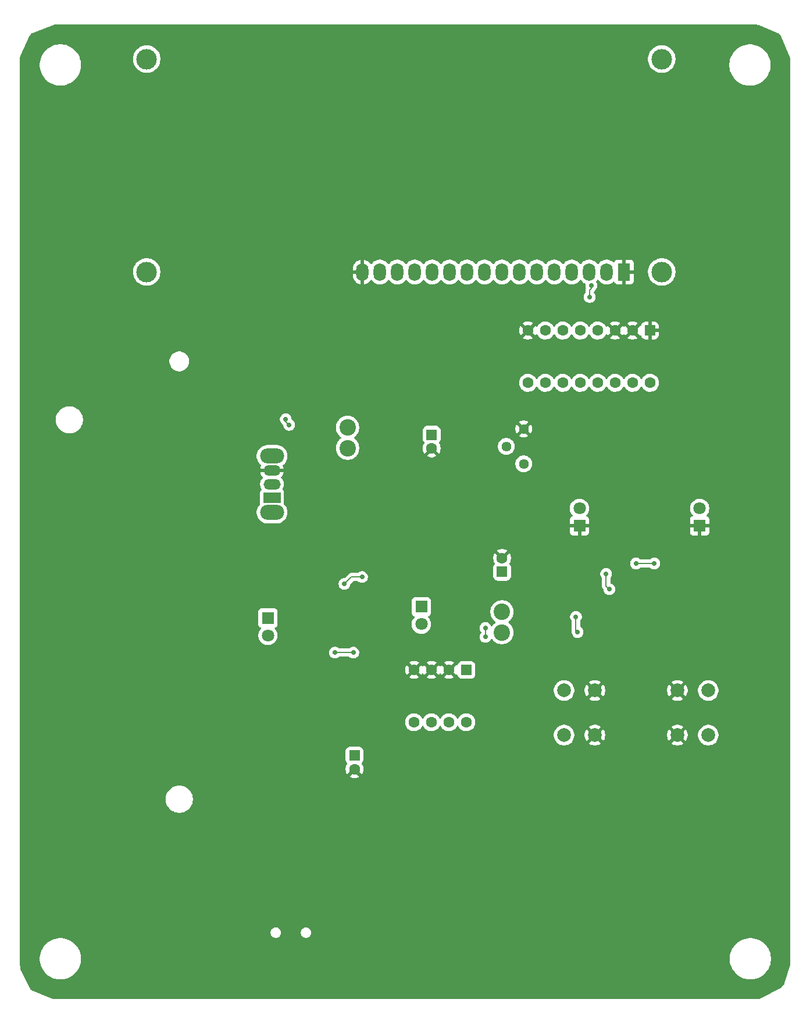
<source format=gbr>
%TF.GenerationSoftware,KiCad,Pcbnew,9.0.6*%
%TF.CreationDate,2026-01-23T11:35:00+01:00*%
%TF.ProjectId,Seminar,53656d69-6e61-4722-9e6b-696361645f70,rev?*%
%TF.SameCoordinates,Original*%
%TF.FileFunction,Copper,L2,Bot*%
%TF.FilePolarity,Positive*%
%FSLAX46Y46*%
G04 Gerber Fmt 4.6, Leading zero omitted, Abs format (unit mm)*
G04 Created by KiCad (PCBNEW 9.0.6) date 2026-01-23 11:35:00*
%MOMM*%
%LPD*%
G01*
G04 APERTURE LIST*
G04 Aperture macros list*
%AMRoundRect*
0 Rectangle with rounded corners*
0 $1 Rounding radius*
0 $2 $3 $4 $5 $6 $7 $8 $9 X,Y pos of 4 corners*
0 Add a 4 corners polygon primitive as box body*
4,1,4,$2,$3,$4,$5,$6,$7,$8,$9,$2,$3,0*
0 Add four circle primitives for the rounded corners*
1,1,$1+$1,$2,$3*
1,1,$1+$1,$4,$5*
1,1,$1+$1,$6,$7*
1,1,$1+$1,$8,$9*
0 Add four rect primitives between the rounded corners*
20,1,$1+$1,$2,$3,$4,$5,0*
20,1,$1+$1,$4,$5,$6,$7,0*
20,1,$1+$1,$6,$7,$8,$9,0*
20,1,$1+$1,$8,$9,$2,$3,0*%
G04 Aperture macros list end*
%TA.AperFunction,ComponentPad*%
%ADD10O,3.500000X2.200000*%
%TD*%
%TA.AperFunction,ComponentPad*%
%ADD11R,2.500000X1.500000*%
%TD*%
%TA.AperFunction,ComponentPad*%
%ADD12O,2.500000X1.500000*%
%TD*%
%TA.AperFunction,ComponentPad*%
%ADD13RoundRect,0.250000X-0.550000X0.550000X-0.550000X-0.550000X0.550000X-0.550000X0.550000X0.550000X0*%
%TD*%
%TA.AperFunction,ComponentPad*%
%ADD14C,1.600000*%
%TD*%
%TA.AperFunction,ComponentPad*%
%ADD15R,1.800000X1.800000*%
%TD*%
%TA.AperFunction,ComponentPad*%
%ADD16C,1.800000*%
%TD*%
%TA.AperFunction,ComponentPad*%
%ADD17C,2.000000*%
%TD*%
%TA.AperFunction,ComponentPad*%
%ADD18C,1.440000*%
%TD*%
%TA.AperFunction,ComponentPad*%
%ADD19RoundRect,0.250000X0.550000X-0.550000X0.550000X0.550000X-0.550000X0.550000X-0.550000X-0.550000X0*%
%TD*%
%TA.AperFunction,ComponentPad*%
%ADD20C,2.400000*%
%TD*%
%TA.AperFunction,ComponentPad*%
%ADD21C,3.000000*%
%TD*%
%TA.AperFunction,ComponentPad*%
%ADD22R,1.800000X2.600000*%
%TD*%
%TA.AperFunction,ComponentPad*%
%ADD23O,1.800000X2.600000*%
%TD*%
%TA.AperFunction,ViaPad*%
%ADD24C,0.700000*%
%TD*%
%TA.AperFunction,Conductor*%
%ADD25C,0.200000*%
%TD*%
G04 APERTURE END LIST*
D10*
%TO.P,SW3,*%
%TO.N,*%
X65500000Y-88550000D03*
X65500000Y-80350000D03*
D11*
%TO.P,SW3,1,C*%
%TO.N,+Vin*%
X65500000Y-86450000D03*
D12*
%TO.P,SW3,2,B*%
%TO.N,Net-(SW3-B)*%
X65500000Y-84450000D03*
%TO.P,SW3,3,A*%
%TO.N,GND*%
X65500000Y-82450000D03*
%TD*%
D13*
%TO.P,C4,1*%
%TO.N,5V*%
X88750000Y-77244888D03*
D14*
%TO.P,C4,2*%
%TO.N,GND*%
X88750000Y-79244888D03*
%TD*%
D13*
%TO.P,C1,1*%
%TO.N,VD*%
X77500000Y-123950000D03*
D14*
%TO.P,C1,2*%
%TO.N,GND*%
X77500000Y-125950000D03*
%TD*%
D15*
%TO.P,D1,1,K*%
%TO.N,GND*%
X110269694Y-90505306D03*
D16*
%TO.P,D1,2,A*%
%TO.N,Net-(D1-A)*%
X110269694Y-87965306D03*
%TD*%
D13*
%TO.P,U3,1,FB*%
%TO.N,+5V*%
X93799500Y-111490500D03*
D14*
%TO.P,U3,2,SGND*%
%TO.N,GND*%
X91259500Y-111490500D03*
%TO.P,U3,3,~{ON}/OFF*%
X88719500Y-111490500D03*
%TO.P,U3,4,PGND*%
X86179500Y-111490500D03*
%TO.P,U3,5,VIN*%
%TO.N,VD*%
X86179500Y-119110500D03*
%TO.P,U3,6,NC*%
%TO.N,unconnected-(U3-NC-Pad6)*%
X88719500Y-119110500D03*
%TO.P,U3,7,OUT*%
%TO.N,Net-(D3-K)*%
X91259500Y-119110500D03*
%TO.P,U3,8,NC*%
%TO.N,unconnected-(U3-NC-Pad8)*%
X93799500Y-119110500D03*
%TD*%
D17*
%TO.P,SW1,1,1*%
%TO.N,START*%
X108019694Y-120980306D03*
X108019694Y-114480306D03*
%TO.P,SW1,2,2*%
%TO.N,GND*%
X112519694Y-120980306D03*
X112519694Y-114480306D03*
%TD*%
D18*
%TO.P,RV1,1,1*%
%TO.N,5V*%
X102140000Y-81490000D03*
%TO.P,RV1,2,2*%
%TO.N,Net-(DS1-VO)*%
X99600000Y-78950000D03*
%TO.P,RV1,3,3*%
%TO.N,GND*%
X102140000Y-76410000D03*
%TD*%
D19*
%TO.P,C2,1*%
%TO.N,+5V*%
X99000000Y-97200000D03*
D14*
%TO.P,C2,2*%
%TO.N,GND*%
X99000000Y-95200000D03*
%TD*%
D15*
%TO.P,D4,1,K*%
%TO.N,Net-(D4-K)*%
X64900000Y-103935000D03*
D16*
%TO.P,D4,2,A*%
%TO.N,USB 5V*%
X64900000Y-106475000D03*
%TD*%
D13*
%TO.P,U2,1,A0*%
%TO.N,GND*%
X120540000Y-62080000D03*
D14*
%TO.P,U2,2,A1*%
X118000000Y-62080000D03*
%TO.P,U2,3,A2*%
X115460000Y-62080000D03*
%TO.P,U2,4,P0*%
%TO.N,Net-(DS1-RS)*%
X112920000Y-62080000D03*
%TO.P,U2,5,P1*%
%TO.N,Net-(DS1-R{slash}W)*%
X110380000Y-62080000D03*
%TO.P,U2,6,P2*%
%TO.N,Net-(DS1-E)*%
X107840000Y-62080000D03*
%TO.P,U2,7,P3*%
%TO.N,unconnected-(U2-P3-Pad7)*%
X105300000Y-62080000D03*
%TO.P,U2,8,GND*%
%TO.N,GND*%
X102760000Y-62080000D03*
%TO.P,U2,9,P4*%
%TO.N,Net-(DS1-D4)*%
X102760000Y-69700000D03*
%TO.P,U2,10,P5*%
%TO.N,Net-(DS1-D5)*%
X105300000Y-69700000D03*
%TO.P,U2,11,P6*%
%TO.N,Net-(DS1-D6)*%
X107840000Y-69700000D03*
%TO.P,U2,12,P7*%
%TO.N,Net-(DS1-D7)*%
X110380000Y-69700000D03*
%TO.P,U2,13,~{INT}*%
%TO.N,unconnected-(U2-~{INT}-Pad13)*%
X112920000Y-69700000D03*
%TO.P,U2,14,SCL*%
%TO.N,SCL*%
X115460000Y-69700000D03*
%TO.P,U2,15,SDA*%
%TO.N,SDA*%
X118000000Y-69700000D03*
%TO.P,U2,16,VDD*%
%TO.N,5V*%
X120540000Y-69700000D03*
%TD*%
D20*
%TO.P,L1,1,1*%
%TO.N,Net-(D3-K)*%
X98989500Y-106045500D03*
%TO.P,L1,2,2*%
%TO.N,+5V*%
X98989500Y-103045500D03*
%TD*%
%TO.P,L1,1*%
%TO.N,+Vin*%
X76500000Y-79200000D03*
%TO.P,L1,2*%
%TO.N,Net-(U3-SW)*%
X76500000Y-76200000D03*
%TD*%
D15*
%TO.P,D3,1,K*%
%TO.N,Net-(D3-K)*%
X87239500Y-102295500D03*
D16*
%TO.P,D3,2,A*%
%TO.N,USB 5V*%
X87239500Y-104835500D03*
%TD*%
D21*
%TO.P,DS1,*%
%TO.N,*%
X122249100Y-53557500D03*
X122249100Y-22556800D03*
X47250520Y-22556800D03*
X47250000Y-53557500D03*
D22*
%TO.P,DS1,1,VSS*%
%TO.N,GND*%
X116750000Y-53557500D03*
D23*
%TO.P,DS1,2,VDD*%
%TO.N,5V*%
X114210000Y-53557500D03*
%TO.P,DS1,3,VO*%
%TO.N,Net-(DS1-VO)*%
X111670000Y-53557500D03*
%TO.P,DS1,4,RS*%
%TO.N,Net-(DS1-RS)*%
X109130000Y-53557500D03*
%TO.P,DS1,5,R/W*%
%TO.N,Net-(DS1-R{slash}W)*%
X106590000Y-53557500D03*
%TO.P,DS1,6,E*%
%TO.N,Net-(DS1-E)*%
X104050000Y-53557500D03*
%TO.P,DS1,7,D0*%
%TO.N,unconnected-(DS1-D0-Pad7)*%
X101510000Y-53557500D03*
%TO.P,DS1,8,D1*%
%TO.N,unconnected-(DS1-D1-Pad8)*%
X98970000Y-53557500D03*
%TO.P,DS1,9,D2*%
%TO.N,unconnected-(DS1-D2-Pad9)*%
X96430000Y-53557500D03*
%TO.P,DS1,10,D3*%
%TO.N,unconnected-(DS1-D3-Pad10)*%
X93890000Y-53557500D03*
%TO.P,DS1,11,D4*%
%TO.N,Net-(DS1-D4)*%
X91350000Y-53557500D03*
%TO.P,DS1,12,D5*%
%TO.N,Net-(DS1-D5)*%
X88810000Y-53557500D03*
%TO.P,DS1,13,D6*%
%TO.N,Net-(DS1-D6)*%
X86270000Y-53557500D03*
%TO.P,DS1,14,D7*%
%TO.N,Net-(DS1-D7)*%
X83730000Y-53557500D03*
%TO.P,DS1,15,LED(+)*%
%TO.N,Net-(DS1-LED(+))*%
X81190000Y-53557500D03*
%TO.P,DS1,16,LED(-)*%
%TO.N,GND*%
X78650000Y-53557500D03*
%TD*%
D17*
%TO.P,SW2,1,1*%
%TO.N,STOP*%
X129019694Y-114480306D03*
X129019694Y-120980306D03*
%TO.P,SW2,2,2*%
%TO.N,GND*%
X124519694Y-114480306D03*
X124519694Y-120980306D03*
%TD*%
D15*
%TO.P,D2,1,K*%
%TO.N,GND*%
X127769694Y-90505306D03*
D16*
%TO.P,D2,2,A*%
%TO.N,Net-(D2-A)*%
X127769694Y-87965306D03*
%TD*%
D24*
%TO.N,GND*%
X123309847Y-94059847D03*
X121750000Y-94250000D03*
%TO.N,5V*%
X109750000Y-103750000D03*
X110000000Y-106000000D03*
X121169694Y-96000000D03*
X118500000Y-96000000D03*
%TO.N,Net-(DS1-VO)*%
X111750000Y-57200000D03*
X111985435Y-55493695D03*
%TO.N,SCL*%
X114610694Y-99750000D03*
X114150000Y-97500000D03*
%TO.N,+5V*%
X96575000Y-105395500D03*
X96575000Y-106695500D03*
%TO.N,Net-(SW3-B)*%
X67500000Y-75000000D03*
X68000000Y-75817178D03*
%TO.N,USB 5V*%
X74650000Y-108975000D03*
X77340000Y-108975000D03*
%TO.N,CHRG*%
X76040000Y-98975000D03*
X78610000Y-97975000D03*
%TD*%
D25*
%TO.N,5V*%
X109750000Y-105750000D02*
X109750000Y-103750000D01*
X110000000Y-106000000D02*
X109750000Y-105750000D01*
%TO.N,GND*%
X123119694Y-94250000D02*
X121750000Y-94250000D01*
X123309847Y-94059847D02*
X123119694Y-94250000D01*
%TO.N,5V*%
X118500000Y-96000000D02*
X121169694Y-96000000D01*
%TO.N,SCL*%
X114610694Y-99750000D02*
X114150000Y-99289306D01*
X114150000Y-99289306D02*
X114150000Y-97500000D01*
%TO.N,Net-(SW3-B)*%
X67500000Y-75317178D02*
X68000000Y-75817178D01*
X67500000Y-75000000D02*
X67500000Y-75317178D01*
%TO.N,Net-(DS1-VO)*%
X111985435Y-55964565D02*
X111750000Y-56200000D01*
X111985435Y-55493695D02*
X111985435Y-55964565D01*
X111750000Y-56200000D02*
X111750000Y-57200000D01*
%TO.N,+5V*%
X96575000Y-105395500D02*
X96575000Y-106695500D01*
%TO.N,USB 5V*%
X77340000Y-108975000D02*
X74650000Y-108975000D01*
%TO.N,CHRG*%
X78610000Y-97975000D02*
X77040000Y-97975000D01*
X77040000Y-97975000D02*
X76040000Y-98975000D01*
%TD*%
%TA.AperFunction,Conductor*%
%TO.N,GND*%
G36*
X135952562Y-17550605D02*
G01*
X136314413Y-17565572D01*
X136359075Y-17575901D01*
X139331520Y-18879205D01*
X139369407Y-18905086D01*
X139606788Y-19142467D01*
X139634124Y-19183810D01*
X140936840Y-22417338D01*
X140937796Y-22421776D01*
X140939255Y-22423853D01*
X140945717Y-22458551D01*
X140949394Y-22547437D01*
X140949500Y-22552562D01*
X140949500Y-30786762D01*
X140942090Y-154344928D01*
X140936948Y-154380257D01*
X140111698Y-157156091D01*
X140093757Y-157192808D01*
X139898289Y-157466580D01*
X139891994Y-157474668D01*
X139673549Y-157732584D01*
X139636640Y-157762194D01*
X136635350Y-159340441D01*
X136629666Y-159342224D01*
X136627020Y-159344432D01*
X136592975Y-159353738D01*
X136414462Y-159375990D01*
X136409931Y-159376470D01*
X136325930Y-159383819D01*
X136320248Y-159384185D01*
X135952563Y-159399394D01*
X135947438Y-159399500D01*
X33802562Y-159399500D01*
X33797437Y-159399394D01*
X33631268Y-159392520D01*
X33589767Y-159383526D01*
X30469778Y-158117443D01*
X30436266Y-158097168D01*
X30417846Y-158081568D01*
X30410303Y-158074624D01*
X30278550Y-157942871D01*
X30255322Y-157910644D01*
X30022629Y-157445257D01*
X28863995Y-155127991D01*
X28862725Y-155123794D01*
X28861163Y-155121921D01*
X28851857Y-155087876D01*
X28824004Y-154864429D01*
X28823530Y-154859956D01*
X28816177Y-154775906D01*
X28815814Y-154770277D01*
X28800606Y-154402562D01*
X28800500Y-154397438D01*
X28800500Y-153381491D01*
X31674500Y-153381491D01*
X31674500Y-153718508D01*
X31712231Y-154053381D01*
X31712233Y-154053397D01*
X31787223Y-154381953D01*
X31787227Y-154381965D01*
X31898532Y-154700054D01*
X32044752Y-155003683D01*
X32044754Y-155003686D01*
X32224054Y-155289039D01*
X32434175Y-155552523D01*
X32672477Y-155790825D01*
X32935961Y-156000946D01*
X33221314Y-156180246D01*
X33524949Y-156326469D01*
X33758740Y-156408276D01*
X33843034Y-156437772D01*
X33843046Y-156437776D01*
X34171606Y-156512767D01*
X34506492Y-156550499D01*
X34506493Y-156550500D01*
X34506496Y-156550500D01*
X34843507Y-156550500D01*
X34843507Y-156550499D01*
X35178394Y-156512767D01*
X35506954Y-156437776D01*
X35825051Y-156326469D01*
X36128686Y-156180246D01*
X36414039Y-156000946D01*
X36677523Y-155790825D01*
X36915825Y-155552523D01*
X37125946Y-155289039D01*
X37305246Y-155003686D01*
X37451469Y-154700051D01*
X37562776Y-154381954D01*
X37637767Y-154053394D01*
X37675500Y-153718504D01*
X37675500Y-153381496D01*
X37675499Y-153381491D01*
X132149500Y-153381491D01*
X132149500Y-153718508D01*
X132187231Y-154053381D01*
X132187233Y-154053397D01*
X132262223Y-154381953D01*
X132262227Y-154381965D01*
X132373532Y-154700054D01*
X132519752Y-155003683D01*
X132519754Y-155003686D01*
X132699054Y-155289039D01*
X132909175Y-155552523D01*
X133147477Y-155790825D01*
X133410961Y-156000946D01*
X133696314Y-156180246D01*
X133999949Y-156326469D01*
X134233740Y-156408276D01*
X134318034Y-156437772D01*
X134318046Y-156437776D01*
X134646606Y-156512767D01*
X134981492Y-156550499D01*
X134981493Y-156550500D01*
X134981496Y-156550500D01*
X135318507Y-156550500D01*
X135318507Y-156550499D01*
X135653394Y-156512767D01*
X135981954Y-156437776D01*
X136300051Y-156326469D01*
X136603686Y-156180246D01*
X136889039Y-156000946D01*
X137152523Y-155790825D01*
X137390825Y-155552523D01*
X137600946Y-155289039D01*
X137780246Y-155003686D01*
X137926469Y-154700051D01*
X138037776Y-154381954D01*
X138112767Y-154053394D01*
X138150500Y-153718504D01*
X138150500Y-153381496D01*
X138112767Y-153046606D01*
X138037776Y-152718046D01*
X137926469Y-152399949D01*
X137780246Y-152096314D01*
X137600946Y-151810961D01*
X137390825Y-151547477D01*
X137152523Y-151309175D01*
X136889039Y-151099054D01*
X136603686Y-150919754D01*
X136603683Y-150919752D01*
X136300054Y-150773532D01*
X135981965Y-150662227D01*
X135981953Y-150662223D01*
X135653397Y-150587233D01*
X135653381Y-150587231D01*
X135318508Y-150549500D01*
X135318504Y-150549500D01*
X134981496Y-150549500D01*
X134981491Y-150549500D01*
X134646618Y-150587231D01*
X134646602Y-150587233D01*
X134318046Y-150662223D01*
X134318034Y-150662227D01*
X133999945Y-150773532D01*
X133696316Y-150919752D01*
X133410962Y-151099053D01*
X133147477Y-151309174D01*
X132909174Y-151547477D01*
X132699053Y-151810962D01*
X132519752Y-152096316D01*
X132373532Y-152399945D01*
X132262227Y-152718034D01*
X132262223Y-152718046D01*
X132187233Y-153046602D01*
X132187231Y-153046618D01*
X132149500Y-153381491D01*
X37675499Y-153381491D01*
X37637767Y-153046606D01*
X37562776Y-152718046D01*
X37451469Y-152399949D01*
X37305246Y-152096314D01*
X37125946Y-151810961D01*
X36915825Y-151547477D01*
X36677523Y-151309175D01*
X36414039Y-151099054D01*
X36128686Y-150919754D01*
X36128683Y-150919752D01*
X35825054Y-150773532D01*
X35506965Y-150662227D01*
X35506953Y-150662223D01*
X35178397Y-150587233D01*
X35178381Y-150587231D01*
X34843508Y-150549500D01*
X34843504Y-150549500D01*
X34506496Y-150549500D01*
X34506491Y-150549500D01*
X34171618Y-150587231D01*
X34171602Y-150587233D01*
X33843046Y-150662223D01*
X33843034Y-150662227D01*
X33524945Y-150773532D01*
X33221316Y-150919752D01*
X32935962Y-151099053D01*
X32672477Y-151309174D01*
X32434174Y-151547477D01*
X32224053Y-151810962D01*
X32044752Y-152096316D01*
X31898532Y-152399945D01*
X31787227Y-152718034D01*
X31787223Y-152718046D01*
X31712233Y-153046602D01*
X31712231Y-153046618D01*
X31674500Y-153381491D01*
X28800500Y-153381491D01*
X28800500Y-149823920D01*
X65299499Y-149823920D01*
X65328340Y-149968907D01*
X65328343Y-149968917D01*
X65384912Y-150105488D01*
X65384919Y-150105501D01*
X65467048Y-150228415D01*
X65467051Y-150228419D01*
X65571580Y-150332948D01*
X65571584Y-150332951D01*
X65694498Y-150415080D01*
X65694511Y-150415087D01*
X65831082Y-150471656D01*
X65831087Y-150471658D01*
X65831091Y-150471658D01*
X65831092Y-150471659D01*
X65976079Y-150500500D01*
X65976082Y-150500500D01*
X66123920Y-150500500D01*
X66221462Y-150481096D01*
X66268913Y-150471658D01*
X66405495Y-150415084D01*
X66528416Y-150332951D01*
X66632951Y-150228416D01*
X66715084Y-150105495D01*
X66771658Y-149968913D01*
X66800500Y-149823920D01*
X69699499Y-149823920D01*
X69728340Y-149968907D01*
X69728343Y-149968917D01*
X69784912Y-150105488D01*
X69784919Y-150105501D01*
X69867048Y-150228415D01*
X69867051Y-150228419D01*
X69971580Y-150332948D01*
X69971584Y-150332951D01*
X70094498Y-150415080D01*
X70094511Y-150415087D01*
X70231082Y-150471656D01*
X70231087Y-150471658D01*
X70231091Y-150471658D01*
X70231092Y-150471659D01*
X70376079Y-150500500D01*
X70376082Y-150500500D01*
X70523920Y-150500500D01*
X70621462Y-150481096D01*
X70668913Y-150471658D01*
X70805495Y-150415084D01*
X70928416Y-150332951D01*
X71032951Y-150228416D01*
X71115084Y-150105495D01*
X71171658Y-149968913D01*
X71200500Y-149823918D01*
X71200500Y-149676082D01*
X71200500Y-149676079D01*
X71171659Y-149531092D01*
X71171658Y-149531091D01*
X71171658Y-149531087D01*
X71171656Y-149531082D01*
X71115087Y-149394511D01*
X71115080Y-149394498D01*
X71032951Y-149271584D01*
X71032948Y-149271580D01*
X70928419Y-149167051D01*
X70928415Y-149167048D01*
X70805501Y-149084919D01*
X70805488Y-149084912D01*
X70668917Y-149028343D01*
X70668907Y-149028340D01*
X70523920Y-148999500D01*
X70523918Y-148999500D01*
X70376082Y-148999500D01*
X70376080Y-148999500D01*
X70231092Y-149028340D01*
X70231082Y-149028343D01*
X70094511Y-149084912D01*
X70094498Y-149084919D01*
X69971584Y-149167048D01*
X69971580Y-149167051D01*
X69867051Y-149271580D01*
X69867048Y-149271584D01*
X69784919Y-149394498D01*
X69784912Y-149394511D01*
X69728343Y-149531082D01*
X69728340Y-149531092D01*
X69699500Y-149676079D01*
X69699500Y-149676082D01*
X69699500Y-149823918D01*
X69699500Y-149823920D01*
X69699499Y-149823920D01*
X66800500Y-149823920D01*
X66800500Y-149823918D01*
X66800500Y-149676082D01*
X66800500Y-149676079D01*
X66771659Y-149531092D01*
X66771658Y-149531091D01*
X66771658Y-149531087D01*
X66771656Y-149531082D01*
X66715087Y-149394511D01*
X66715080Y-149394498D01*
X66632951Y-149271584D01*
X66632948Y-149271580D01*
X66528419Y-149167051D01*
X66528415Y-149167048D01*
X66405501Y-149084919D01*
X66405488Y-149084912D01*
X66268917Y-149028343D01*
X66268907Y-149028340D01*
X66123920Y-148999500D01*
X66123918Y-148999500D01*
X65976082Y-148999500D01*
X65976080Y-148999500D01*
X65831092Y-149028340D01*
X65831082Y-149028343D01*
X65694511Y-149084912D01*
X65694498Y-149084919D01*
X65571584Y-149167048D01*
X65571580Y-149167051D01*
X65467051Y-149271580D01*
X65467048Y-149271584D01*
X65384919Y-149394498D01*
X65384912Y-149394511D01*
X65328343Y-149531082D01*
X65328340Y-149531092D01*
X65299500Y-149676079D01*
X65299500Y-149676082D01*
X65299500Y-149823918D01*
X65299500Y-149823920D01*
X65299499Y-149823920D01*
X28800500Y-149823920D01*
X28800500Y-130190525D01*
X50024500Y-130190525D01*
X50024500Y-130449474D01*
X50024501Y-130449491D01*
X50058299Y-130706217D01*
X50058300Y-130706222D01*
X50058301Y-130706228D01*
X50058302Y-130706230D01*
X50125324Y-130956364D01*
X50224423Y-131195609D01*
X50224427Y-131195619D01*
X50353906Y-131419883D01*
X50511551Y-131625331D01*
X50511557Y-131625338D01*
X50694661Y-131808442D01*
X50694668Y-131808448D01*
X50900116Y-131966093D01*
X51124380Y-132095572D01*
X51124381Y-132095572D01*
X51124384Y-132095574D01*
X51363634Y-132194675D01*
X51613772Y-132261699D01*
X51870519Y-132295500D01*
X51870526Y-132295500D01*
X52129474Y-132295500D01*
X52129481Y-132295500D01*
X52386228Y-132261699D01*
X52636366Y-132194675D01*
X52875616Y-132095574D01*
X53099884Y-131966093D01*
X53305333Y-131808447D01*
X53488447Y-131625333D01*
X53646093Y-131419884D01*
X53775574Y-131195616D01*
X53874675Y-130956366D01*
X53941699Y-130706228D01*
X53975500Y-130449481D01*
X53975500Y-130190519D01*
X53941699Y-129933772D01*
X53874675Y-129683634D01*
X53775574Y-129444384D01*
X53646093Y-129220116D01*
X53488447Y-129014667D01*
X53488442Y-129014661D01*
X53305338Y-128831557D01*
X53305331Y-128831551D01*
X53099883Y-128673906D01*
X52875619Y-128544427D01*
X52875609Y-128544423D01*
X52636364Y-128445324D01*
X52511297Y-128411813D01*
X52386228Y-128378301D01*
X52386222Y-128378300D01*
X52386217Y-128378299D01*
X52129491Y-128344501D01*
X52129486Y-128344500D01*
X52129481Y-128344500D01*
X51870519Y-128344500D01*
X51870513Y-128344500D01*
X51870508Y-128344501D01*
X51613782Y-128378299D01*
X51613775Y-128378300D01*
X51613772Y-128378301D01*
X51560908Y-128392465D01*
X51363635Y-128445324D01*
X51124390Y-128544423D01*
X51124380Y-128544427D01*
X50900116Y-128673906D01*
X50694668Y-128831551D01*
X50694661Y-128831557D01*
X50511557Y-129014661D01*
X50511551Y-129014668D01*
X50353906Y-129220116D01*
X50224427Y-129444380D01*
X50224423Y-129444390D01*
X50125324Y-129683635D01*
X50058302Y-129933769D01*
X50058299Y-129933782D01*
X50024501Y-130190508D01*
X50024500Y-130190525D01*
X28800500Y-130190525D01*
X28800500Y-123349983D01*
X76199500Y-123349983D01*
X76199500Y-124550001D01*
X76199501Y-124550018D01*
X76210000Y-124652796D01*
X76210001Y-124652799D01*
X76265185Y-124819331D01*
X76265187Y-124819336D01*
X76357289Y-124968657D01*
X76426510Y-125037878D01*
X76459995Y-125099201D01*
X76455011Y-125168893D01*
X76439148Y-125198444D01*
X76388139Y-125268651D01*
X76295244Y-125450968D01*
X76232009Y-125645582D01*
X76200000Y-125847682D01*
X76200000Y-126052317D01*
X76232009Y-126254417D01*
X76295244Y-126449031D01*
X76388141Y-126631350D01*
X76388147Y-126631359D01*
X76420523Y-126675921D01*
X76420524Y-126675922D01*
X77100000Y-125996446D01*
X77100000Y-126002661D01*
X77127259Y-126104394D01*
X77179920Y-126195606D01*
X77254394Y-126270080D01*
X77345606Y-126322741D01*
X77447339Y-126350000D01*
X77453553Y-126350000D01*
X76774076Y-127029474D01*
X76818650Y-127061859D01*
X77000968Y-127154755D01*
X77195582Y-127217990D01*
X77397683Y-127250000D01*
X77602317Y-127250000D01*
X77804417Y-127217990D01*
X77999031Y-127154755D01*
X78181349Y-127061859D01*
X78225921Y-127029474D01*
X77546447Y-126350000D01*
X77552661Y-126350000D01*
X77654394Y-126322741D01*
X77745606Y-126270080D01*
X77820080Y-126195606D01*
X77872741Y-126104394D01*
X77900000Y-126002661D01*
X77900000Y-125996447D01*
X78579474Y-126675921D01*
X78611859Y-126631349D01*
X78704755Y-126449031D01*
X78767990Y-126254417D01*
X78800000Y-126052317D01*
X78800000Y-125847682D01*
X78767990Y-125645582D01*
X78704755Y-125450968D01*
X78611857Y-125268646D01*
X78560853Y-125198446D01*
X78537372Y-125132640D01*
X78553197Y-125064586D01*
X78573489Y-125037879D01*
X78573490Y-125037878D01*
X78642712Y-124968656D01*
X78734814Y-124819334D01*
X78789999Y-124652797D01*
X78800500Y-124550009D01*
X78800499Y-123349992D01*
X78789999Y-123247203D01*
X78734814Y-123080666D01*
X78642712Y-122931344D01*
X78518656Y-122807288D01*
X78369334Y-122715186D01*
X78202797Y-122660001D01*
X78202795Y-122660000D01*
X78100010Y-122649500D01*
X76899998Y-122649500D01*
X76899981Y-122649501D01*
X76797203Y-122660000D01*
X76797200Y-122660001D01*
X76630668Y-122715185D01*
X76630663Y-122715187D01*
X76481342Y-122807289D01*
X76357289Y-122931342D01*
X76265187Y-123080663D01*
X76265186Y-123080666D01*
X76210001Y-123247203D01*
X76210001Y-123247204D01*
X76210000Y-123247204D01*
X76199500Y-123349983D01*
X28800500Y-123349983D01*
X28800500Y-120862208D01*
X106519194Y-120862208D01*
X106519194Y-121098403D01*
X106556140Y-121331674D01*
X106629127Y-121556302D01*
X106736213Y-121766469D01*
X106736351Y-121766739D01*
X106875177Y-121957816D01*
X107042184Y-122124823D01*
X107233261Y-122263649D01*
X107332685Y-122314308D01*
X107443697Y-122370872D01*
X107443699Y-122370872D01*
X107443702Y-122370874D01*
X107564106Y-122409995D01*
X107668325Y-122443859D01*
X107901597Y-122480806D01*
X107901602Y-122480806D01*
X108137791Y-122480806D01*
X108371062Y-122443859D01*
X108372564Y-122443371D01*
X108595686Y-122370874D01*
X108806127Y-122263649D01*
X108997204Y-122124823D01*
X109164211Y-121957816D01*
X109303037Y-121766739D01*
X109410262Y-121556298D01*
X109483247Y-121331674D01*
X109485411Y-121318014D01*
X109520194Y-121098403D01*
X109520194Y-120862253D01*
X111019694Y-120862253D01*
X111019694Y-121098358D01*
X111056628Y-121331553D01*
X111129591Y-121556108D01*
X111236781Y-121766480D01*
X111297032Y-121849410D01*
X111297034Y-121849411D01*
X111995906Y-121150539D01*
X112007176Y-121192598D01*
X112079584Y-121318014D01*
X112181986Y-121420416D01*
X112307402Y-121492824D01*
X112349459Y-121504093D01*
X111650587Y-122202964D01*
X111733522Y-122263220D01*
X111943891Y-122370408D01*
X112168446Y-122443371D01*
X112168445Y-122443371D01*
X112401642Y-122480306D01*
X112637746Y-122480306D01*
X112870941Y-122443371D01*
X113095496Y-122370408D01*
X113305857Y-122263224D01*
X113305863Y-122263220D01*
X113388798Y-122202964D01*
X113388799Y-122202964D01*
X112689927Y-121504093D01*
X112731986Y-121492824D01*
X112857402Y-121420416D01*
X112959804Y-121318014D01*
X113032212Y-121192598D01*
X113043481Y-121150539D01*
X113742352Y-121849411D01*
X113742352Y-121849410D01*
X113802608Y-121766475D01*
X113802612Y-121766469D01*
X113909796Y-121556108D01*
X113982759Y-121331553D01*
X114019694Y-121098358D01*
X114019694Y-120862253D01*
X123019694Y-120862253D01*
X123019694Y-121098358D01*
X123056628Y-121331553D01*
X123129591Y-121556108D01*
X123236781Y-121766480D01*
X123297032Y-121849410D01*
X123297034Y-121849411D01*
X123995906Y-121150539D01*
X124007176Y-121192598D01*
X124079584Y-121318014D01*
X124181986Y-121420416D01*
X124307402Y-121492824D01*
X124349459Y-121504093D01*
X123650587Y-122202964D01*
X123733522Y-122263220D01*
X123943891Y-122370408D01*
X124168446Y-122443371D01*
X124168445Y-122443371D01*
X124401642Y-122480306D01*
X124637746Y-122480306D01*
X124870941Y-122443371D01*
X125095496Y-122370408D01*
X125305857Y-122263224D01*
X125305863Y-122263220D01*
X125388798Y-122202964D01*
X125388799Y-122202964D01*
X124689927Y-121504093D01*
X124731986Y-121492824D01*
X124857402Y-121420416D01*
X124959804Y-121318014D01*
X125032212Y-121192598D01*
X125043481Y-121150539D01*
X125742352Y-121849411D01*
X125742352Y-121849410D01*
X125802608Y-121766475D01*
X125802612Y-121766469D01*
X125909796Y-121556108D01*
X125982759Y-121331553D01*
X126019694Y-121098358D01*
X126019694Y-120862253D01*
X126019687Y-120862208D01*
X127519194Y-120862208D01*
X127519194Y-121098403D01*
X127556140Y-121331674D01*
X127629127Y-121556302D01*
X127736213Y-121766469D01*
X127736351Y-121766739D01*
X127875177Y-121957816D01*
X128042184Y-122124823D01*
X128233261Y-122263649D01*
X128332685Y-122314308D01*
X128443697Y-122370872D01*
X128443699Y-122370872D01*
X128443702Y-122370874D01*
X128564106Y-122409995D01*
X128668325Y-122443859D01*
X128901597Y-122480806D01*
X128901602Y-122480806D01*
X129137791Y-122480806D01*
X129371062Y-122443859D01*
X129372564Y-122443371D01*
X129595686Y-122370874D01*
X129806127Y-122263649D01*
X129997204Y-122124823D01*
X130164211Y-121957816D01*
X130303037Y-121766739D01*
X130410262Y-121556298D01*
X130483247Y-121331674D01*
X130485411Y-121318014D01*
X130520194Y-121098403D01*
X130520194Y-120862208D01*
X130483247Y-120628937D01*
X130410260Y-120404309D01*
X130303171Y-120194136D01*
X130303037Y-120193873D01*
X130164211Y-120002796D01*
X129997204Y-119835789D01*
X129806127Y-119696963D01*
X129722524Y-119654365D01*
X129595690Y-119589739D01*
X129371062Y-119516752D01*
X129137791Y-119479806D01*
X129137786Y-119479806D01*
X128901602Y-119479806D01*
X128901597Y-119479806D01*
X128668325Y-119516752D01*
X128443697Y-119589739D01*
X128233260Y-119696963D01*
X128149738Y-119757646D01*
X128042184Y-119835789D01*
X128042182Y-119835791D01*
X128042181Y-119835791D01*
X127875179Y-120002793D01*
X127875179Y-120002794D01*
X127875177Y-120002796D01*
X127815556Y-120084856D01*
X127736351Y-120193872D01*
X127629127Y-120404309D01*
X127556140Y-120628937D01*
X127519194Y-120862208D01*
X126019687Y-120862208D01*
X125982759Y-120629058D01*
X125909796Y-120404503D01*
X125802608Y-120194134D01*
X125742352Y-120111200D01*
X125742352Y-120111199D01*
X125043481Y-120810071D01*
X125032212Y-120768014D01*
X124959804Y-120642598D01*
X124857402Y-120540196D01*
X124731986Y-120467788D01*
X124689928Y-120456518D01*
X125388799Y-119757646D01*
X125388798Y-119757644D01*
X125305868Y-119697393D01*
X125095496Y-119590203D01*
X124870941Y-119517240D01*
X124870942Y-119517240D01*
X124637746Y-119480306D01*
X124401642Y-119480306D01*
X124168446Y-119517240D01*
X123943891Y-119590203D01*
X123733524Y-119697390D01*
X123650588Y-119757646D01*
X124349460Y-120456518D01*
X124307402Y-120467788D01*
X124181986Y-120540196D01*
X124079584Y-120642598D01*
X124007176Y-120768014D01*
X123995906Y-120810072D01*
X123297034Y-120111200D01*
X123236778Y-120194136D01*
X123129591Y-120404503D01*
X123056628Y-120629058D01*
X123019694Y-120862253D01*
X114019694Y-120862253D01*
X113982759Y-120629058D01*
X113909796Y-120404503D01*
X113802608Y-120194134D01*
X113742352Y-120111200D01*
X113742352Y-120111199D01*
X113043481Y-120810071D01*
X113032212Y-120768014D01*
X112959804Y-120642598D01*
X112857402Y-120540196D01*
X112731986Y-120467788D01*
X112689928Y-120456518D01*
X113388799Y-119757646D01*
X113388798Y-119757645D01*
X113305868Y-119697393D01*
X113095496Y-119590203D01*
X112870941Y-119517240D01*
X112870942Y-119517240D01*
X112637746Y-119480306D01*
X112401642Y-119480306D01*
X112168446Y-119517240D01*
X111943891Y-119590203D01*
X111733524Y-119697390D01*
X111650588Y-119757646D01*
X112349460Y-120456518D01*
X112307402Y-120467788D01*
X112181986Y-120540196D01*
X112079584Y-120642598D01*
X112007176Y-120768014D01*
X111995906Y-120810072D01*
X111297034Y-120111200D01*
X111236778Y-120194136D01*
X111129591Y-120404503D01*
X111056628Y-120629058D01*
X111019694Y-120862253D01*
X109520194Y-120862253D01*
X109520194Y-120862208D01*
X109483247Y-120628937D01*
X109410260Y-120404309D01*
X109303171Y-120194136D01*
X109303037Y-120193873D01*
X109164211Y-120002796D01*
X108997204Y-119835789D01*
X108806127Y-119696963D01*
X108722524Y-119654365D01*
X108595690Y-119589739D01*
X108371062Y-119516752D01*
X108137791Y-119479806D01*
X108137786Y-119479806D01*
X107901602Y-119479806D01*
X107901597Y-119479806D01*
X107668325Y-119516752D01*
X107443697Y-119589739D01*
X107233260Y-119696963D01*
X107149738Y-119757646D01*
X107042184Y-119835789D01*
X107042182Y-119835791D01*
X107042181Y-119835791D01*
X106875179Y-120002793D01*
X106875179Y-120002794D01*
X106875177Y-120002796D01*
X106815556Y-120084856D01*
X106736351Y-120193872D01*
X106629127Y-120404309D01*
X106556140Y-120628937D01*
X106519194Y-120862208D01*
X28800500Y-120862208D01*
X28800500Y-119008148D01*
X84879000Y-119008148D01*
X84879000Y-119212851D01*
X84911022Y-119415034D01*
X84974281Y-119609723D01*
X85067215Y-119792113D01*
X85187528Y-119957713D01*
X85332286Y-120102471D01*
X85458093Y-120193873D01*
X85497890Y-120222787D01*
X85614107Y-120282003D01*
X85680276Y-120315718D01*
X85680278Y-120315718D01*
X85680281Y-120315720D01*
X85784637Y-120349627D01*
X85874965Y-120378977D01*
X85976057Y-120394988D01*
X86077148Y-120411000D01*
X86077149Y-120411000D01*
X86281851Y-120411000D01*
X86281852Y-120411000D01*
X86484034Y-120378977D01*
X86678719Y-120315720D01*
X86861110Y-120222787D01*
X87014698Y-120111200D01*
X87026713Y-120102471D01*
X87026715Y-120102468D01*
X87026719Y-120102466D01*
X87171466Y-119957719D01*
X87171468Y-119957715D01*
X87171471Y-119957713D01*
X87291784Y-119792114D01*
X87291785Y-119792113D01*
X87291787Y-119792110D01*
X87339016Y-119699417D01*
X87386989Y-119648623D01*
X87454810Y-119631828D01*
X87520945Y-119654365D01*
X87559985Y-119699419D01*
X87607215Y-119792114D01*
X87727528Y-119957713D01*
X87872286Y-120102471D01*
X87998093Y-120193873D01*
X88037890Y-120222787D01*
X88154107Y-120282003D01*
X88220276Y-120315718D01*
X88220278Y-120315718D01*
X88220281Y-120315720D01*
X88324637Y-120349627D01*
X88414965Y-120378977D01*
X88516057Y-120394988D01*
X88617148Y-120411000D01*
X88617149Y-120411000D01*
X88821851Y-120411000D01*
X88821852Y-120411000D01*
X89024034Y-120378977D01*
X89218719Y-120315720D01*
X89401110Y-120222787D01*
X89554698Y-120111200D01*
X89566713Y-120102471D01*
X89566715Y-120102468D01*
X89566719Y-120102466D01*
X89711466Y-119957719D01*
X89711468Y-119957715D01*
X89711471Y-119957713D01*
X89831784Y-119792114D01*
X89831785Y-119792113D01*
X89831787Y-119792110D01*
X89879016Y-119699417D01*
X89926989Y-119648623D01*
X89994810Y-119631828D01*
X90060945Y-119654365D01*
X90099985Y-119699419D01*
X90147215Y-119792114D01*
X90267528Y-119957713D01*
X90412286Y-120102471D01*
X90538093Y-120193873D01*
X90577890Y-120222787D01*
X90694107Y-120282003D01*
X90760276Y-120315718D01*
X90760278Y-120315718D01*
X90760281Y-120315720D01*
X90864637Y-120349627D01*
X90954965Y-120378977D01*
X91056057Y-120394988D01*
X91157148Y-120411000D01*
X91157149Y-120411000D01*
X91361851Y-120411000D01*
X91361852Y-120411000D01*
X91564034Y-120378977D01*
X91758719Y-120315720D01*
X91941110Y-120222787D01*
X92094698Y-120111200D01*
X92106713Y-120102471D01*
X92106715Y-120102468D01*
X92106719Y-120102466D01*
X92251466Y-119957719D01*
X92251468Y-119957715D01*
X92251471Y-119957713D01*
X92371784Y-119792114D01*
X92371785Y-119792113D01*
X92371787Y-119792110D01*
X92419016Y-119699417D01*
X92466989Y-119648623D01*
X92534810Y-119631828D01*
X92600945Y-119654365D01*
X92639985Y-119699419D01*
X92687215Y-119792114D01*
X92807528Y-119957713D01*
X92952286Y-120102471D01*
X93078093Y-120193873D01*
X93117890Y-120222787D01*
X93234107Y-120282003D01*
X93300276Y-120315718D01*
X93300278Y-120315718D01*
X93300281Y-120315720D01*
X93404637Y-120349627D01*
X93494965Y-120378977D01*
X93596057Y-120394988D01*
X93697148Y-120411000D01*
X93697149Y-120411000D01*
X93901851Y-120411000D01*
X93901852Y-120411000D01*
X94104034Y-120378977D01*
X94298719Y-120315720D01*
X94481110Y-120222787D01*
X94634698Y-120111200D01*
X94646713Y-120102471D01*
X94646715Y-120102468D01*
X94646719Y-120102466D01*
X94791466Y-119957719D01*
X94791468Y-119957715D01*
X94791471Y-119957713D01*
X94880051Y-119835791D01*
X94911787Y-119792110D01*
X95004720Y-119609719D01*
X95067977Y-119415034D01*
X95100000Y-119212852D01*
X95100000Y-119008148D01*
X95067977Y-118805966D01*
X95004720Y-118611281D01*
X95004718Y-118611278D01*
X95004718Y-118611276D01*
X94959015Y-118521580D01*
X94911787Y-118428890D01*
X94904056Y-118418249D01*
X94791471Y-118263286D01*
X94646713Y-118118528D01*
X94481113Y-117998215D01*
X94481112Y-117998214D01*
X94481110Y-117998213D01*
X94424153Y-117969191D01*
X94298723Y-117905281D01*
X94104034Y-117842022D01*
X93929495Y-117814378D01*
X93901852Y-117810000D01*
X93697148Y-117810000D01*
X93672829Y-117813851D01*
X93494965Y-117842022D01*
X93300276Y-117905281D01*
X93117886Y-117998215D01*
X92952286Y-118118528D01*
X92807528Y-118263286D01*
X92687215Y-118428886D01*
X92639985Y-118521580D01*
X92592010Y-118572376D01*
X92524189Y-118589171D01*
X92458054Y-118566634D01*
X92419015Y-118521580D01*
X92418383Y-118520340D01*
X92371787Y-118428890D01*
X92364056Y-118418249D01*
X92251471Y-118263286D01*
X92106713Y-118118528D01*
X91941113Y-117998215D01*
X91941112Y-117998214D01*
X91941110Y-117998213D01*
X91884153Y-117969191D01*
X91758723Y-117905281D01*
X91564034Y-117842022D01*
X91389495Y-117814378D01*
X91361852Y-117810000D01*
X91157148Y-117810000D01*
X91132829Y-117813851D01*
X90954965Y-117842022D01*
X90760276Y-117905281D01*
X90577886Y-117998215D01*
X90412286Y-118118528D01*
X90267528Y-118263286D01*
X90147215Y-118428886D01*
X90099985Y-118521580D01*
X90052010Y-118572376D01*
X89984189Y-118589171D01*
X89918054Y-118566634D01*
X89879015Y-118521580D01*
X89878383Y-118520340D01*
X89831787Y-118428890D01*
X89824056Y-118418249D01*
X89711471Y-118263286D01*
X89566713Y-118118528D01*
X89401113Y-117998215D01*
X89401112Y-117998214D01*
X89401110Y-117998213D01*
X89344153Y-117969191D01*
X89218723Y-117905281D01*
X89024034Y-117842022D01*
X88849495Y-117814378D01*
X88821852Y-117810000D01*
X88617148Y-117810000D01*
X88592829Y-117813851D01*
X88414965Y-117842022D01*
X88220276Y-117905281D01*
X88037886Y-117998215D01*
X87872286Y-118118528D01*
X87727528Y-118263286D01*
X87607215Y-118428886D01*
X87559985Y-118521580D01*
X87512010Y-118572376D01*
X87444189Y-118589171D01*
X87378054Y-118566634D01*
X87339015Y-118521580D01*
X87338383Y-118520340D01*
X87291787Y-118428890D01*
X87284056Y-118418249D01*
X87171471Y-118263286D01*
X87026713Y-118118528D01*
X86861113Y-117998215D01*
X86861112Y-117998214D01*
X86861110Y-117998213D01*
X86804153Y-117969191D01*
X86678723Y-117905281D01*
X86484034Y-117842022D01*
X86309495Y-117814378D01*
X86281852Y-117810000D01*
X86077148Y-117810000D01*
X86052829Y-117813851D01*
X85874965Y-117842022D01*
X85680276Y-117905281D01*
X85497886Y-117998215D01*
X85332286Y-118118528D01*
X85187528Y-118263286D01*
X85067215Y-118428886D01*
X84974281Y-118611276D01*
X84911022Y-118805965D01*
X84879000Y-119008148D01*
X28800500Y-119008148D01*
X28800500Y-114362208D01*
X106519194Y-114362208D01*
X106519194Y-114598403D01*
X106556140Y-114831674D01*
X106629127Y-115056302D01*
X106736213Y-115266469D01*
X106736351Y-115266739D01*
X106875177Y-115457816D01*
X107042184Y-115624823D01*
X107233261Y-115763649D01*
X107332685Y-115814308D01*
X107443697Y-115870872D01*
X107443699Y-115870872D01*
X107443702Y-115870874D01*
X107564106Y-115909995D01*
X107668325Y-115943859D01*
X107901597Y-115980806D01*
X107901602Y-115980806D01*
X108137791Y-115980806D01*
X108371062Y-115943859D01*
X108372564Y-115943371D01*
X108595686Y-115870874D01*
X108806127Y-115763649D01*
X108997204Y-115624823D01*
X109164211Y-115457816D01*
X109303037Y-115266739D01*
X109410262Y-115056298D01*
X109483247Y-114831674D01*
X109485411Y-114818014D01*
X109520194Y-114598403D01*
X109520194Y-114362253D01*
X111019694Y-114362253D01*
X111019694Y-114598358D01*
X111056628Y-114831553D01*
X111129591Y-115056108D01*
X111236781Y-115266480D01*
X111297032Y-115349410D01*
X111297034Y-115349411D01*
X111995906Y-114650539D01*
X112007176Y-114692598D01*
X112079584Y-114818014D01*
X112181986Y-114920416D01*
X112307402Y-114992824D01*
X112349459Y-115004093D01*
X111650587Y-115702964D01*
X111733522Y-115763220D01*
X111943891Y-115870408D01*
X112168446Y-115943371D01*
X112168445Y-115943371D01*
X112401642Y-115980306D01*
X112637746Y-115980306D01*
X112870941Y-115943371D01*
X113095496Y-115870408D01*
X113305857Y-115763224D01*
X113305863Y-115763220D01*
X113388798Y-115702964D01*
X113388799Y-115702964D01*
X112689927Y-115004093D01*
X112731986Y-114992824D01*
X112857402Y-114920416D01*
X112959804Y-114818014D01*
X113032212Y-114692598D01*
X113043481Y-114650539D01*
X113742352Y-115349411D01*
X113742352Y-115349410D01*
X113802608Y-115266475D01*
X113802612Y-115266469D01*
X113909796Y-115056108D01*
X113982759Y-114831553D01*
X114019694Y-114598358D01*
X114019694Y-114362253D01*
X123019694Y-114362253D01*
X123019694Y-114598358D01*
X123056628Y-114831553D01*
X123129591Y-115056108D01*
X123236781Y-115266480D01*
X123297032Y-115349410D01*
X123297034Y-115349411D01*
X123995906Y-114650539D01*
X124007176Y-114692598D01*
X124079584Y-114818014D01*
X124181986Y-114920416D01*
X124307402Y-114992824D01*
X124349459Y-115004093D01*
X123650587Y-115702964D01*
X123733522Y-115763220D01*
X123943891Y-115870408D01*
X124168446Y-115943371D01*
X124168445Y-115943371D01*
X124401642Y-115980306D01*
X124637746Y-115980306D01*
X124870941Y-115943371D01*
X125095496Y-115870408D01*
X125305857Y-115763224D01*
X125305863Y-115763220D01*
X125388798Y-115702964D01*
X125388799Y-115702964D01*
X124689927Y-115004093D01*
X124731986Y-114992824D01*
X124857402Y-114920416D01*
X124959804Y-114818014D01*
X125032212Y-114692598D01*
X125043481Y-114650539D01*
X125742352Y-115349411D01*
X125742352Y-115349410D01*
X125802608Y-115266475D01*
X125802612Y-115266469D01*
X125909796Y-115056108D01*
X125982759Y-114831553D01*
X126019694Y-114598358D01*
X126019694Y-114362253D01*
X126019687Y-114362208D01*
X127519194Y-114362208D01*
X127519194Y-114598403D01*
X127556140Y-114831674D01*
X127629127Y-115056302D01*
X127736213Y-115266469D01*
X127736351Y-115266739D01*
X127875177Y-115457816D01*
X128042184Y-115624823D01*
X128233261Y-115763649D01*
X128332685Y-115814308D01*
X128443697Y-115870872D01*
X128443699Y-115870872D01*
X128443702Y-115870874D01*
X128564106Y-115909995D01*
X128668325Y-115943859D01*
X128901597Y-115980806D01*
X128901602Y-115980806D01*
X129137791Y-115980806D01*
X129371062Y-115943859D01*
X129372564Y-115943371D01*
X129595686Y-115870874D01*
X129806127Y-115763649D01*
X129997204Y-115624823D01*
X130164211Y-115457816D01*
X130303037Y-115266739D01*
X130410262Y-115056298D01*
X130483247Y-114831674D01*
X130485411Y-114818014D01*
X130520194Y-114598403D01*
X130520194Y-114362208D01*
X130483247Y-114128937D01*
X130410260Y-113904309D01*
X130303171Y-113694136D01*
X130303037Y-113693873D01*
X130164211Y-113502796D01*
X129997204Y-113335789D01*
X129806127Y-113196963D01*
X129595690Y-113089739D01*
X129371062Y-113016752D01*
X129137791Y-112979806D01*
X129137786Y-112979806D01*
X128901602Y-112979806D01*
X128901597Y-112979806D01*
X128668325Y-113016752D01*
X128443697Y-113089739D01*
X128233260Y-113196963D01*
X128149738Y-113257646D01*
X128042184Y-113335789D01*
X128042182Y-113335791D01*
X128042181Y-113335791D01*
X127875179Y-113502793D01*
X127875179Y-113502794D01*
X127875177Y-113502796D01*
X127815556Y-113584856D01*
X127736351Y-113693872D01*
X127629127Y-113904309D01*
X127556140Y-114128937D01*
X127519194Y-114362208D01*
X126019687Y-114362208D01*
X125982759Y-114129058D01*
X125909796Y-113904503D01*
X125802608Y-113694134D01*
X125742352Y-113611200D01*
X125742352Y-113611199D01*
X125043481Y-114310071D01*
X125032212Y-114268014D01*
X124959804Y-114142598D01*
X124857402Y-114040196D01*
X124731986Y-113967788D01*
X124689928Y-113956518D01*
X125388799Y-113257646D01*
X125388798Y-113257644D01*
X125305868Y-113197393D01*
X125095496Y-113090203D01*
X124870941Y-113017240D01*
X124870942Y-113017240D01*
X124637746Y-112980306D01*
X124401642Y-112980306D01*
X124168446Y-113017240D01*
X123943891Y-113090203D01*
X123733524Y-113197390D01*
X123650588Y-113257646D01*
X124349460Y-113956518D01*
X124307402Y-113967788D01*
X124181986Y-114040196D01*
X124079584Y-114142598D01*
X124007176Y-114268014D01*
X123995906Y-114310072D01*
X123297034Y-113611200D01*
X123236778Y-113694136D01*
X123129591Y-113904503D01*
X123056628Y-114129058D01*
X123019694Y-114362253D01*
X114019694Y-114362253D01*
X113982759Y-114129058D01*
X113909796Y-113904503D01*
X113802608Y-113694134D01*
X113742352Y-113611200D01*
X113742352Y-113611199D01*
X113043481Y-114310071D01*
X113032212Y-114268014D01*
X112959804Y-114142598D01*
X112857402Y-114040196D01*
X112731986Y-113967788D01*
X112689928Y-113956518D01*
X113388799Y-113257646D01*
X113388798Y-113257645D01*
X113305868Y-113197393D01*
X113095496Y-113090203D01*
X112870941Y-113017240D01*
X112870942Y-113017240D01*
X112637746Y-112980306D01*
X112401642Y-112980306D01*
X112168446Y-113017240D01*
X111943891Y-113090203D01*
X111733524Y-113197390D01*
X111650588Y-113257646D01*
X112349460Y-113956518D01*
X112307402Y-113967788D01*
X112181986Y-114040196D01*
X112079584Y-114142598D01*
X112007176Y-114268014D01*
X111995906Y-114310072D01*
X111297034Y-113611200D01*
X111236778Y-113694136D01*
X111129591Y-113904503D01*
X111056628Y-114129058D01*
X111019694Y-114362253D01*
X109520194Y-114362253D01*
X109520194Y-114362208D01*
X109483247Y-114128937D01*
X109410260Y-113904309D01*
X109303171Y-113694136D01*
X109303037Y-113693873D01*
X109164211Y-113502796D01*
X108997204Y-113335789D01*
X108806127Y-113196963D01*
X108595690Y-113089739D01*
X108371062Y-113016752D01*
X108137791Y-112979806D01*
X108137786Y-112979806D01*
X107901602Y-112979806D01*
X107901597Y-112979806D01*
X107668325Y-113016752D01*
X107443697Y-113089739D01*
X107233260Y-113196963D01*
X107149738Y-113257646D01*
X107042184Y-113335789D01*
X107042182Y-113335791D01*
X107042181Y-113335791D01*
X106875179Y-113502793D01*
X106875179Y-113502794D01*
X106875177Y-113502796D01*
X106815556Y-113584856D01*
X106736351Y-113693872D01*
X106629127Y-113904309D01*
X106556140Y-114128937D01*
X106519194Y-114362208D01*
X28800500Y-114362208D01*
X28800500Y-111388182D01*
X84879500Y-111388182D01*
X84879500Y-111592817D01*
X84911509Y-111794917D01*
X84974744Y-111989531D01*
X85067641Y-112171850D01*
X85067647Y-112171859D01*
X85100023Y-112216421D01*
X85100024Y-112216422D01*
X85779500Y-111536946D01*
X85779500Y-111543161D01*
X85806759Y-111644894D01*
X85859420Y-111736106D01*
X85933894Y-111810580D01*
X86025106Y-111863241D01*
X86126839Y-111890500D01*
X86133053Y-111890500D01*
X85453576Y-112569974D01*
X85498150Y-112602359D01*
X85680468Y-112695255D01*
X85875082Y-112758490D01*
X86077183Y-112790500D01*
X86281817Y-112790500D01*
X86483917Y-112758490D01*
X86678531Y-112695255D01*
X86860849Y-112602359D01*
X86905421Y-112569974D01*
X86225947Y-111890500D01*
X86232161Y-111890500D01*
X86333894Y-111863241D01*
X86425106Y-111810580D01*
X86499580Y-111736106D01*
X86552241Y-111644894D01*
X86579500Y-111543161D01*
X86579500Y-111536947D01*
X87258974Y-112216421D01*
X87291361Y-112171847D01*
X87291361Y-112171846D01*
X87339015Y-112078320D01*
X87386989Y-112027524D01*
X87454810Y-112010728D01*
X87520945Y-112033265D01*
X87559985Y-112078319D01*
X87607641Y-112171850D01*
X87607647Y-112171859D01*
X87640023Y-112216421D01*
X87640024Y-112216422D01*
X88319500Y-111536946D01*
X88319500Y-111543161D01*
X88346759Y-111644894D01*
X88399420Y-111736106D01*
X88473894Y-111810580D01*
X88565106Y-111863241D01*
X88666839Y-111890500D01*
X88673053Y-111890500D01*
X87993576Y-112569974D01*
X88038150Y-112602359D01*
X88220468Y-112695255D01*
X88415082Y-112758490D01*
X88617183Y-112790500D01*
X88821817Y-112790500D01*
X89023917Y-112758490D01*
X89218531Y-112695255D01*
X89400849Y-112602359D01*
X89445421Y-112569974D01*
X88765947Y-111890500D01*
X88772161Y-111890500D01*
X88873894Y-111863241D01*
X88965106Y-111810580D01*
X89039580Y-111736106D01*
X89092241Y-111644894D01*
X89119500Y-111543161D01*
X89119500Y-111536947D01*
X89798974Y-112216421D01*
X89831361Y-112171847D01*
X89831361Y-112171846D01*
X89879015Y-112078320D01*
X89926989Y-112027524D01*
X89994810Y-112010728D01*
X90060945Y-112033265D01*
X90099985Y-112078319D01*
X90147641Y-112171850D01*
X90147647Y-112171859D01*
X90180023Y-112216421D01*
X90180024Y-112216422D01*
X90859500Y-111536946D01*
X90859500Y-111543161D01*
X90886759Y-111644894D01*
X90939420Y-111736106D01*
X91013894Y-111810580D01*
X91105106Y-111863241D01*
X91206839Y-111890500D01*
X91213053Y-111890500D01*
X90533576Y-112569974D01*
X90578150Y-112602359D01*
X90760468Y-112695255D01*
X90955082Y-112758490D01*
X91157183Y-112790500D01*
X91361817Y-112790500D01*
X91563917Y-112758490D01*
X91758531Y-112695255D01*
X91940849Y-112602359D01*
X91985421Y-112569974D01*
X91305947Y-111890500D01*
X91312161Y-111890500D01*
X91413894Y-111863241D01*
X91505106Y-111810580D01*
X91579580Y-111736106D01*
X91632241Y-111644894D01*
X91659500Y-111543161D01*
X91659500Y-111536947D01*
X92338974Y-112216421D01*
X92356145Y-112215070D01*
X92374654Y-112200798D01*
X92444267Y-112194817D01*
X92506063Y-112227422D01*
X92537351Y-112277343D01*
X92564686Y-112359834D01*
X92656788Y-112509156D01*
X92780844Y-112633212D01*
X92930166Y-112725314D01*
X93096703Y-112780499D01*
X93199491Y-112791000D01*
X94399508Y-112790999D01*
X94502297Y-112780499D01*
X94668834Y-112725314D01*
X94818156Y-112633212D01*
X94942212Y-112509156D01*
X95034314Y-112359834D01*
X95089499Y-112193297D01*
X95100000Y-112090509D01*
X95099999Y-110890492D01*
X95089499Y-110787703D01*
X95034314Y-110621166D01*
X94942212Y-110471844D01*
X94818156Y-110347788D01*
X94668834Y-110255686D01*
X94502297Y-110200501D01*
X94502295Y-110200500D01*
X94399510Y-110190000D01*
X93199498Y-110190000D01*
X93199481Y-110190001D01*
X93096703Y-110200500D01*
X93096700Y-110200501D01*
X92930168Y-110255685D01*
X92930163Y-110255687D01*
X92780842Y-110347789D01*
X92656789Y-110471842D01*
X92564687Y-110621163D01*
X92564686Y-110621166D01*
X92537352Y-110703655D01*
X92497579Y-110761099D01*
X92433063Y-110787922D01*
X92364287Y-110775607D01*
X92352520Y-110765643D01*
X92338974Y-110764576D01*
X91659500Y-111444051D01*
X91659500Y-111437839D01*
X91632241Y-111336106D01*
X91579580Y-111244894D01*
X91505106Y-111170420D01*
X91413894Y-111117759D01*
X91312161Y-111090500D01*
X91305946Y-111090500D01*
X91985422Y-110411024D01*
X91985421Y-110411023D01*
X91940859Y-110378647D01*
X91940850Y-110378641D01*
X91758531Y-110285744D01*
X91563917Y-110222509D01*
X91361817Y-110190500D01*
X91157183Y-110190500D01*
X90955082Y-110222509D01*
X90760468Y-110285744D01*
X90578144Y-110378643D01*
X90533577Y-110411023D01*
X90533577Y-110411024D01*
X91213054Y-111090500D01*
X91206839Y-111090500D01*
X91105106Y-111117759D01*
X91013894Y-111170420D01*
X90939420Y-111244894D01*
X90886759Y-111336106D01*
X90859500Y-111437839D01*
X90859500Y-111444053D01*
X90180024Y-110764577D01*
X90180023Y-110764577D01*
X90147643Y-110809144D01*
X90099985Y-110902680D01*
X90052010Y-110953476D01*
X89984189Y-110970271D01*
X89918054Y-110947733D01*
X89879015Y-110902680D01*
X89831359Y-110809150D01*
X89798974Y-110764577D01*
X89798974Y-110764576D01*
X89119500Y-111444051D01*
X89119500Y-111437839D01*
X89092241Y-111336106D01*
X89039580Y-111244894D01*
X88965106Y-111170420D01*
X88873894Y-111117759D01*
X88772161Y-111090500D01*
X88765946Y-111090500D01*
X89445422Y-110411024D01*
X89445421Y-110411023D01*
X89400859Y-110378647D01*
X89400850Y-110378641D01*
X89218531Y-110285744D01*
X89023917Y-110222509D01*
X88821817Y-110190500D01*
X88617183Y-110190500D01*
X88415082Y-110222509D01*
X88220468Y-110285744D01*
X88038144Y-110378643D01*
X87993577Y-110411023D01*
X87993577Y-110411024D01*
X88673054Y-111090500D01*
X88666839Y-111090500D01*
X88565106Y-111117759D01*
X88473894Y-111170420D01*
X88399420Y-111244894D01*
X88346759Y-111336106D01*
X88319500Y-111437839D01*
X88319500Y-111444053D01*
X87640024Y-110764577D01*
X87640023Y-110764577D01*
X87607643Y-110809144D01*
X87559985Y-110902680D01*
X87512010Y-110953476D01*
X87444189Y-110970271D01*
X87378054Y-110947733D01*
X87339015Y-110902680D01*
X87291359Y-110809150D01*
X87258974Y-110764577D01*
X87258974Y-110764576D01*
X86579500Y-111444051D01*
X86579500Y-111437839D01*
X86552241Y-111336106D01*
X86499580Y-111244894D01*
X86425106Y-111170420D01*
X86333894Y-111117759D01*
X86232161Y-111090500D01*
X86225946Y-111090500D01*
X86905422Y-110411024D01*
X86905421Y-110411023D01*
X86860859Y-110378647D01*
X86860850Y-110378641D01*
X86678531Y-110285744D01*
X86483917Y-110222509D01*
X86281817Y-110190500D01*
X86077183Y-110190500D01*
X85875082Y-110222509D01*
X85680468Y-110285744D01*
X85498144Y-110378643D01*
X85453577Y-110411023D01*
X85453577Y-110411024D01*
X86133054Y-111090500D01*
X86126839Y-111090500D01*
X86025106Y-111117759D01*
X85933894Y-111170420D01*
X85859420Y-111244894D01*
X85806759Y-111336106D01*
X85779500Y-111437839D01*
X85779500Y-111444053D01*
X85100024Y-110764577D01*
X85100023Y-110764577D01*
X85067643Y-110809144D01*
X84974744Y-110991468D01*
X84911509Y-111186082D01*
X84879500Y-111388182D01*
X28800500Y-111388182D01*
X28800500Y-108891228D01*
X73799500Y-108891228D01*
X73799500Y-109058771D01*
X73832182Y-109223074D01*
X73832184Y-109223082D01*
X73896295Y-109377860D01*
X73989373Y-109517162D01*
X74107837Y-109635626D01*
X74200494Y-109697537D01*
X74247137Y-109728703D01*
X74401918Y-109792816D01*
X74566228Y-109825499D01*
X74566232Y-109825500D01*
X74566233Y-109825500D01*
X74733768Y-109825500D01*
X74733769Y-109825499D01*
X74898082Y-109792816D01*
X75052863Y-109728703D01*
X75192162Y-109635626D01*
X75192165Y-109635623D01*
X75215970Y-109611819D01*
X75277293Y-109578334D01*
X75303651Y-109575500D01*
X76686349Y-109575500D01*
X76753388Y-109595185D01*
X76774030Y-109611819D01*
X76797837Y-109635626D01*
X76890494Y-109697537D01*
X76937137Y-109728703D01*
X77091918Y-109792816D01*
X77256228Y-109825499D01*
X77256232Y-109825500D01*
X77256233Y-109825500D01*
X77423768Y-109825500D01*
X77423769Y-109825499D01*
X77588082Y-109792816D01*
X77742863Y-109728703D01*
X77882162Y-109635626D01*
X78000626Y-109517162D01*
X78093703Y-109377863D01*
X78157816Y-109223082D01*
X78190500Y-109058767D01*
X78190500Y-108891233D01*
X78157816Y-108726918D01*
X78093703Y-108572137D01*
X78062537Y-108525494D01*
X78000626Y-108432837D01*
X77882162Y-108314373D01*
X77742860Y-108221295D01*
X77588082Y-108157184D01*
X77588074Y-108157182D01*
X77423771Y-108124500D01*
X77423767Y-108124500D01*
X77256233Y-108124500D01*
X77256228Y-108124500D01*
X77091925Y-108157182D01*
X77091917Y-108157184D01*
X76937139Y-108221295D01*
X76797837Y-108314373D01*
X76797834Y-108314376D01*
X76774030Y-108338181D01*
X76712707Y-108371666D01*
X76686349Y-108374500D01*
X75303651Y-108374500D01*
X75236612Y-108354815D01*
X75215970Y-108338181D01*
X75192162Y-108314373D01*
X75052860Y-108221295D01*
X74898082Y-108157184D01*
X74898074Y-108157182D01*
X74733771Y-108124500D01*
X74733767Y-108124500D01*
X74566233Y-108124500D01*
X74566228Y-108124500D01*
X74401925Y-108157182D01*
X74401917Y-108157184D01*
X74247139Y-108221295D01*
X74107837Y-108314373D01*
X73989373Y-108432837D01*
X73896295Y-108572139D01*
X73832184Y-108726917D01*
X73832182Y-108726925D01*
X73799500Y-108891228D01*
X28800500Y-108891228D01*
X28800500Y-102987135D01*
X63499500Y-102987135D01*
X63499500Y-104882870D01*
X63499501Y-104882876D01*
X63505908Y-104942483D01*
X63556202Y-105077328D01*
X63556206Y-105077335D01*
X63642452Y-105192544D01*
X63642455Y-105192547D01*
X63757664Y-105278793D01*
X63757671Y-105278797D01*
X63837580Y-105308601D01*
X63893514Y-105350472D01*
X63917931Y-105415936D01*
X63903080Y-105484209D01*
X63881929Y-105512463D01*
X63831756Y-105562636D01*
X63831752Y-105562641D01*
X63702187Y-105740974D01*
X63602104Y-105937393D01*
X63602103Y-105937396D01*
X63533985Y-106147047D01*
X63525358Y-106201515D01*
X63499500Y-106364778D01*
X63499500Y-106585222D01*
X63500778Y-106593290D01*
X63533985Y-106802952D01*
X63602103Y-107012603D01*
X63602104Y-107012606D01*
X63702187Y-107209025D01*
X63831752Y-107387358D01*
X63831756Y-107387363D01*
X63987636Y-107543243D01*
X63987641Y-107543247D01*
X64143192Y-107656260D01*
X64165978Y-107672815D01*
X64252503Y-107716902D01*
X64362393Y-107772895D01*
X64362396Y-107772896D01*
X64467221Y-107806955D01*
X64572049Y-107841015D01*
X64789778Y-107875500D01*
X64789779Y-107875500D01*
X65010221Y-107875500D01*
X65010222Y-107875500D01*
X65227951Y-107841015D01*
X65437606Y-107772895D01*
X65634022Y-107672815D01*
X65812365Y-107543242D01*
X65968242Y-107387365D01*
X66097815Y-107209022D01*
X66197895Y-107012606D01*
X66266015Y-106802951D01*
X66300500Y-106585222D01*
X66300500Y-106364778D01*
X66266015Y-106147049D01*
X66217518Y-105997788D01*
X66197896Y-105937396D01*
X66197895Y-105937393D01*
X66127054Y-105798363D01*
X66097815Y-105740978D01*
X66027053Y-105643582D01*
X65968247Y-105562641D01*
X65968243Y-105562636D01*
X65918071Y-105512464D01*
X65884586Y-105451141D01*
X65889570Y-105381449D01*
X65931442Y-105325516D01*
X65962420Y-105308601D01*
X66042326Y-105278798D01*
X66042326Y-105278797D01*
X66042331Y-105278796D01*
X66157546Y-105192546D01*
X66243796Y-105077331D01*
X66294091Y-104942483D01*
X66300500Y-104882873D01*
X66300499Y-102987128D01*
X66294593Y-102932184D01*
X66294091Y-102927516D01*
X66243797Y-102792671D01*
X66243793Y-102792664D01*
X66157547Y-102677455D01*
X66157544Y-102677452D01*
X66042335Y-102591206D01*
X66042328Y-102591202D01*
X65907482Y-102540908D01*
X65907483Y-102540908D01*
X65847883Y-102534501D01*
X65847881Y-102534500D01*
X65847873Y-102534500D01*
X65847864Y-102534500D01*
X63952129Y-102534500D01*
X63952123Y-102534501D01*
X63892516Y-102540908D01*
X63757671Y-102591202D01*
X63757664Y-102591206D01*
X63642455Y-102677452D01*
X63642452Y-102677455D01*
X63556206Y-102792664D01*
X63556202Y-102792671D01*
X63505908Y-102927517D01*
X63499501Y-102987116D01*
X63499501Y-102987123D01*
X63499500Y-102987135D01*
X28800500Y-102987135D01*
X28800500Y-101347635D01*
X85839000Y-101347635D01*
X85839000Y-103243370D01*
X85839001Y-103243376D01*
X85845408Y-103302983D01*
X85895702Y-103437828D01*
X85895706Y-103437835D01*
X85981952Y-103553044D01*
X85981955Y-103553047D01*
X86097164Y-103639293D01*
X86097171Y-103639297D01*
X86177080Y-103669101D01*
X86233014Y-103710972D01*
X86257431Y-103776436D01*
X86242580Y-103844709D01*
X86221429Y-103872963D01*
X86171256Y-103923136D01*
X86171252Y-103923141D01*
X86041687Y-104101474D01*
X85941604Y-104297893D01*
X85941603Y-104297896D01*
X85873485Y-104507547D01*
X85839000Y-104725278D01*
X85839000Y-104945721D01*
X85873485Y-105163452D01*
X85941603Y-105373103D01*
X85941604Y-105373106D01*
X85995697Y-105479267D01*
X86038176Y-105562636D01*
X86041687Y-105569525D01*
X86171252Y-105747858D01*
X86171256Y-105747863D01*
X86327136Y-105903743D01*
X86327141Y-105903747D01*
X86373822Y-105937662D01*
X86505478Y-106033315D01*
X86614439Y-106088834D01*
X86701893Y-106133395D01*
X86701896Y-106133396D01*
X86763270Y-106153337D01*
X86911549Y-106201515D01*
X87129278Y-106236000D01*
X87129279Y-106236000D01*
X87349721Y-106236000D01*
X87349722Y-106236000D01*
X87567451Y-106201515D01*
X87777106Y-106133395D01*
X87973522Y-106033315D01*
X88151865Y-105903742D01*
X88307742Y-105747865D01*
X88437315Y-105569522D01*
X88537395Y-105373106D01*
X88548355Y-105339374D01*
X88557338Y-105311728D01*
X95724500Y-105311728D01*
X95724500Y-105479271D01*
X95757182Y-105643574D01*
X95757184Y-105643582D01*
X95821295Y-105798360D01*
X95914373Y-105937662D01*
X95934530Y-105957819D01*
X95968015Y-106019142D01*
X95963031Y-106088834D01*
X95934530Y-106133181D01*
X95914376Y-106153334D01*
X95914373Y-106153337D01*
X95821295Y-106292639D01*
X95757184Y-106447417D01*
X95757182Y-106447425D01*
X95724500Y-106611728D01*
X95724500Y-106779271D01*
X95757182Y-106943574D01*
X95757184Y-106943582D01*
X95821295Y-107098360D01*
X95914373Y-107237662D01*
X96032837Y-107356126D01*
X96079587Y-107387363D01*
X96172137Y-107449203D01*
X96326918Y-107513316D01*
X96477373Y-107543243D01*
X96491228Y-107545999D01*
X96491232Y-107546000D01*
X96491233Y-107546000D01*
X96658768Y-107546000D01*
X96658769Y-107545999D01*
X96823082Y-107513316D01*
X96977863Y-107449203D01*
X97117162Y-107356126D01*
X97235626Y-107237662D01*
X97328703Y-107098363D01*
X97360537Y-107021508D01*
X97404378Y-106967106D01*
X97470672Y-106945041D01*
X97538371Y-106962320D01*
X97573474Y-106993476D01*
X97708251Y-107169122D01*
X97708257Y-107169129D01*
X97865870Y-107326742D01*
X97865877Y-107326748D01*
X97944866Y-107387358D01*
X98042726Y-107462448D01*
X98235774Y-107573905D01*
X98441719Y-107659210D01*
X98657037Y-107716904D01*
X98878043Y-107746000D01*
X98878050Y-107746000D01*
X99100950Y-107746000D01*
X99100957Y-107746000D01*
X99321963Y-107716904D01*
X99537281Y-107659210D01*
X99743226Y-107573905D01*
X99936274Y-107462448D01*
X100113124Y-107326747D01*
X100270747Y-107169124D01*
X100406448Y-106992274D01*
X100517905Y-106799226D01*
X100603210Y-106593281D01*
X100660904Y-106377963D01*
X100690000Y-106156957D01*
X100690000Y-105934043D01*
X100660904Y-105713037D01*
X100603210Y-105497719D01*
X100517905Y-105291774D01*
X100406448Y-105098726D01*
X100286559Y-104942483D01*
X100270748Y-104921877D01*
X100270742Y-104921870D01*
X100113129Y-104764257D01*
X100113122Y-104764251D01*
X99956245Y-104643876D01*
X99915042Y-104587448D01*
X99910887Y-104517702D01*
X99945099Y-104456782D01*
X99956245Y-104447124D01*
X100012901Y-104403650D01*
X100113124Y-104326747D01*
X100270747Y-104169124D01*
X100406448Y-103992274D01*
X100517905Y-103799226D01*
X100564798Y-103686016D01*
X100572995Y-103666228D01*
X108899500Y-103666228D01*
X108899500Y-103833771D01*
X108932182Y-103998074D01*
X108932184Y-103998082D01*
X108996295Y-104152860D01*
X109089372Y-104292160D01*
X109089373Y-104292161D01*
X109089374Y-104292162D01*
X109113181Y-104315969D01*
X109146666Y-104377290D01*
X109149500Y-104403650D01*
X109149500Y-105670939D01*
X109149499Y-105670943D01*
X109149499Y-105829057D01*
X109155666Y-105852075D01*
X109156128Y-105866359D01*
X109153251Y-105877471D01*
X109153811Y-105894552D01*
X109149500Y-105916227D01*
X109149500Y-106083771D01*
X109182182Y-106248074D01*
X109182184Y-106248082D01*
X109246295Y-106402860D01*
X109339373Y-106542162D01*
X109457837Y-106660626D01*
X109536656Y-106713291D01*
X109597137Y-106753703D01*
X109751918Y-106817816D01*
X109916228Y-106850499D01*
X109916232Y-106850500D01*
X109916233Y-106850500D01*
X110083768Y-106850500D01*
X110083769Y-106850499D01*
X110248082Y-106817816D01*
X110402863Y-106753703D01*
X110542162Y-106660626D01*
X110660626Y-106542162D01*
X110753703Y-106402863D01*
X110817816Y-106248082D01*
X110850500Y-106083767D01*
X110850500Y-105916233D01*
X110817816Y-105751918D01*
X110753703Y-105597137D01*
X110697126Y-105512464D01*
X110660626Y-105457837D01*
X110542162Y-105339373D01*
X110405609Y-105248132D01*
X110360804Y-105194520D01*
X110350500Y-105145030D01*
X110350500Y-104403650D01*
X110370185Y-104336611D01*
X110386815Y-104315972D01*
X110410626Y-104292162D01*
X110503703Y-104152863D01*
X110567816Y-103998082D01*
X110600500Y-103833767D01*
X110600500Y-103666233D01*
X110567816Y-103501918D01*
X110518227Y-103382201D01*
X110503704Y-103347139D01*
X110410626Y-103207837D01*
X110292162Y-103089373D01*
X110152860Y-102996295D01*
X109998082Y-102932184D01*
X109998074Y-102932182D01*
X109833771Y-102899500D01*
X109833767Y-102899500D01*
X109666233Y-102899500D01*
X109666228Y-102899500D01*
X109501925Y-102932182D01*
X109501917Y-102932184D01*
X109347139Y-102996295D01*
X109207837Y-103089373D01*
X109089373Y-103207837D01*
X108996295Y-103347139D01*
X108932184Y-103501917D01*
X108932182Y-103501925D01*
X108899500Y-103666228D01*
X100572995Y-103666228D01*
X100595172Y-103612688D01*
X100603206Y-103593290D01*
X100603210Y-103593281D01*
X100660904Y-103377963D01*
X100690000Y-103156957D01*
X100690000Y-102934043D01*
X100660904Y-102713037D01*
X100603210Y-102497719D01*
X100517905Y-102291774D01*
X100406448Y-102098726D01*
X100270747Y-101921876D01*
X100270742Y-101921870D01*
X100113129Y-101764257D01*
X100113122Y-101764251D01*
X99936282Y-101628558D01*
X99936280Y-101628557D01*
X99936274Y-101628552D01*
X99743226Y-101517095D01*
X99743222Y-101517093D01*
X99537290Y-101431793D01*
X99537283Y-101431791D01*
X99537281Y-101431790D01*
X99321963Y-101374096D01*
X99321957Y-101374095D01*
X99321952Y-101374094D01*
X99100966Y-101345001D01*
X99100963Y-101345000D01*
X99100957Y-101345000D01*
X98878043Y-101345000D01*
X98878037Y-101345000D01*
X98878033Y-101345001D01*
X98657047Y-101374094D01*
X98657040Y-101374095D01*
X98657037Y-101374096D01*
X98441719Y-101431790D01*
X98441709Y-101431793D01*
X98235777Y-101517093D01*
X98235773Y-101517095D01*
X98042726Y-101628552D01*
X98042717Y-101628558D01*
X97865877Y-101764251D01*
X97865870Y-101764257D01*
X97708257Y-101921870D01*
X97708251Y-101921877D01*
X97572558Y-102098717D01*
X97572552Y-102098726D01*
X97461095Y-102291773D01*
X97461093Y-102291777D01*
X97375793Y-102497709D01*
X97375790Y-102497719D01*
X97327631Y-102677454D01*
X97318097Y-102713034D01*
X97318094Y-102713047D01*
X97289001Y-102934033D01*
X97289000Y-102934049D01*
X97289000Y-103156950D01*
X97289001Y-103156966D01*
X97318094Y-103377952D01*
X97318095Y-103377957D01*
X97318096Y-103377963D01*
X97375790Y-103593280D01*
X97375793Y-103593290D01*
X97418337Y-103695999D01*
X97461095Y-103799226D01*
X97572552Y-103992274D01*
X97572557Y-103992280D01*
X97572558Y-103992282D01*
X97708251Y-104169122D01*
X97708257Y-104169129D01*
X97865870Y-104326742D01*
X97865877Y-104326748D01*
X98022754Y-104447124D01*
X98063957Y-104503552D01*
X98068112Y-104573298D01*
X98033900Y-104634218D01*
X98022754Y-104643876D01*
X97865877Y-104764251D01*
X97865870Y-104764257D01*
X97708257Y-104921870D01*
X97708251Y-104921877D01*
X97573474Y-105097523D01*
X97517046Y-105138726D01*
X97447300Y-105142881D01*
X97386380Y-105108669D01*
X97360537Y-105069490D01*
X97328704Y-104992639D01*
X97235626Y-104853337D01*
X97117162Y-104734873D01*
X96977860Y-104641795D01*
X96823082Y-104577684D01*
X96823074Y-104577682D01*
X96658771Y-104545000D01*
X96658767Y-104545000D01*
X96491233Y-104545000D01*
X96491228Y-104545000D01*
X96326925Y-104577682D01*
X96326917Y-104577684D01*
X96172139Y-104641795D01*
X96032837Y-104734873D01*
X95914373Y-104853337D01*
X95821295Y-104992639D01*
X95757184Y-105147417D01*
X95757182Y-105147425D01*
X95724500Y-105311728D01*
X88557338Y-105311728D01*
X88571766Y-105267323D01*
X88571766Y-105267322D01*
X88605514Y-105163454D01*
X88605513Y-105163454D01*
X88605515Y-105163451D01*
X88640000Y-104945722D01*
X88640000Y-104725278D01*
X88605515Y-104507549D01*
X88563192Y-104377290D01*
X88537396Y-104297896D01*
X88537395Y-104297893D01*
X88471785Y-104169129D01*
X88437315Y-104101478D01*
X88357974Y-103992274D01*
X88307747Y-103923141D01*
X88307743Y-103923136D01*
X88257571Y-103872964D01*
X88224086Y-103811641D01*
X88229070Y-103741949D01*
X88270942Y-103686016D01*
X88301920Y-103669101D01*
X88381826Y-103639298D01*
X88381826Y-103639297D01*
X88381831Y-103639296D01*
X88497046Y-103553046D01*
X88583296Y-103437831D01*
X88633591Y-103302983D01*
X88640000Y-103243373D01*
X88639999Y-101347628D01*
X88633591Y-101288017D01*
X88583296Y-101153169D01*
X88583295Y-101153168D01*
X88583293Y-101153164D01*
X88497047Y-101037955D01*
X88497044Y-101037952D01*
X88381835Y-100951706D01*
X88381828Y-100951702D01*
X88246982Y-100901408D01*
X88246983Y-100901408D01*
X88187383Y-100895001D01*
X88187381Y-100895000D01*
X88187373Y-100895000D01*
X88187364Y-100895000D01*
X86291629Y-100895000D01*
X86291623Y-100895001D01*
X86232016Y-100901408D01*
X86097171Y-100951702D01*
X86097164Y-100951706D01*
X85981955Y-101037952D01*
X85981952Y-101037955D01*
X85895706Y-101153164D01*
X85895702Y-101153171D01*
X85845408Y-101288017D01*
X85839282Y-101345000D01*
X85839001Y-101347623D01*
X85839000Y-101347635D01*
X28800500Y-101347635D01*
X28800500Y-98891228D01*
X75189500Y-98891228D01*
X75189500Y-99058771D01*
X75222182Y-99223074D01*
X75222184Y-99223082D01*
X75286295Y-99377860D01*
X75379373Y-99517162D01*
X75497837Y-99635626D01*
X75543644Y-99666233D01*
X75637137Y-99728703D01*
X75791918Y-99792816D01*
X75956228Y-99825499D01*
X75956232Y-99825500D01*
X75956233Y-99825500D01*
X76123768Y-99825500D01*
X76123769Y-99825499D01*
X76288082Y-99792816D01*
X76442863Y-99728703D01*
X76582162Y-99635626D01*
X76700626Y-99517162D01*
X76793703Y-99377863D01*
X76857816Y-99223082D01*
X76890500Y-99058767D01*
X76890500Y-99025097D01*
X76910185Y-98958058D01*
X76926819Y-98937416D01*
X77252417Y-98611819D01*
X77313740Y-98578334D01*
X77340098Y-98575500D01*
X77956349Y-98575500D01*
X78023388Y-98595185D01*
X78044030Y-98611819D01*
X78067837Y-98635626D01*
X78160494Y-98697537D01*
X78207137Y-98728703D01*
X78361918Y-98792816D01*
X78526228Y-98825499D01*
X78526232Y-98825500D01*
X78526233Y-98825500D01*
X78693768Y-98825500D01*
X78693769Y-98825499D01*
X78858082Y-98792816D01*
X79012863Y-98728703D01*
X79152162Y-98635626D01*
X79270626Y-98517162D01*
X79363703Y-98377863D01*
X79427816Y-98223082D01*
X79460500Y-98058767D01*
X79460500Y-97891233D01*
X79427816Y-97726918D01*
X79363703Y-97572137D01*
X79311811Y-97494475D01*
X79270626Y-97432837D01*
X79152162Y-97314373D01*
X79012860Y-97221295D01*
X78858082Y-97157184D01*
X78858074Y-97157182D01*
X78693771Y-97124500D01*
X78693767Y-97124500D01*
X78526233Y-97124500D01*
X78526228Y-97124500D01*
X78361925Y-97157182D01*
X78361917Y-97157184D01*
X78207139Y-97221295D01*
X78067837Y-97314373D01*
X78067834Y-97314376D01*
X78044030Y-97338181D01*
X77982707Y-97371666D01*
X77956349Y-97374500D01*
X77126670Y-97374500D01*
X77126654Y-97374499D01*
X77119058Y-97374499D01*
X76960943Y-97374499D01*
X76884579Y-97394961D01*
X76808214Y-97415423D01*
X76808209Y-97415426D01*
X76671290Y-97494475D01*
X76671282Y-97494481D01*
X76077584Y-98088181D01*
X76016261Y-98121666D01*
X75989903Y-98124500D01*
X75956228Y-98124500D01*
X75791925Y-98157182D01*
X75791917Y-98157184D01*
X75637139Y-98221295D01*
X75497837Y-98314373D01*
X75379373Y-98432837D01*
X75286295Y-98572139D01*
X75222184Y-98726917D01*
X75222182Y-98726925D01*
X75189500Y-98891228D01*
X28800500Y-98891228D01*
X28800500Y-96599983D01*
X97699500Y-96599983D01*
X97699500Y-97800001D01*
X97699501Y-97800018D01*
X97710000Y-97902796D01*
X97710001Y-97902799D01*
X97756181Y-98042160D01*
X97765186Y-98069334D01*
X97857288Y-98218656D01*
X97981344Y-98342712D01*
X98130666Y-98434814D01*
X98297203Y-98489999D01*
X98399991Y-98500500D01*
X99600008Y-98500499D01*
X99702797Y-98489999D01*
X99869334Y-98434814D01*
X100018656Y-98342712D01*
X100142712Y-98218656D01*
X100234814Y-98069334D01*
X100289999Y-97902797D01*
X100300500Y-97800009D01*
X100300499Y-97416228D01*
X113299500Y-97416228D01*
X113299500Y-97583771D01*
X113332182Y-97748074D01*
X113332184Y-97748082D01*
X113396295Y-97902860D01*
X113489372Y-98042160D01*
X113489373Y-98042161D01*
X113489374Y-98042162D01*
X113513181Y-98065969D01*
X113546666Y-98127290D01*
X113549500Y-98153650D01*
X113549500Y-99202636D01*
X113549499Y-99202654D01*
X113549499Y-99368360D01*
X113549498Y-99368360D01*
X113585285Y-99501918D01*
X113590423Y-99521091D01*
X113607960Y-99551465D01*
X113669480Y-99658022D01*
X113730774Y-99719316D01*
X113736506Y-99727204D01*
X113745103Y-99751293D01*
X113757360Y-99773740D01*
X113759190Y-99790766D01*
X113759991Y-99793009D01*
X113759608Y-99794653D01*
X113760194Y-99800098D01*
X113760194Y-99833771D01*
X113792876Y-99998074D01*
X113792878Y-99998082D01*
X113856989Y-100152860D01*
X113950067Y-100292162D01*
X114068531Y-100410626D01*
X114161188Y-100472537D01*
X114207831Y-100503703D01*
X114362612Y-100567816D01*
X114526922Y-100600499D01*
X114526926Y-100600500D01*
X114526927Y-100600500D01*
X114694462Y-100600500D01*
X114694463Y-100600499D01*
X114858776Y-100567816D01*
X115013557Y-100503703D01*
X115152856Y-100410626D01*
X115271320Y-100292162D01*
X115364397Y-100152863D01*
X115428510Y-99998082D01*
X115461194Y-99833767D01*
X115461194Y-99666233D01*
X115428510Y-99501918D01*
X115364397Y-99347137D01*
X115281506Y-99223082D01*
X115271320Y-99207837D01*
X115152856Y-99089373D01*
X115013554Y-98996295D01*
X114858776Y-98932184D01*
X114858773Y-98932183D01*
X114850306Y-98930499D01*
X114788396Y-98898113D01*
X114753823Y-98837396D01*
X114750500Y-98808882D01*
X114750500Y-98153650D01*
X114770185Y-98086611D01*
X114786815Y-98065972D01*
X114810626Y-98042162D01*
X114903703Y-97902863D01*
X114967816Y-97748082D01*
X115000500Y-97583767D01*
X115000500Y-97416233D01*
X114967816Y-97251918D01*
X114903703Y-97097137D01*
X114872537Y-97050494D01*
X114810626Y-96957837D01*
X114692162Y-96839373D01*
X114552860Y-96746295D01*
X114398082Y-96682184D01*
X114398074Y-96682182D01*
X114233771Y-96649500D01*
X114233767Y-96649500D01*
X114066233Y-96649500D01*
X114066228Y-96649500D01*
X113901925Y-96682182D01*
X113901917Y-96682184D01*
X113747139Y-96746295D01*
X113607837Y-96839373D01*
X113489373Y-96957837D01*
X113396295Y-97097139D01*
X113332184Y-97251917D01*
X113332182Y-97251925D01*
X113299500Y-97416228D01*
X100300499Y-97416228D01*
X100300499Y-97157184D01*
X100300499Y-96599998D01*
X100300498Y-96599981D01*
X100289999Y-96497203D01*
X100289998Y-96497200D01*
X100234814Y-96330666D01*
X100142712Y-96181344D01*
X100073488Y-96112120D01*
X100058479Y-96084633D01*
X100041826Y-96058103D01*
X100041867Y-96054211D01*
X100040003Y-96050797D01*
X100042237Y-96019558D01*
X100042571Y-95988237D01*
X100044796Y-95983771D01*
X100044987Y-95981105D01*
X100057574Y-95956291D01*
X100083929Y-95916228D01*
X117649500Y-95916228D01*
X117649500Y-96083771D01*
X117682182Y-96248074D01*
X117682184Y-96248082D01*
X117746295Y-96402860D01*
X117839373Y-96542162D01*
X117957837Y-96660626D01*
X118050494Y-96722537D01*
X118097137Y-96753703D01*
X118251918Y-96817816D01*
X118416228Y-96850499D01*
X118416232Y-96850500D01*
X118416233Y-96850500D01*
X118583768Y-96850500D01*
X118583769Y-96850499D01*
X118748082Y-96817816D01*
X118902863Y-96753703D01*
X119042162Y-96660626D01*
X119053288Y-96649500D01*
X119065970Y-96636819D01*
X119127293Y-96603334D01*
X119153651Y-96600500D01*
X120516043Y-96600500D01*
X120583082Y-96620185D01*
X120603724Y-96636819D01*
X120627531Y-96660626D01*
X120720188Y-96722537D01*
X120766831Y-96753703D01*
X120921612Y-96817816D01*
X121085922Y-96850499D01*
X121085926Y-96850500D01*
X121085927Y-96850500D01*
X121253462Y-96850500D01*
X121253463Y-96850499D01*
X121417776Y-96817816D01*
X121572557Y-96753703D01*
X121711856Y-96660626D01*
X121830320Y-96542162D01*
X121923397Y-96402863D01*
X121987510Y-96248082D01*
X122020194Y-96083767D01*
X122020194Y-95916233D01*
X121987510Y-95751918D01*
X121923397Y-95597137D01*
X121871909Y-95520080D01*
X121830320Y-95457837D01*
X121711856Y-95339373D01*
X121572554Y-95246295D01*
X121417776Y-95182184D01*
X121417768Y-95182182D01*
X121253465Y-95149500D01*
X121253461Y-95149500D01*
X121085927Y-95149500D01*
X121085922Y-95149500D01*
X120921619Y-95182182D01*
X120921611Y-95182184D01*
X120766833Y-95246295D01*
X120627531Y-95339373D01*
X120627528Y-95339376D01*
X120603724Y-95363181D01*
X120542401Y-95396666D01*
X120516043Y-95399500D01*
X119153651Y-95399500D01*
X119086612Y-95379815D01*
X119065970Y-95363181D01*
X119042162Y-95339373D01*
X118902860Y-95246295D01*
X118748082Y-95182184D01*
X118748074Y-95182182D01*
X118583771Y-95149500D01*
X118583767Y-95149500D01*
X118416233Y-95149500D01*
X118416228Y-95149500D01*
X118251925Y-95182182D01*
X118251917Y-95182184D01*
X118097139Y-95246295D01*
X117957837Y-95339373D01*
X117839373Y-95457837D01*
X117746295Y-95597139D01*
X117682184Y-95751917D01*
X117682182Y-95751925D01*
X117649500Y-95916228D01*
X100083929Y-95916228D01*
X100128990Y-95847728D01*
X100204755Y-95699031D01*
X100267990Y-95504417D01*
X100300000Y-95302317D01*
X100300000Y-95097682D01*
X100267990Y-94895582D01*
X100204755Y-94700968D01*
X100111859Y-94518650D01*
X100079474Y-94474077D01*
X100079474Y-94474076D01*
X99400000Y-95153551D01*
X99400000Y-95147339D01*
X99372741Y-95045606D01*
X99320080Y-94954394D01*
X99245606Y-94879920D01*
X99154394Y-94827259D01*
X99052661Y-94800000D01*
X99046446Y-94800000D01*
X99725922Y-94120524D01*
X99725921Y-94120523D01*
X99681359Y-94088147D01*
X99681350Y-94088141D01*
X99499031Y-93995244D01*
X99304417Y-93932009D01*
X99102317Y-93900000D01*
X98897683Y-93900000D01*
X98695582Y-93932009D01*
X98500968Y-93995244D01*
X98318644Y-94088143D01*
X98274077Y-94120523D01*
X98274077Y-94120524D01*
X98953554Y-94800000D01*
X98947339Y-94800000D01*
X98845606Y-94827259D01*
X98754394Y-94879920D01*
X98679920Y-94954394D01*
X98627259Y-95045606D01*
X98600000Y-95147339D01*
X98600000Y-95153553D01*
X97920524Y-94474077D01*
X97920523Y-94474077D01*
X97888143Y-94518644D01*
X97795244Y-94700968D01*
X97732009Y-94895582D01*
X97700000Y-95097682D01*
X97700000Y-95302317D01*
X97732009Y-95504417D01*
X97795244Y-95699031D01*
X97888142Y-95881352D01*
X97939147Y-95951555D01*
X97962627Y-96017361D01*
X97946802Y-96085415D01*
X97926511Y-96112121D01*
X97857287Y-96181345D01*
X97765187Y-96330663D01*
X97765186Y-96330666D01*
X97710001Y-96497203D01*
X97710001Y-96497204D01*
X97710000Y-96497204D01*
X97699500Y-96599983D01*
X28800500Y-96599983D01*
X28800500Y-80224038D01*
X63249500Y-80224038D01*
X63249500Y-80475961D01*
X63288910Y-80724785D01*
X63366760Y-80964383D01*
X63481132Y-81188848D01*
X63629201Y-81392649D01*
X63629205Y-81392654D01*
X63807345Y-81570794D01*
X63807350Y-81570798D01*
X63895162Y-81634597D01*
X63937828Y-81689926D01*
X63943807Y-81759540D01*
X63932762Y-81791209D01*
X63841582Y-81970160D01*
X63780781Y-82157283D01*
X63774016Y-82200000D01*
X65184314Y-82200000D01*
X65179920Y-82204394D01*
X65127259Y-82295606D01*
X65100000Y-82397339D01*
X65100000Y-82502661D01*
X65127259Y-82604394D01*
X65179920Y-82695606D01*
X65184314Y-82700000D01*
X63774016Y-82700000D01*
X63780781Y-82742716D01*
X63841581Y-82929837D01*
X63930904Y-83105143D01*
X64046555Y-83264321D01*
X64144198Y-83361964D01*
X64177683Y-83423287D01*
X64172699Y-83492979D01*
X64144199Y-83537325D01*
X64046175Y-83635350D01*
X64046174Y-83635352D01*
X64046172Y-83635354D01*
X63996485Y-83703741D01*
X63930476Y-83794594D01*
X63841117Y-83969970D01*
X63780290Y-84157173D01*
X63749500Y-84351577D01*
X63749500Y-84548422D01*
X63780290Y-84742826D01*
X63841117Y-84930029D01*
X63930472Y-85105397D01*
X63930476Y-85105405D01*
X63956781Y-85141611D01*
X63956783Y-85141613D01*
X63980263Y-85207419D01*
X63964438Y-85275473D01*
X63930777Y-85313765D01*
X63892452Y-85342455D01*
X63806206Y-85457664D01*
X63806202Y-85457671D01*
X63755908Y-85592517D01*
X63749501Y-85652116D01*
X63749501Y-85652123D01*
X63749500Y-85652135D01*
X63749500Y-87247870D01*
X63749501Y-87247876D01*
X63756669Y-87314555D01*
X63744262Y-87383314D01*
X63721061Y-87415488D01*
X63629205Y-87507345D01*
X63629201Y-87507350D01*
X63481132Y-87711151D01*
X63366760Y-87935616D01*
X63288910Y-88175214D01*
X63249500Y-88424038D01*
X63249500Y-88675961D01*
X63288910Y-88924785D01*
X63366760Y-89164383D01*
X63409426Y-89248118D01*
X63468069Y-89363212D01*
X63481132Y-89388848D01*
X63629201Y-89592649D01*
X63629205Y-89592654D01*
X63807345Y-89770794D01*
X63807350Y-89770798D01*
X63985117Y-89899952D01*
X64011155Y-89918870D01*
X64154184Y-89991747D01*
X64235616Y-90033239D01*
X64235618Y-90033239D01*
X64235621Y-90033241D01*
X64475215Y-90111090D01*
X64724038Y-90150500D01*
X64724039Y-90150500D01*
X66275961Y-90150500D01*
X66275962Y-90150500D01*
X66524785Y-90111090D01*
X66764379Y-90033241D01*
X66988845Y-89918870D01*
X67192656Y-89770793D01*
X67370793Y-89592656D01*
X67518870Y-89388845D01*
X67633241Y-89164379D01*
X67711090Y-88924785D01*
X67750500Y-88675962D01*
X67750500Y-88424038D01*
X67711090Y-88175215D01*
X67633241Y-87935621D01*
X67633239Y-87935618D01*
X67633238Y-87935613D01*
X67618408Y-87906508D01*
X67618407Y-87906507D01*
X67592205Y-87855084D01*
X108869194Y-87855084D01*
X108869194Y-88075527D01*
X108903679Y-88293258D01*
X108971797Y-88502909D01*
X108971798Y-88502912D01*
X109039816Y-88636402D01*
X109059973Y-88675962D01*
X109071881Y-88699331D01*
X109201446Y-88877664D01*
X109201450Y-88877669D01*
X109252010Y-88928229D01*
X109285495Y-88989552D01*
X109280511Y-89059244D01*
X109238639Y-89115177D01*
X109207663Y-89132091D01*
X109127612Y-89161949D01*
X109127600Y-89161955D01*
X109012506Y-89248115D01*
X109012503Y-89248118D01*
X108926343Y-89363212D01*
X108926339Y-89363219D01*
X108876097Y-89497926D01*
X108876095Y-89497933D01*
X108869694Y-89557461D01*
X108869694Y-90255306D01*
X109894416Y-90255306D01*
X109850361Y-90331612D01*
X109819694Y-90446062D01*
X109819694Y-90564550D01*
X109850361Y-90679000D01*
X109894416Y-90755306D01*
X108869694Y-90755306D01*
X108869694Y-91453150D01*
X108876095Y-91512678D01*
X108876097Y-91512685D01*
X108926339Y-91647392D01*
X108926343Y-91647399D01*
X109012503Y-91762493D01*
X109012506Y-91762496D01*
X109127600Y-91848656D01*
X109127607Y-91848660D01*
X109262314Y-91898902D01*
X109262321Y-91898904D01*
X109321849Y-91905305D01*
X109321866Y-91905306D01*
X110019694Y-91905306D01*
X110019694Y-90880583D01*
X110096000Y-90924639D01*
X110210450Y-90955306D01*
X110328938Y-90955306D01*
X110443388Y-90924639D01*
X110519694Y-90880583D01*
X110519694Y-91905306D01*
X111217522Y-91905306D01*
X111217538Y-91905305D01*
X111277066Y-91898904D01*
X111277073Y-91898902D01*
X111411780Y-91848660D01*
X111411787Y-91848656D01*
X111526881Y-91762496D01*
X111526884Y-91762493D01*
X111613044Y-91647399D01*
X111613048Y-91647392D01*
X111663290Y-91512685D01*
X111663292Y-91512678D01*
X111669693Y-91453150D01*
X111669694Y-91453133D01*
X111669694Y-90755306D01*
X110644972Y-90755306D01*
X110689027Y-90679000D01*
X110719694Y-90564550D01*
X110719694Y-90446062D01*
X110689027Y-90331612D01*
X110644972Y-90255306D01*
X111669694Y-90255306D01*
X111669694Y-89557478D01*
X111669693Y-89557461D01*
X111663292Y-89497933D01*
X111663290Y-89497926D01*
X111613048Y-89363219D01*
X111613044Y-89363212D01*
X111526884Y-89248118D01*
X111526881Y-89248115D01*
X111411787Y-89161955D01*
X111411781Y-89161952D01*
X111331724Y-89132092D01*
X111275791Y-89090220D01*
X111251374Y-89024756D01*
X111266226Y-88956483D01*
X111287375Y-88928231D01*
X111337936Y-88877671D01*
X111467509Y-88699328D01*
X111567589Y-88502912D01*
X111635709Y-88293257D01*
X111670194Y-88075528D01*
X111670194Y-87855084D01*
X126369194Y-87855084D01*
X126369194Y-88075527D01*
X126403679Y-88293258D01*
X126471797Y-88502909D01*
X126471798Y-88502912D01*
X126539816Y-88636402D01*
X126559973Y-88675962D01*
X126571881Y-88699331D01*
X126701446Y-88877664D01*
X126701450Y-88877669D01*
X126752010Y-88928229D01*
X126785495Y-88989552D01*
X126780511Y-89059244D01*
X126738639Y-89115177D01*
X126707663Y-89132091D01*
X126627612Y-89161949D01*
X126627600Y-89161955D01*
X126512506Y-89248115D01*
X126512503Y-89248118D01*
X126426343Y-89363212D01*
X126426339Y-89363219D01*
X126376097Y-89497926D01*
X126376095Y-89497933D01*
X126369694Y-89557461D01*
X126369694Y-90255306D01*
X127394416Y-90255306D01*
X127350361Y-90331612D01*
X127319694Y-90446062D01*
X127319694Y-90564550D01*
X127350361Y-90679000D01*
X127394416Y-90755306D01*
X126369694Y-90755306D01*
X126369694Y-91453150D01*
X126376095Y-91512678D01*
X126376097Y-91512685D01*
X126426339Y-91647392D01*
X126426343Y-91647399D01*
X126512503Y-91762493D01*
X126512506Y-91762496D01*
X126627600Y-91848656D01*
X126627607Y-91848660D01*
X126762314Y-91898902D01*
X126762321Y-91898904D01*
X126821849Y-91905305D01*
X126821866Y-91905306D01*
X127519694Y-91905306D01*
X127519694Y-90880583D01*
X127596000Y-90924639D01*
X127710450Y-90955306D01*
X127828938Y-90955306D01*
X127943388Y-90924639D01*
X128019694Y-90880583D01*
X128019694Y-91905306D01*
X128717522Y-91905306D01*
X128717538Y-91905305D01*
X128777066Y-91898904D01*
X128777073Y-91898902D01*
X128911780Y-91848660D01*
X128911787Y-91848656D01*
X129026881Y-91762496D01*
X129026884Y-91762493D01*
X129113044Y-91647399D01*
X129113048Y-91647392D01*
X129163290Y-91512685D01*
X129163292Y-91512678D01*
X129169693Y-91453150D01*
X129169694Y-91453133D01*
X129169694Y-90755306D01*
X128144972Y-90755306D01*
X128189027Y-90679000D01*
X128219694Y-90564550D01*
X128219694Y-90446062D01*
X128189027Y-90331612D01*
X128144972Y-90255306D01*
X129169694Y-90255306D01*
X129169694Y-89557478D01*
X129169693Y-89557461D01*
X129163292Y-89497933D01*
X129163290Y-89497926D01*
X129113048Y-89363219D01*
X129113044Y-89363212D01*
X129026884Y-89248118D01*
X129026881Y-89248115D01*
X128911787Y-89161955D01*
X128911781Y-89161952D01*
X128831724Y-89132092D01*
X128775791Y-89090220D01*
X128751374Y-89024756D01*
X128766226Y-88956483D01*
X128787375Y-88928231D01*
X128837936Y-88877671D01*
X128967509Y-88699328D01*
X129067589Y-88502912D01*
X129135709Y-88293257D01*
X129170194Y-88075528D01*
X129170194Y-87855084D01*
X129135709Y-87637355D01*
X129101649Y-87532527D01*
X129067590Y-87427702D01*
X129067589Y-87427699D01*
X129009938Y-87314555D01*
X128967509Y-87231284D01*
X128950954Y-87208498D01*
X128837941Y-87052947D01*
X128837937Y-87052942D01*
X128682057Y-86897062D01*
X128682052Y-86897058D01*
X128503719Y-86767493D01*
X128503718Y-86767492D01*
X128503716Y-86767491D01*
X128440790Y-86735428D01*
X128307300Y-86667410D01*
X128307297Y-86667409D01*
X128097646Y-86599291D01*
X127988780Y-86582048D01*
X127879916Y-86564806D01*
X127659472Y-86564806D01*
X127586895Y-86576301D01*
X127441741Y-86599291D01*
X127232090Y-86667409D01*
X127232087Y-86667410D01*
X127035668Y-86767493D01*
X126857335Y-86897058D01*
X126857330Y-86897062D01*
X126701450Y-87052942D01*
X126701446Y-87052947D01*
X126571881Y-87231280D01*
X126471798Y-87427699D01*
X126471797Y-87427702D01*
X126403679Y-87637353D01*
X126369194Y-87855084D01*
X111670194Y-87855084D01*
X111635709Y-87637355D01*
X111601649Y-87532527D01*
X111567590Y-87427702D01*
X111567589Y-87427699D01*
X111509938Y-87314555D01*
X111467509Y-87231284D01*
X111450954Y-87208498D01*
X111337941Y-87052947D01*
X111337937Y-87052942D01*
X111182057Y-86897062D01*
X111182052Y-86897058D01*
X111003719Y-86767493D01*
X111003718Y-86767492D01*
X111003716Y-86767491D01*
X110940790Y-86735428D01*
X110807300Y-86667410D01*
X110807297Y-86667409D01*
X110597646Y-86599291D01*
X110488780Y-86582048D01*
X110379916Y-86564806D01*
X110159472Y-86564806D01*
X110086895Y-86576301D01*
X109941741Y-86599291D01*
X109732090Y-86667409D01*
X109732087Y-86667410D01*
X109535668Y-86767493D01*
X109357335Y-86897058D01*
X109357330Y-86897062D01*
X109201450Y-87052942D01*
X109201446Y-87052947D01*
X109071881Y-87231280D01*
X108971798Y-87427699D01*
X108971797Y-87427702D01*
X108903679Y-87637353D01*
X108869194Y-87855084D01*
X67592205Y-87855084D01*
X67518870Y-87711155D01*
X67465250Y-87637353D01*
X67370798Y-87507350D01*
X67370794Y-87507345D01*
X67278939Y-87415490D01*
X67245454Y-87354167D01*
X67243331Y-87314554D01*
X67244818Y-87300716D01*
X67250500Y-87247873D01*
X67250499Y-85652128D01*
X67244091Y-85592517D01*
X67193796Y-85457669D01*
X67193795Y-85457668D01*
X67193793Y-85457664D01*
X67107548Y-85342456D01*
X67107546Y-85342455D01*
X67107546Y-85342454D01*
X67069220Y-85313763D01*
X67027351Y-85257829D01*
X67022368Y-85188137D01*
X67043214Y-85141616D01*
X67069524Y-85105405D01*
X67158884Y-84930025D01*
X67219709Y-84742826D01*
X67250500Y-84548422D01*
X67250500Y-84351577D01*
X67219709Y-84157173D01*
X67158882Y-83969970D01*
X67069523Y-83794594D01*
X66953828Y-83635354D01*
X66855801Y-83537327D01*
X66822316Y-83476004D01*
X66827300Y-83406312D01*
X66855801Y-83361965D01*
X66953443Y-83264322D01*
X66953444Y-83264321D01*
X67069095Y-83105143D01*
X67158418Y-82929837D01*
X67219218Y-82742716D01*
X67225984Y-82700000D01*
X65815686Y-82700000D01*
X65820080Y-82695606D01*
X65872741Y-82604394D01*
X65900000Y-82502661D01*
X65900000Y-82397339D01*
X65872741Y-82295606D01*
X65820080Y-82204394D01*
X65815686Y-82200000D01*
X67225984Y-82200000D01*
X67219218Y-82157283D01*
X67158418Y-81970162D01*
X67067237Y-81791209D01*
X67054341Y-81722539D01*
X67080618Y-81657799D01*
X67104832Y-81634600D01*
X67192656Y-81570793D01*
X67369504Y-81393945D01*
X100919500Y-81393945D01*
X100919500Y-81586054D01*
X100949553Y-81775802D01*
X101008916Y-81958506D01*
X101096135Y-82129681D01*
X101209055Y-82285102D01*
X101344898Y-82420945D01*
X101500319Y-82533865D01*
X101638739Y-82604394D01*
X101671493Y-82621083D01*
X101762845Y-82650764D01*
X101854199Y-82680447D01*
X102043945Y-82710500D01*
X102043946Y-82710500D01*
X102236054Y-82710500D01*
X102236055Y-82710500D01*
X102425801Y-82680447D01*
X102608509Y-82621082D01*
X102779681Y-82533865D01*
X102935102Y-82420945D01*
X103070945Y-82285102D01*
X103183865Y-82129681D01*
X103271082Y-81958509D01*
X103330447Y-81775801D01*
X103360500Y-81586055D01*
X103360500Y-81393945D01*
X103330447Y-81204199D01*
X103271082Y-81021491D01*
X103183865Y-80850319D01*
X103070945Y-80694898D01*
X102935102Y-80559055D01*
X102779681Y-80446135D01*
X102608506Y-80358916D01*
X102425802Y-80299553D01*
X102330928Y-80284526D01*
X102236055Y-80269500D01*
X102043945Y-80269500D01*
X101980696Y-80279517D01*
X101854197Y-80299553D01*
X101671493Y-80358916D01*
X101500318Y-80446135D01*
X101451998Y-80481242D01*
X101344898Y-80559055D01*
X101344896Y-80559057D01*
X101344895Y-80559057D01*
X101209057Y-80694895D01*
X101209057Y-80694896D01*
X101209055Y-80694898D01*
X101184711Y-80728405D01*
X101096135Y-80850318D01*
X101008916Y-81021493D01*
X100949553Y-81204197D01*
X100919500Y-81393945D01*
X67369504Y-81393945D01*
X67370793Y-81392656D01*
X67375728Y-81385862D01*
X67426351Y-81316188D01*
X67474250Y-81250259D01*
X67518870Y-81188845D01*
X67633241Y-80964379D01*
X67711090Y-80724785D01*
X67750500Y-80475962D01*
X67750500Y-80224038D01*
X67711090Y-79975215D01*
X67633241Y-79735621D01*
X67633239Y-79735618D01*
X67633239Y-79735616D01*
X67558881Y-79589681D01*
X67518870Y-79511155D01*
X67373788Y-79311466D01*
X67370798Y-79307350D01*
X67370794Y-79307345D01*
X67192654Y-79129205D01*
X67192649Y-79129201D01*
X66988848Y-78981132D01*
X66988847Y-78981131D01*
X66988845Y-78981130D01*
X66878307Y-78924808D01*
X66764383Y-78866760D01*
X66524785Y-78788910D01*
X66275962Y-78749500D01*
X64724038Y-78749500D01*
X64599626Y-78769205D01*
X64475214Y-78788910D01*
X64235616Y-78866760D01*
X64011151Y-78981132D01*
X63807350Y-79129201D01*
X63807345Y-79129205D01*
X63629205Y-79307345D01*
X63629201Y-79307350D01*
X63481132Y-79511151D01*
X63366760Y-79735616D01*
X63288910Y-79975214D01*
X63249500Y-80224038D01*
X28800500Y-80224038D01*
X28800500Y-74950525D01*
X34024500Y-74950525D01*
X34024500Y-75209474D01*
X34024501Y-75209491D01*
X34058299Y-75466217D01*
X34058300Y-75466222D01*
X34058301Y-75466228D01*
X34085864Y-75569095D01*
X34125324Y-75716364D01*
X34224423Y-75955609D01*
X34224427Y-75955619D01*
X34353906Y-76179883D01*
X34511551Y-76385331D01*
X34511557Y-76385338D01*
X34694661Y-76568442D01*
X34694668Y-76568448D01*
X34900116Y-76726093D01*
X35124380Y-76855572D01*
X35124381Y-76855572D01*
X35124384Y-76855574D01*
X35363634Y-76954675D01*
X35613772Y-77021699D01*
X35870519Y-77055500D01*
X35870526Y-77055500D01*
X36129474Y-77055500D01*
X36129481Y-77055500D01*
X36386228Y-77021699D01*
X36636366Y-76954675D01*
X36875616Y-76855574D01*
X37099884Y-76726093D01*
X37305333Y-76568447D01*
X37488447Y-76385333D01*
X37646093Y-76179884D01*
X37775574Y-75955616D01*
X37874675Y-75716366D01*
X37941699Y-75466228D01*
X37975500Y-75209481D01*
X37975500Y-74950519D01*
X37970986Y-74916228D01*
X66649500Y-74916228D01*
X66649500Y-75083771D01*
X66682182Y-75248074D01*
X66682184Y-75248082D01*
X66746295Y-75402860D01*
X66839373Y-75542162D01*
X66957834Y-75660623D01*
X66957842Y-75660629D01*
X67057303Y-75727087D01*
X67076094Y-75742508D01*
X67113181Y-75779595D01*
X67146666Y-75840918D01*
X67149500Y-75867276D01*
X67149500Y-75900949D01*
X67182182Y-76065252D01*
X67182184Y-76065260D01*
X67246295Y-76220038D01*
X67339373Y-76359340D01*
X67457837Y-76477804D01*
X67539624Y-76532452D01*
X67597137Y-76570881D01*
X67751918Y-76634994D01*
X67916228Y-76667677D01*
X67916232Y-76667678D01*
X67916233Y-76667678D01*
X68083768Y-76667678D01*
X68083769Y-76667677D01*
X68248082Y-76634994D01*
X68402863Y-76570881D01*
X68542162Y-76477804D01*
X68660626Y-76359340D01*
X68753703Y-76220041D01*
X68808169Y-76088549D01*
X74799500Y-76088549D01*
X74799500Y-76311450D01*
X74799501Y-76311466D01*
X74828594Y-76532452D01*
X74828595Y-76532457D01*
X74828596Y-76532463D01*
X74864827Y-76667678D01*
X74886290Y-76747780D01*
X74886293Y-76747790D01*
X74930938Y-76855572D01*
X74971595Y-76953726D01*
X75083052Y-77146774D01*
X75083057Y-77146780D01*
X75083058Y-77146782D01*
X75218751Y-77323622D01*
X75218757Y-77323629D01*
X75376370Y-77481242D01*
X75376377Y-77481248D01*
X75533254Y-77601624D01*
X75574457Y-77658052D01*
X75578612Y-77727798D01*
X75544400Y-77788718D01*
X75533254Y-77798376D01*
X75376377Y-77918751D01*
X75376370Y-77918757D01*
X75218757Y-78076370D01*
X75218751Y-78076377D01*
X75083058Y-78253217D01*
X75083052Y-78253226D01*
X74971595Y-78446273D01*
X74971593Y-78446277D01*
X74886293Y-78652209D01*
X74886290Y-78652219D01*
X74828805Y-78866759D01*
X74828597Y-78867534D01*
X74828594Y-78867547D01*
X74799501Y-79088533D01*
X74799500Y-79088549D01*
X74799500Y-79311450D01*
X74799501Y-79311466D01*
X74828594Y-79532452D01*
X74828595Y-79532457D01*
X74828596Y-79532463D01*
X74885573Y-79745104D01*
X74886290Y-79747780D01*
X74886293Y-79747790D01*
X74971593Y-79953722D01*
X74971595Y-79953726D01*
X75083052Y-80146774D01*
X75083057Y-80146780D01*
X75083058Y-80146782D01*
X75218751Y-80323622D01*
X75218757Y-80323629D01*
X75376370Y-80481242D01*
X75376377Y-80481248D01*
X75502294Y-80577867D01*
X75553226Y-80616948D01*
X75746274Y-80728405D01*
X75952219Y-80813710D01*
X76167537Y-80871404D01*
X76388543Y-80900500D01*
X76388550Y-80900500D01*
X76611450Y-80900500D01*
X76611457Y-80900500D01*
X76832463Y-80871404D01*
X77047781Y-80813710D01*
X77253726Y-80728405D01*
X77446774Y-80616948D01*
X77623624Y-80481247D01*
X77781247Y-80323624D01*
X77916948Y-80146774D01*
X78028405Y-79953726D01*
X78113710Y-79747781D01*
X78171404Y-79532463D01*
X78200500Y-79311457D01*
X78200500Y-79088543D01*
X78171404Y-78867537D01*
X78113710Y-78652219D01*
X78028405Y-78446274D01*
X77916948Y-78253226D01*
X77781247Y-78076376D01*
X77781242Y-78076370D01*
X77623629Y-77918757D01*
X77623622Y-77918751D01*
X77466745Y-77798376D01*
X77425542Y-77741948D01*
X77421387Y-77672202D01*
X77455599Y-77611282D01*
X77466745Y-77601624D01*
X77546252Y-77540616D01*
X77623624Y-77481247D01*
X77781247Y-77323624D01*
X77916948Y-77146774D01*
X78028405Y-76953726D01*
X78113710Y-76747781D01*
X78141285Y-76644871D01*
X87449500Y-76644871D01*
X87449500Y-77844889D01*
X87449501Y-77844906D01*
X87460000Y-77947684D01*
X87460001Y-77947687D01*
X87483651Y-78019057D01*
X87515186Y-78114222D01*
X87600918Y-78253217D01*
X87607289Y-78263545D01*
X87676510Y-78332766D01*
X87709995Y-78394089D01*
X87705011Y-78463781D01*
X87689148Y-78493332D01*
X87638139Y-78563539D01*
X87545244Y-78745856D01*
X87482009Y-78940470D01*
X87450000Y-79142570D01*
X87450000Y-79347205D01*
X87482009Y-79549305D01*
X87545244Y-79743919D01*
X87638141Y-79926238D01*
X87638147Y-79926247D01*
X87670523Y-79970809D01*
X87670524Y-79970810D01*
X88350000Y-79291334D01*
X88350000Y-79297549D01*
X88377259Y-79399282D01*
X88429920Y-79490494D01*
X88504394Y-79564968D01*
X88595606Y-79617629D01*
X88697339Y-79644888D01*
X88703553Y-79644888D01*
X88024076Y-80324362D01*
X88068650Y-80356747D01*
X88250968Y-80449643D01*
X88445582Y-80512878D01*
X88647683Y-80544888D01*
X88852317Y-80544888D01*
X89054417Y-80512878D01*
X89249031Y-80449643D01*
X89431349Y-80356747D01*
X89475921Y-80324362D01*
X88796447Y-79644888D01*
X88802661Y-79644888D01*
X88904394Y-79617629D01*
X88995606Y-79564968D01*
X89070080Y-79490494D01*
X89122741Y-79399282D01*
X89150000Y-79297549D01*
X89150000Y-79291335D01*
X89829474Y-79970809D01*
X89861859Y-79926237D01*
X89954755Y-79743919D01*
X90017990Y-79549305D01*
X90050000Y-79347205D01*
X90050000Y-79142570D01*
X90017989Y-78940469D01*
X90017989Y-78940466D01*
X90000744Y-78887391D01*
X89989876Y-78853945D01*
X98379500Y-78853945D01*
X98379500Y-79046055D01*
X98391577Y-79122307D01*
X98409553Y-79235802D01*
X98468916Y-79418506D01*
X98468918Y-79418509D01*
X98556135Y-79589681D01*
X98669055Y-79745102D01*
X98804898Y-79880945D01*
X98960319Y-79993865D01*
X99131491Y-80081082D01*
X99131493Y-80081083D01*
X99222845Y-80110764D01*
X99314199Y-80140447D01*
X99503945Y-80170500D01*
X99503946Y-80170500D01*
X99696054Y-80170500D01*
X99696055Y-80170500D01*
X99885801Y-80140447D01*
X100068509Y-80081082D01*
X100239681Y-79993865D01*
X100395102Y-79880945D01*
X100530945Y-79745102D01*
X100643865Y-79589681D01*
X100731082Y-79418509D01*
X100790447Y-79235801D01*
X100820500Y-79046055D01*
X100820500Y-78853945D01*
X100790447Y-78664199D01*
X100734930Y-78493334D01*
X100731083Y-78481493D01*
X100668911Y-78359474D01*
X100643865Y-78310319D01*
X100530945Y-78154898D01*
X100395102Y-78019055D01*
X100239681Y-77906135D01*
X100068506Y-77818916D01*
X99885802Y-77759553D01*
X99774648Y-77741948D01*
X99696055Y-77729500D01*
X99503945Y-77729500D01*
X99440696Y-77739517D01*
X99314197Y-77759553D01*
X99131493Y-77818916D01*
X98960318Y-77906135D01*
X98871645Y-77970560D01*
X98804898Y-78019055D01*
X98804896Y-78019057D01*
X98804895Y-78019057D01*
X98669057Y-78154895D01*
X98669057Y-78154896D01*
X98669055Y-78154898D01*
X98620560Y-78221645D01*
X98556135Y-78310318D01*
X98468916Y-78481493D01*
X98409553Y-78664197D01*
X98380934Y-78844888D01*
X98379500Y-78853945D01*
X89989876Y-78853945D01*
X89954755Y-78745856D01*
X89861857Y-78563534D01*
X89810853Y-78493334D01*
X89787372Y-78427528D01*
X89803197Y-78359474D01*
X89823489Y-78332767D01*
X89845938Y-78310318D01*
X89892712Y-78263544D01*
X89984814Y-78114222D01*
X90039999Y-77947685D01*
X90050500Y-77844897D01*
X90050499Y-77146782D01*
X90050499Y-76644886D01*
X90050498Y-76644869D01*
X90039999Y-76542091D01*
X90039998Y-76542088D01*
X90036805Y-76532452D01*
X89984814Y-76375554D01*
X89946838Y-76313984D01*
X100920000Y-76313984D01*
X100920000Y-76506015D01*
X100950040Y-76695684D01*
X101009383Y-76878321D01*
X101096561Y-77049415D01*
X101117798Y-77078646D01*
X101740000Y-76456445D01*
X101740000Y-76462661D01*
X101767259Y-76564394D01*
X101819920Y-76655606D01*
X101894394Y-76730080D01*
X101985606Y-76782741D01*
X102087339Y-76810000D01*
X102093554Y-76810000D01*
X101471351Y-77432200D01*
X101471352Y-77432201D01*
X101500577Y-77453434D01*
X101671678Y-77540616D01*
X101854315Y-77599959D01*
X102043985Y-77630000D01*
X102236015Y-77630000D01*
X102425684Y-77599959D01*
X102608321Y-77540616D01*
X102779419Y-77453436D01*
X102808646Y-77432201D01*
X102808646Y-77432200D01*
X102186447Y-76810000D01*
X102192661Y-76810000D01*
X102294394Y-76782741D01*
X102385606Y-76730080D01*
X102460080Y-76655606D01*
X102512741Y-76564394D01*
X102540000Y-76462661D01*
X102540000Y-76456446D01*
X103162200Y-77078646D01*
X103162201Y-77078646D01*
X103183436Y-77049419D01*
X103270616Y-76878321D01*
X103329959Y-76695684D01*
X103360000Y-76506015D01*
X103360000Y-76313984D01*
X103329959Y-76124315D01*
X103270616Y-75941678D01*
X103183434Y-75770577D01*
X103162201Y-75741352D01*
X103162200Y-75741351D01*
X102540000Y-76363552D01*
X102540000Y-76357339D01*
X102512741Y-76255606D01*
X102460080Y-76164394D01*
X102385606Y-76089920D01*
X102294394Y-76037259D01*
X102192661Y-76010000D01*
X102186447Y-76010000D01*
X102808646Y-75387798D01*
X102779415Y-75366561D01*
X102608321Y-75279383D01*
X102425684Y-75220040D01*
X102236015Y-75190000D01*
X102043985Y-75190000D01*
X101854315Y-75220040D01*
X101671678Y-75279383D01*
X101500578Y-75366564D01*
X101471352Y-75387798D01*
X101471351Y-75387798D01*
X102093554Y-76010000D01*
X102087339Y-76010000D01*
X101985606Y-76037259D01*
X101894394Y-76089920D01*
X101819920Y-76164394D01*
X101767259Y-76255606D01*
X101740000Y-76357339D01*
X101740000Y-76363553D01*
X101117798Y-75741351D01*
X101117798Y-75741352D01*
X101096564Y-75770578D01*
X101009383Y-75941678D01*
X100950040Y-76124315D01*
X100920000Y-76313984D01*
X89946838Y-76313984D01*
X89892712Y-76226232D01*
X89768656Y-76102176D01*
X89619334Y-76010074D01*
X89452797Y-75954889D01*
X89452795Y-75954888D01*
X89350010Y-75944388D01*
X88149998Y-75944388D01*
X88149981Y-75944389D01*
X88047203Y-75954888D01*
X88047200Y-75954889D01*
X87880668Y-76010073D01*
X87880663Y-76010075D01*
X87731342Y-76102177D01*
X87607289Y-76226230D01*
X87515187Y-76375551D01*
X87515185Y-76375556D01*
X87511944Y-76385338D01*
X87460001Y-76542091D01*
X87460001Y-76542092D01*
X87460000Y-76542092D01*
X87449500Y-76644871D01*
X78141285Y-76644871D01*
X78171404Y-76532463D01*
X78200500Y-76311457D01*
X78200500Y-76088543D01*
X78171404Y-75867537D01*
X78113710Y-75652219D01*
X78113705Y-75652209D01*
X78113704Y-75652203D01*
X78043415Y-75482509D01*
X78028407Y-75446278D01*
X78028404Y-75446273D01*
X77916948Y-75253226D01*
X77842767Y-75156551D01*
X77781248Y-75076377D01*
X77781242Y-75076370D01*
X77623629Y-74918757D01*
X77623622Y-74918751D01*
X77446782Y-74783058D01*
X77446780Y-74783057D01*
X77446774Y-74783052D01*
X77253726Y-74671595D01*
X77253722Y-74671593D01*
X77047790Y-74586293D01*
X77047783Y-74586291D01*
X77047781Y-74586290D01*
X76832463Y-74528596D01*
X76832457Y-74528595D01*
X76832452Y-74528594D01*
X76611466Y-74499501D01*
X76611463Y-74499500D01*
X76611457Y-74499500D01*
X76388543Y-74499500D01*
X76388537Y-74499500D01*
X76388533Y-74499501D01*
X76167547Y-74528594D01*
X76167540Y-74528595D01*
X76167537Y-74528596D01*
X75952219Y-74586290D01*
X75952209Y-74586293D01*
X75746277Y-74671593D01*
X75746273Y-74671595D01*
X75553226Y-74783052D01*
X75553217Y-74783058D01*
X75376377Y-74918751D01*
X75376370Y-74918757D01*
X75218757Y-75076370D01*
X75218751Y-75076377D01*
X75083058Y-75253217D01*
X75083052Y-75253226D01*
X74971595Y-75446273D01*
X74971593Y-75446277D01*
X74886293Y-75652209D01*
X74886290Y-75652219D01*
X74869103Y-75716364D01*
X74828597Y-75867534D01*
X74828594Y-75867547D01*
X74799501Y-76088533D01*
X74799500Y-76088549D01*
X68808169Y-76088549D01*
X68817816Y-76065260D01*
X68850500Y-75900945D01*
X68850500Y-75733411D01*
X68817816Y-75569096D01*
X68753703Y-75414315D01*
X68721795Y-75366561D01*
X68660626Y-75275015D01*
X68542162Y-75156551D01*
X68405609Y-75065310D01*
X68360804Y-75011698D01*
X68350500Y-74962208D01*
X68350500Y-74916232D01*
X68350499Y-74916228D01*
X68317817Y-74751925D01*
X68317816Y-74751918D01*
X68253703Y-74597137D01*
X68207904Y-74528594D01*
X68160626Y-74457837D01*
X68042162Y-74339373D01*
X67902860Y-74246295D01*
X67748082Y-74182184D01*
X67748074Y-74182182D01*
X67583771Y-74149500D01*
X67583767Y-74149500D01*
X67416233Y-74149500D01*
X67416228Y-74149500D01*
X67251925Y-74182182D01*
X67251917Y-74182184D01*
X67097139Y-74246295D01*
X66957837Y-74339373D01*
X66839373Y-74457837D01*
X66746295Y-74597139D01*
X66682184Y-74751917D01*
X66682182Y-74751925D01*
X66649500Y-74916228D01*
X37970986Y-74916228D01*
X37941699Y-74693772D01*
X37874675Y-74443634D01*
X37775574Y-74204384D01*
X37646093Y-73980116D01*
X37488447Y-73774667D01*
X37488442Y-73774661D01*
X37305338Y-73591557D01*
X37305331Y-73591551D01*
X37099883Y-73433906D01*
X36875619Y-73304427D01*
X36875609Y-73304423D01*
X36636364Y-73205324D01*
X36511297Y-73171813D01*
X36386228Y-73138301D01*
X36386222Y-73138300D01*
X36386217Y-73138299D01*
X36129491Y-73104501D01*
X36129486Y-73104500D01*
X36129481Y-73104500D01*
X35870519Y-73104500D01*
X35870513Y-73104500D01*
X35870508Y-73104501D01*
X35613782Y-73138299D01*
X35613775Y-73138300D01*
X35613772Y-73138301D01*
X35560908Y-73152465D01*
X35363635Y-73205324D01*
X35124390Y-73304423D01*
X35124380Y-73304427D01*
X34900116Y-73433906D01*
X34694668Y-73591551D01*
X34694661Y-73591557D01*
X34511557Y-73774661D01*
X34511551Y-73774668D01*
X34353906Y-73980116D01*
X34224427Y-74204380D01*
X34224423Y-74204390D01*
X34125324Y-74443635D01*
X34058302Y-74693769D01*
X34058299Y-74693782D01*
X34024501Y-74950508D01*
X34024500Y-74950525D01*
X28800500Y-74950525D01*
X28800500Y-69597648D01*
X101459500Y-69597648D01*
X101459500Y-69802351D01*
X101491522Y-70004534D01*
X101554781Y-70199223D01*
X101647715Y-70381613D01*
X101768028Y-70547213D01*
X101912786Y-70691971D01*
X102067749Y-70804556D01*
X102078390Y-70812287D01*
X102194607Y-70871503D01*
X102260776Y-70905218D01*
X102260778Y-70905218D01*
X102260781Y-70905220D01*
X102365137Y-70939127D01*
X102455465Y-70968477D01*
X102556557Y-70984488D01*
X102657648Y-71000500D01*
X102657649Y-71000500D01*
X102862351Y-71000500D01*
X102862352Y-71000500D01*
X103064534Y-70968477D01*
X103259219Y-70905220D01*
X103441610Y-70812287D01*
X103534590Y-70744732D01*
X103607213Y-70691971D01*
X103607215Y-70691968D01*
X103607219Y-70691966D01*
X103751966Y-70547219D01*
X103751968Y-70547215D01*
X103751971Y-70547213D01*
X103872284Y-70381614D01*
X103872285Y-70381613D01*
X103872287Y-70381610D01*
X103919516Y-70288917D01*
X103967489Y-70238123D01*
X104035310Y-70221328D01*
X104101445Y-70243865D01*
X104140485Y-70288919D01*
X104187715Y-70381614D01*
X104308028Y-70547213D01*
X104452786Y-70691971D01*
X104607749Y-70804556D01*
X104618390Y-70812287D01*
X104734607Y-70871503D01*
X104800776Y-70905218D01*
X104800778Y-70905218D01*
X104800781Y-70905220D01*
X104905137Y-70939127D01*
X104995465Y-70968477D01*
X105096557Y-70984488D01*
X105197648Y-71000500D01*
X105197649Y-71000500D01*
X105402351Y-71000500D01*
X105402352Y-71000500D01*
X105604534Y-70968477D01*
X105799219Y-70905220D01*
X105981610Y-70812287D01*
X106074590Y-70744732D01*
X106147213Y-70691971D01*
X106147215Y-70691968D01*
X106147219Y-70691966D01*
X106291966Y-70547219D01*
X106291968Y-70547215D01*
X106291971Y-70547213D01*
X106412284Y-70381614D01*
X106412285Y-70381613D01*
X106412287Y-70381610D01*
X106459516Y-70288917D01*
X106507489Y-70238123D01*
X106575310Y-70221328D01*
X106641445Y-70243865D01*
X106680485Y-70288919D01*
X106727715Y-70381614D01*
X106848028Y-70547213D01*
X106992786Y-70691971D01*
X107147749Y-70804556D01*
X107158390Y-70812287D01*
X107274607Y-70871503D01*
X107340776Y-70905218D01*
X107340778Y-70905218D01*
X107340781Y-70905220D01*
X107445137Y-70939127D01*
X107535465Y-70968477D01*
X107636557Y-70984488D01*
X107737648Y-71000500D01*
X107737649Y-71000500D01*
X107942351Y-71000500D01*
X107942352Y-71000500D01*
X108144534Y-70968477D01*
X108339219Y-70905220D01*
X108521610Y-70812287D01*
X108614590Y-70744732D01*
X108687213Y-70691971D01*
X108687215Y-70691968D01*
X108687219Y-70691966D01*
X108831966Y-70547219D01*
X108831968Y-70547215D01*
X108831971Y-70547213D01*
X108952284Y-70381614D01*
X108952285Y-70381613D01*
X108952287Y-70381610D01*
X108999516Y-70288917D01*
X109047489Y-70238123D01*
X109115310Y-70221328D01*
X109181445Y-70243865D01*
X109220485Y-70288919D01*
X109267715Y-70381614D01*
X109388028Y-70547213D01*
X109532786Y-70691971D01*
X109687749Y-70804556D01*
X109698390Y-70812287D01*
X109814607Y-70871503D01*
X109880776Y-70905218D01*
X109880778Y-70905218D01*
X109880781Y-70905220D01*
X109985137Y-70939127D01*
X110075465Y-70968477D01*
X110176557Y-70984488D01*
X110277648Y-71000500D01*
X110277649Y-71000500D01*
X110482351Y-71000500D01*
X110482352Y-71000500D01*
X110684534Y-70968477D01*
X110879219Y-70905220D01*
X111061610Y-70812287D01*
X111154590Y-70744732D01*
X111227213Y-70691971D01*
X111227215Y-70691968D01*
X111227219Y-70691966D01*
X111371966Y-70547219D01*
X111371968Y-70547215D01*
X111371971Y-70547213D01*
X111492284Y-70381614D01*
X111492285Y-70381613D01*
X111492287Y-70381610D01*
X111539516Y-70288917D01*
X111587489Y-70238123D01*
X111655310Y-70221328D01*
X111721445Y-70243865D01*
X111760485Y-70288919D01*
X111807715Y-70381614D01*
X111928028Y-70547213D01*
X112072786Y-70691971D01*
X112227749Y-70804556D01*
X112238390Y-70812287D01*
X112354607Y-70871503D01*
X112420776Y-70905218D01*
X112420778Y-70905218D01*
X112420781Y-70905220D01*
X112525137Y-70939127D01*
X112615465Y-70968477D01*
X112716557Y-70984488D01*
X112817648Y-71000500D01*
X112817649Y-71000500D01*
X113022351Y-71000500D01*
X113022352Y-71000500D01*
X113224534Y-70968477D01*
X113419219Y-70905220D01*
X113601610Y-70812287D01*
X113694590Y-70744732D01*
X113767213Y-70691971D01*
X113767215Y-70691968D01*
X113767219Y-70691966D01*
X113911966Y-70547219D01*
X113911968Y-70547215D01*
X113911971Y-70547213D01*
X114032284Y-70381614D01*
X114032285Y-70381613D01*
X114032287Y-70381610D01*
X114079516Y-70288917D01*
X114127489Y-70238123D01*
X114195310Y-70221328D01*
X114261445Y-70243865D01*
X114300485Y-70288919D01*
X114347715Y-70381614D01*
X114468028Y-70547213D01*
X114612786Y-70691971D01*
X114767749Y-70804556D01*
X114778390Y-70812287D01*
X114894607Y-70871503D01*
X114960776Y-70905218D01*
X114960778Y-70905218D01*
X114960781Y-70905220D01*
X115065137Y-70939127D01*
X115155465Y-70968477D01*
X115256557Y-70984488D01*
X115357648Y-71000500D01*
X115357649Y-71000500D01*
X115562351Y-71000500D01*
X115562352Y-71000500D01*
X115764534Y-70968477D01*
X115959219Y-70905220D01*
X116141610Y-70812287D01*
X116234590Y-70744732D01*
X116307213Y-70691971D01*
X116307215Y-70691968D01*
X116307219Y-70691966D01*
X116451966Y-70547219D01*
X116451968Y-70547215D01*
X116451971Y-70547213D01*
X116572284Y-70381614D01*
X116572285Y-70381613D01*
X116572287Y-70381610D01*
X116619516Y-70288917D01*
X116667489Y-70238123D01*
X116735310Y-70221328D01*
X116801445Y-70243865D01*
X116840485Y-70288919D01*
X116887715Y-70381614D01*
X117008028Y-70547213D01*
X117152786Y-70691971D01*
X117307749Y-70804556D01*
X117318390Y-70812287D01*
X117434607Y-70871503D01*
X117500776Y-70905218D01*
X117500778Y-70905218D01*
X117500781Y-70905220D01*
X117605137Y-70939127D01*
X117695465Y-70968477D01*
X117796557Y-70984488D01*
X117897648Y-71000500D01*
X117897649Y-71000500D01*
X118102351Y-71000500D01*
X118102352Y-71000500D01*
X118304534Y-70968477D01*
X118499219Y-70905220D01*
X118681610Y-70812287D01*
X118774590Y-70744732D01*
X118847213Y-70691971D01*
X118847215Y-70691968D01*
X118847219Y-70691966D01*
X118991966Y-70547219D01*
X118991968Y-70547215D01*
X118991971Y-70547213D01*
X119112284Y-70381614D01*
X119112285Y-70381613D01*
X119112287Y-70381610D01*
X119159516Y-70288917D01*
X119207489Y-70238123D01*
X119275310Y-70221328D01*
X119341445Y-70243865D01*
X119380485Y-70288919D01*
X119427715Y-70381614D01*
X119548028Y-70547213D01*
X119692786Y-70691971D01*
X119847749Y-70804556D01*
X119858390Y-70812287D01*
X119974607Y-70871503D01*
X120040776Y-70905218D01*
X120040778Y-70905218D01*
X120040781Y-70905220D01*
X120145137Y-70939127D01*
X120235465Y-70968477D01*
X120336557Y-70984488D01*
X120437648Y-71000500D01*
X120437649Y-71000500D01*
X120642351Y-71000500D01*
X120642352Y-71000500D01*
X120844534Y-70968477D01*
X121039219Y-70905220D01*
X121221610Y-70812287D01*
X121314590Y-70744732D01*
X121387213Y-70691971D01*
X121387215Y-70691968D01*
X121387219Y-70691966D01*
X121531966Y-70547219D01*
X121531968Y-70547215D01*
X121531971Y-70547213D01*
X121584732Y-70474590D01*
X121652287Y-70381610D01*
X121745220Y-70199219D01*
X121808477Y-70004534D01*
X121840500Y-69802352D01*
X121840500Y-69597648D01*
X121808477Y-69395466D01*
X121745220Y-69200781D01*
X121745218Y-69200778D01*
X121745218Y-69200776D01*
X121699515Y-69111080D01*
X121652287Y-69018390D01*
X121644556Y-69007749D01*
X121531971Y-68852786D01*
X121387213Y-68708028D01*
X121221613Y-68587715D01*
X121221612Y-68587714D01*
X121221610Y-68587713D01*
X121164653Y-68558691D01*
X121039223Y-68494781D01*
X120844534Y-68431522D01*
X120669995Y-68403878D01*
X120642352Y-68399500D01*
X120437648Y-68399500D01*
X120413329Y-68403351D01*
X120235465Y-68431522D01*
X120040776Y-68494781D01*
X119858386Y-68587715D01*
X119692786Y-68708028D01*
X119548028Y-68852786D01*
X119427715Y-69018386D01*
X119380485Y-69111080D01*
X119332510Y-69161876D01*
X119264689Y-69178671D01*
X119198554Y-69156134D01*
X119159515Y-69111080D01*
X119158883Y-69109840D01*
X119112287Y-69018390D01*
X119104556Y-69007749D01*
X118991971Y-68852786D01*
X118847213Y-68708028D01*
X118681613Y-68587715D01*
X118681612Y-68587714D01*
X118681610Y-68587713D01*
X118624653Y-68558691D01*
X118499223Y-68494781D01*
X118304534Y-68431522D01*
X118129995Y-68403878D01*
X118102352Y-68399500D01*
X117897648Y-68399500D01*
X117873329Y-68403351D01*
X117695465Y-68431522D01*
X117500776Y-68494781D01*
X117318386Y-68587715D01*
X117152786Y-68708028D01*
X117008028Y-68852786D01*
X116887715Y-69018386D01*
X116840485Y-69111080D01*
X116792510Y-69161876D01*
X116724689Y-69178671D01*
X116658554Y-69156134D01*
X116619515Y-69111080D01*
X116618883Y-69109840D01*
X116572287Y-69018390D01*
X116564556Y-69007749D01*
X116451971Y-68852786D01*
X116307213Y-68708028D01*
X116141613Y-68587715D01*
X116141612Y-68587714D01*
X116141610Y-68587713D01*
X116084653Y-68558691D01*
X115959223Y-68494781D01*
X115764534Y-68431522D01*
X115589995Y-68403878D01*
X115562352Y-68399500D01*
X115357648Y-68399500D01*
X115333329Y-68403351D01*
X115155465Y-68431522D01*
X114960776Y-68494781D01*
X114778386Y-68587715D01*
X114612786Y-68708028D01*
X114468028Y-68852786D01*
X114347715Y-69018386D01*
X114300485Y-69111080D01*
X114252510Y-69161876D01*
X114184689Y-69178671D01*
X114118554Y-69156134D01*
X114079515Y-69111080D01*
X114078883Y-69109840D01*
X114032287Y-69018390D01*
X114024556Y-69007749D01*
X113911971Y-68852786D01*
X113767213Y-68708028D01*
X113601613Y-68587715D01*
X113601612Y-68587714D01*
X113601610Y-68587713D01*
X113544653Y-68558691D01*
X113419223Y-68494781D01*
X113224534Y-68431522D01*
X113049995Y-68403878D01*
X113022352Y-68399500D01*
X112817648Y-68399500D01*
X112793329Y-68403351D01*
X112615465Y-68431522D01*
X112420776Y-68494781D01*
X112238386Y-68587715D01*
X112072786Y-68708028D01*
X111928028Y-68852786D01*
X111807715Y-69018386D01*
X111760485Y-69111080D01*
X111712510Y-69161876D01*
X111644689Y-69178671D01*
X111578554Y-69156134D01*
X111539515Y-69111080D01*
X111538883Y-69109840D01*
X111492287Y-69018390D01*
X111484556Y-69007749D01*
X111371971Y-68852786D01*
X111227213Y-68708028D01*
X111061613Y-68587715D01*
X111061612Y-68587714D01*
X111061610Y-68587713D01*
X111004653Y-68558691D01*
X110879223Y-68494781D01*
X110684534Y-68431522D01*
X110509995Y-68403878D01*
X110482352Y-68399500D01*
X110277648Y-68399500D01*
X110253329Y-68403351D01*
X110075465Y-68431522D01*
X109880776Y-68494781D01*
X109698386Y-68587715D01*
X109532786Y-68708028D01*
X109388028Y-68852786D01*
X109267715Y-69018386D01*
X109220485Y-69111080D01*
X109172510Y-69161876D01*
X109104689Y-69178671D01*
X109038554Y-69156134D01*
X108999515Y-69111080D01*
X108998883Y-69109840D01*
X108952287Y-69018390D01*
X108944556Y-69007749D01*
X108831971Y-68852786D01*
X108687213Y-68708028D01*
X108521613Y-68587715D01*
X108521612Y-68587714D01*
X108521610Y-68587713D01*
X108464653Y-68558691D01*
X108339223Y-68494781D01*
X108144534Y-68431522D01*
X107969995Y-68403878D01*
X107942352Y-68399500D01*
X107737648Y-68399500D01*
X107713329Y-68403351D01*
X107535465Y-68431522D01*
X107340776Y-68494781D01*
X107158386Y-68587715D01*
X106992786Y-68708028D01*
X106848028Y-68852786D01*
X106727715Y-69018386D01*
X106680485Y-69111080D01*
X106632510Y-69161876D01*
X106564689Y-69178671D01*
X106498554Y-69156134D01*
X106459515Y-69111080D01*
X106458883Y-69109840D01*
X106412287Y-69018390D01*
X106404556Y-69007749D01*
X106291971Y-68852786D01*
X106147213Y-68708028D01*
X105981613Y-68587715D01*
X105981612Y-68587714D01*
X105981610Y-68587713D01*
X105924653Y-68558691D01*
X105799223Y-68494781D01*
X105604534Y-68431522D01*
X105429995Y-68403878D01*
X105402352Y-68399500D01*
X105197648Y-68399500D01*
X105173329Y-68403351D01*
X104995465Y-68431522D01*
X104800776Y-68494781D01*
X104618386Y-68587715D01*
X104452786Y-68708028D01*
X104308028Y-68852786D01*
X104187715Y-69018386D01*
X104140485Y-69111080D01*
X104092510Y-69161876D01*
X104024689Y-69178671D01*
X103958554Y-69156134D01*
X103919515Y-69111080D01*
X103918883Y-69109840D01*
X103872287Y-69018390D01*
X103864556Y-69007749D01*
X103751971Y-68852786D01*
X103607213Y-68708028D01*
X103441613Y-68587715D01*
X103441612Y-68587714D01*
X103441610Y-68587713D01*
X103384653Y-68558691D01*
X103259223Y-68494781D01*
X103064534Y-68431522D01*
X102889995Y-68403878D01*
X102862352Y-68399500D01*
X102657648Y-68399500D01*
X102633329Y-68403351D01*
X102455465Y-68431522D01*
X102260776Y-68494781D01*
X102078386Y-68587715D01*
X101912786Y-68708028D01*
X101768028Y-68852786D01*
X101647715Y-69018386D01*
X101554781Y-69200776D01*
X101491522Y-69395465D01*
X101459500Y-69597648D01*
X28800500Y-69597648D01*
X28800500Y-66456231D01*
X50554500Y-66456231D01*
X50554500Y-66683768D01*
X50590093Y-66908490D01*
X50660400Y-67124876D01*
X50660401Y-67124879D01*
X50763697Y-67327607D01*
X50897434Y-67511680D01*
X51058320Y-67672566D01*
X51242393Y-67806303D01*
X51341825Y-67856966D01*
X51445120Y-67909598D01*
X51445123Y-67909599D01*
X51553316Y-67944752D01*
X51661511Y-67979907D01*
X51765591Y-67996391D01*
X51886232Y-68015500D01*
X51886237Y-68015500D01*
X52113768Y-68015500D01*
X52222710Y-67998244D01*
X52338489Y-67979907D01*
X52554879Y-67909598D01*
X52757607Y-67806303D01*
X52941680Y-67672566D01*
X53102566Y-67511680D01*
X53236303Y-67327607D01*
X53339598Y-67124879D01*
X53409907Y-66908489D01*
X53428244Y-66792710D01*
X53445500Y-66683768D01*
X53445500Y-66456231D01*
X53424793Y-66325499D01*
X53409907Y-66231511D01*
X53339598Y-66015121D01*
X53339598Y-66015120D01*
X53236302Y-65812392D01*
X53102566Y-65628320D01*
X52941680Y-65467434D01*
X52757607Y-65333697D01*
X52554879Y-65230401D01*
X52554876Y-65230400D01*
X52338490Y-65160093D01*
X52113768Y-65124500D01*
X52113763Y-65124500D01*
X51886237Y-65124500D01*
X51886232Y-65124500D01*
X51661509Y-65160093D01*
X51445123Y-65230400D01*
X51445120Y-65230401D01*
X51242392Y-65333697D01*
X51137372Y-65409998D01*
X51058320Y-65467434D01*
X51058318Y-65467436D01*
X51058317Y-65467436D01*
X50897436Y-65628317D01*
X50897436Y-65628318D01*
X50897434Y-65628320D01*
X50839998Y-65707372D01*
X50763697Y-65812392D01*
X50660401Y-66015120D01*
X50660400Y-66015123D01*
X50590093Y-66231509D01*
X50554500Y-66456231D01*
X28800500Y-66456231D01*
X28800500Y-61977682D01*
X101460000Y-61977682D01*
X101460000Y-62182317D01*
X101492009Y-62384417D01*
X101555244Y-62579031D01*
X101648141Y-62761350D01*
X101648147Y-62761359D01*
X101680523Y-62805921D01*
X101680524Y-62805922D01*
X102360000Y-62126446D01*
X102360000Y-62132661D01*
X102387259Y-62234394D01*
X102439920Y-62325606D01*
X102514394Y-62400080D01*
X102605606Y-62452741D01*
X102707339Y-62480000D01*
X102713553Y-62480000D01*
X102034076Y-63159474D01*
X102078650Y-63191859D01*
X102260968Y-63284755D01*
X102455582Y-63347990D01*
X102657683Y-63380000D01*
X102862317Y-63380000D01*
X103064417Y-63347990D01*
X103259031Y-63284755D01*
X103441349Y-63191859D01*
X103485921Y-63159474D01*
X102806447Y-62480000D01*
X102812661Y-62480000D01*
X102914394Y-62452741D01*
X103005606Y-62400080D01*
X103080080Y-62325606D01*
X103132741Y-62234394D01*
X103160000Y-62132661D01*
X103160000Y-62126447D01*
X103839474Y-62805921D01*
X103871861Y-62761347D01*
X103871861Y-62761346D01*
X103919234Y-62668371D01*
X103967208Y-62617575D01*
X104035028Y-62600779D01*
X104101164Y-62623316D01*
X104140203Y-62668369D01*
X104187713Y-62761611D01*
X104308028Y-62927213D01*
X104452786Y-63071971D01*
X104573226Y-63159474D01*
X104618390Y-63192287D01*
X104734607Y-63251503D01*
X104800776Y-63285218D01*
X104800778Y-63285218D01*
X104800781Y-63285220D01*
X104890459Y-63314358D01*
X104995465Y-63348477D01*
X105096557Y-63364488D01*
X105197648Y-63380500D01*
X105197649Y-63380500D01*
X105402351Y-63380500D01*
X105402352Y-63380500D01*
X105604534Y-63348477D01*
X105799219Y-63285220D01*
X105981610Y-63192287D01*
X106074590Y-63124732D01*
X106147213Y-63071971D01*
X106147215Y-63071968D01*
X106147219Y-63071966D01*
X106291966Y-62927219D01*
X106291968Y-62927215D01*
X106291971Y-62927213D01*
X106412284Y-62761614D01*
X106412286Y-62761611D01*
X106412287Y-62761610D01*
X106459516Y-62668917D01*
X106507489Y-62618123D01*
X106575310Y-62601328D01*
X106641445Y-62623865D01*
X106680483Y-62668917D01*
X106724348Y-62755006D01*
X106727715Y-62761614D01*
X106848028Y-62927213D01*
X106992786Y-63071971D01*
X107113226Y-63159474D01*
X107158390Y-63192287D01*
X107274607Y-63251503D01*
X107340776Y-63285218D01*
X107340778Y-63285218D01*
X107340781Y-63285220D01*
X107430459Y-63314358D01*
X107535465Y-63348477D01*
X107636557Y-63364488D01*
X107737648Y-63380500D01*
X107737649Y-63380500D01*
X107942351Y-63380500D01*
X107942352Y-63380500D01*
X108144534Y-63348477D01*
X108339219Y-63285220D01*
X108521610Y-63192287D01*
X108614590Y-63124732D01*
X108687213Y-63071971D01*
X108687215Y-63071968D01*
X108687219Y-63071966D01*
X108831966Y-62927219D01*
X108831968Y-62927215D01*
X108831971Y-62927213D01*
X108952284Y-62761614D01*
X108952286Y-62761611D01*
X108952287Y-62761610D01*
X108999516Y-62668917D01*
X109047489Y-62618123D01*
X109115310Y-62601328D01*
X109181445Y-62623865D01*
X109220483Y-62668917D01*
X109264348Y-62755006D01*
X109267715Y-62761614D01*
X109388028Y-62927213D01*
X109532786Y-63071971D01*
X109653226Y-63159474D01*
X109698390Y-63192287D01*
X109814607Y-63251503D01*
X109880776Y-63285218D01*
X109880778Y-63285218D01*
X109880781Y-63285220D01*
X109970459Y-63314358D01*
X110075465Y-63348477D01*
X110176557Y-63364488D01*
X110277648Y-63380500D01*
X110277649Y-63380500D01*
X110482351Y-63380500D01*
X110482352Y-63380500D01*
X110684534Y-63348477D01*
X110879219Y-63285220D01*
X111061610Y-63192287D01*
X111154590Y-63124732D01*
X111227213Y-63071971D01*
X111227215Y-63071968D01*
X111227219Y-63071966D01*
X111371966Y-62927219D01*
X111371968Y-62927215D01*
X111371971Y-62927213D01*
X111492284Y-62761614D01*
X111492286Y-62761611D01*
X111492287Y-62761610D01*
X111539516Y-62668917D01*
X111587489Y-62618123D01*
X111655310Y-62601328D01*
X111721445Y-62623865D01*
X111760483Y-62668917D01*
X111804348Y-62755006D01*
X111807715Y-62761614D01*
X111928028Y-62927213D01*
X112072786Y-63071971D01*
X112193226Y-63159474D01*
X112238390Y-63192287D01*
X112354607Y-63251503D01*
X112420776Y-63285218D01*
X112420778Y-63285218D01*
X112420781Y-63285220D01*
X112510459Y-63314358D01*
X112615465Y-63348477D01*
X112716557Y-63364488D01*
X112817648Y-63380500D01*
X112817649Y-63380500D01*
X113022351Y-63380500D01*
X113022352Y-63380500D01*
X113224534Y-63348477D01*
X113419219Y-63285220D01*
X113601610Y-63192287D01*
X113694590Y-63124732D01*
X113767213Y-63071971D01*
X113767215Y-63071968D01*
X113767219Y-63071966D01*
X113911966Y-62927219D01*
X113911968Y-62927215D01*
X113911971Y-62927213D01*
X114016150Y-62783821D01*
X114032287Y-62761610D01*
X114079795Y-62668369D01*
X114127769Y-62617573D01*
X114195590Y-62600778D01*
X114261725Y-62623315D01*
X114300765Y-62668369D01*
X114348141Y-62761350D01*
X114348147Y-62761359D01*
X114380523Y-62805921D01*
X114380524Y-62805922D01*
X115060000Y-62126446D01*
X115060000Y-62132661D01*
X115087259Y-62234394D01*
X115139920Y-62325606D01*
X115214394Y-62400080D01*
X115305606Y-62452741D01*
X115407339Y-62480000D01*
X115413553Y-62480000D01*
X114734076Y-63159474D01*
X114778650Y-63191859D01*
X114960968Y-63284755D01*
X115155582Y-63347990D01*
X115357683Y-63380000D01*
X115562317Y-63380000D01*
X115764417Y-63347990D01*
X115959031Y-63284755D01*
X116141349Y-63191859D01*
X116185921Y-63159474D01*
X115506447Y-62480000D01*
X115512661Y-62480000D01*
X115614394Y-62452741D01*
X115705606Y-62400080D01*
X115780080Y-62325606D01*
X115832741Y-62234394D01*
X115860000Y-62132661D01*
X115860000Y-62126447D01*
X116539474Y-62805921D01*
X116571861Y-62761347D01*
X116571861Y-62761346D01*
X116619515Y-62667820D01*
X116667489Y-62617024D01*
X116735310Y-62600228D01*
X116801445Y-62622765D01*
X116840485Y-62667819D01*
X116888141Y-62761350D01*
X116888147Y-62761359D01*
X116920523Y-62805921D01*
X116920524Y-62805922D01*
X117600000Y-62126446D01*
X117600000Y-62132661D01*
X117627259Y-62234394D01*
X117679920Y-62325606D01*
X117754394Y-62400080D01*
X117845606Y-62452741D01*
X117947339Y-62480000D01*
X117953553Y-62480000D01*
X117274076Y-63159474D01*
X117318650Y-63191859D01*
X117500968Y-63284755D01*
X117695582Y-63347990D01*
X117897683Y-63380000D01*
X118102317Y-63380000D01*
X118304417Y-63347990D01*
X118499031Y-63284755D01*
X118681349Y-63191859D01*
X118725921Y-63159474D01*
X118046447Y-62480000D01*
X118052661Y-62480000D01*
X118154394Y-62452741D01*
X118245606Y-62400080D01*
X118320080Y-62325606D01*
X118372741Y-62234394D01*
X118400000Y-62132661D01*
X118400000Y-62126447D01*
X119079474Y-62805921D01*
X119096332Y-62804595D01*
X119115520Y-62789800D01*
X119185133Y-62783821D01*
X119246928Y-62816427D01*
X119278213Y-62866346D01*
X119305642Y-62949121D01*
X119305643Y-62949124D01*
X119397684Y-63098345D01*
X119521654Y-63222315D01*
X119670875Y-63314356D01*
X119670880Y-63314358D01*
X119837302Y-63369505D01*
X119837309Y-63369506D01*
X119940019Y-63379999D01*
X120289999Y-63379999D01*
X120290000Y-63379998D01*
X120290000Y-62395686D01*
X120294394Y-62400080D01*
X120385606Y-62452741D01*
X120487339Y-62480000D01*
X120592661Y-62480000D01*
X120694394Y-62452741D01*
X120785606Y-62400080D01*
X120790000Y-62395686D01*
X120790000Y-63379999D01*
X121139972Y-63379999D01*
X121139986Y-63379998D01*
X121242697Y-63369505D01*
X121409119Y-63314358D01*
X121409124Y-63314356D01*
X121558345Y-63222315D01*
X121682315Y-63098345D01*
X121774356Y-62949124D01*
X121774358Y-62949119D01*
X121829505Y-62782697D01*
X121829506Y-62782690D01*
X121839999Y-62679986D01*
X121840000Y-62679973D01*
X121840000Y-62330000D01*
X120855686Y-62330000D01*
X120860080Y-62325606D01*
X120912741Y-62234394D01*
X120940000Y-62132661D01*
X120940000Y-62027339D01*
X120912741Y-61925606D01*
X120860080Y-61834394D01*
X120855686Y-61830000D01*
X121839999Y-61830000D01*
X121839999Y-61480028D01*
X121839998Y-61480013D01*
X121829505Y-61377302D01*
X121774358Y-61210880D01*
X121774356Y-61210875D01*
X121682315Y-61061654D01*
X121558345Y-60937684D01*
X121409124Y-60845643D01*
X121409119Y-60845641D01*
X121242697Y-60790494D01*
X121242690Y-60790493D01*
X121139986Y-60780000D01*
X120790000Y-60780000D01*
X120790000Y-61764314D01*
X120785606Y-61759920D01*
X120694394Y-61707259D01*
X120592661Y-61680000D01*
X120487339Y-61680000D01*
X120385606Y-61707259D01*
X120294394Y-61759920D01*
X120290000Y-61764314D01*
X120290000Y-60780000D01*
X119940028Y-60780000D01*
X119940012Y-60780001D01*
X119837302Y-60790494D01*
X119670880Y-60845641D01*
X119670875Y-60845643D01*
X119521654Y-60937684D01*
X119397684Y-61061654D01*
X119305643Y-61210875D01*
X119305638Y-61210886D01*
X119278212Y-61293652D01*
X119238439Y-61351097D01*
X119173923Y-61377919D01*
X119105147Y-61365603D01*
X119092771Y-61355123D01*
X119079474Y-61354076D01*
X118400000Y-62033551D01*
X118400000Y-62027339D01*
X118372741Y-61925606D01*
X118320080Y-61834394D01*
X118245606Y-61759920D01*
X118154394Y-61707259D01*
X118052661Y-61680000D01*
X118046446Y-61680000D01*
X118725922Y-61000524D01*
X118725921Y-61000523D01*
X118681359Y-60968147D01*
X118681350Y-60968141D01*
X118499031Y-60875244D01*
X118304417Y-60812009D01*
X118102317Y-60780000D01*
X117897683Y-60780000D01*
X117695582Y-60812009D01*
X117500968Y-60875244D01*
X117318644Y-60968143D01*
X117274077Y-61000523D01*
X117274077Y-61000524D01*
X117953554Y-61680000D01*
X117947339Y-61680000D01*
X117845606Y-61707259D01*
X117754394Y-61759920D01*
X117679920Y-61834394D01*
X117627259Y-61925606D01*
X117600000Y-62027339D01*
X117600000Y-62033553D01*
X116920524Y-61354077D01*
X116920523Y-61354077D01*
X116888143Y-61398644D01*
X116840485Y-61492180D01*
X116792510Y-61542976D01*
X116724689Y-61559771D01*
X116658554Y-61537233D01*
X116619515Y-61492180D01*
X116571859Y-61398650D01*
X116539474Y-61354077D01*
X116539474Y-61354076D01*
X115860000Y-62033551D01*
X115860000Y-62027339D01*
X115832741Y-61925606D01*
X115780080Y-61834394D01*
X115705606Y-61759920D01*
X115614394Y-61707259D01*
X115512661Y-61680000D01*
X115506446Y-61680000D01*
X116185922Y-61000524D01*
X116185921Y-61000523D01*
X116141359Y-60968147D01*
X116141350Y-60968141D01*
X115959031Y-60875244D01*
X115764417Y-60812009D01*
X115562317Y-60780000D01*
X115357683Y-60780000D01*
X115155582Y-60812009D01*
X114960968Y-60875244D01*
X114778644Y-60968143D01*
X114734077Y-61000523D01*
X114734077Y-61000524D01*
X115413554Y-61680000D01*
X115407339Y-61680000D01*
X115305606Y-61707259D01*
X115214394Y-61759920D01*
X115139920Y-61834394D01*
X115087259Y-61925606D01*
X115060000Y-62027339D01*
X115060000Y-62033553D01*
X114380524Y-61354077D01*
X114380523Y-61354077D01*
X114348143Y-61398644D01*
X114300765Y-61491630D01*
X114252790Y-61542426D01*
X114184969Y-61559221D01*
X114118834Y-61536683D01*
X114079795Y-61491630D01*
X114079515Y-61491080D01*
X114032287Y-61398390D01*
X114032285Y-61398387D01*
X114032284Y-61398385D01*
X113911971Y-61232786D01*
X113767213Y-61088028D01*
X113601613Y-60967715D01*
X113601612Y-60967714D01*
X113601610Y-60967713D01*
X113542675Y-60937684D01*
X113419223Y-60874781D01*
X113224534Y-60811522D01*
X113049995Y-60783878D01*
X113022352Y-60779500D01*
X112817648Y-60779500D01*
X112793329Y-60783351D01*
X112615465Y-60811522D01*
X112420776Y-60874781D01*
X112238386Y-60967715D01*
X112072786Y-61088028D01*
X111928028Y-61232786D01*
X111807715Y-61398386D01*
X111760485Y-61491080D01*
X111712510Y-61541876D01*
X111644689Y-61558671D01*
X111578554Y-61536134D01*
X111539515Y-61491080D01*
X111492419Y-61398650D01*
X111492287Y-61398390D01*
X111460092Y-61354077D01*
X111371971Y-61232786D01*
X111227213Y-61088028D01*
X111061613Y-60967715D01*
X111061612Y-60967714D01*
X111061610Y-60967713D01*
X111002675Y-60937684D01*
X110879223Y-60874781D01*
X110684534Y-60811522D01*
X110509995Y-60783878D01*
X110482352Y-60779500D01*
X110277648Y-60779500D01*
X110253329Y-60783351D01*
X110075465Y-60811522D01*
X109880776Y-60874781D01*
X109698386Y-60967715D01*
X109532786Y-61088028D01*
X109388028Y-61232786D01*
X109267715Y-61398386D01*
X109220485Y-61491080D01*
X109172510Y-61541876D01*
X109104689Y-61558671D01*
X109038554Y-61536134D01*
X108999515Y-61491080D01*
X108952419Y-61398650D01*
X108952287Y-61398390D01*
X108920092Y-61354077D01*
X108831971Y-61232786D01*
X108687213Y-61088028D01*
X108521613Y-60967715D01*
X108521612Y-60967714D01*
X108521610Y-60967713D01*
X108462675Y-60937684D01*
X108339223Y-60874781D01*
X108144534Y-60811522D01*
X107969995Y-60783878D01*
X107942352Y-60779500D01*
X107737648Y-60779500D01*
X107713329Y-60783351D01*
X107535465Y-60811522D01*
X107340776Y-60874781D01*
X107158386Y-60967715D01*
X106992786Y-61088028D01*
X106848028Y-61232786D01*
X106727715Y-61398386D01*
X106680485Y-61491080D01*
X106632510Y-61541876D01*
X106564689Y-61558671D01*
X106498554Y-61536134D01*
X106459515Y-61491080D01*
X106412419Y-61398650D01*
X106412287Y-61398390D01*
X106380092Y-61354077D01*
X106291971Y-61232786D01*
X106147213Y-61088028D01*
X105981613Y-60967715D01*
X105981612Y-60967714D01*
X105981610Y-60967713D01*
X105922675Y-60937684D01*
X105799223Y-60874781D01*
X105604534Y-60811522D01*
X105429995Y-60783878D01*
X105402352Y-60779500D01*
X105197648Y-60779500D01*
X105173329Y-60783351D01*
X104995465Y-60811522D01*
X104800776Y-60874781D01*
X104618386Y-60967715D01*
X104452786Y-61088028D01*
X104308028Y-61232786D01*
X104187713Y-61398388D01*
X104140203Y-61491630D01*
X104092228Y-61542426D01*
X104024407Y-61559220D01*
X103958272Y-61536682D01*
X103919234Y-61491628D01*
X103871861Y-61398652D01*
X103839474Y-61354077D01*
X103839474Y-61354076D01*
X103160000Y-62033551D01*
X103160000Y-62027339D01*
X103132741Y-61925606D01*
X103080080Y-61834394D01*
X103005606Y-61759920D01*
X102914394Y-61707259D01*
X102812661Y-61680000D01*
X102806446Y-61680000D01*
X103485922Y-61000524D01*
X103485921Y-61000523D01*
X103441359Y-60968147D01*
X103441350Y-60968141D01*
X103259031Y-60875244D01*
X103064417Y-60812009D01*
X102862317Y-60780000D01*
X102657683Y-60780000D01*
X102455582Y-60812009D01*
X102260968Y-60875244D01*
X102078644Y-60968143D01*
X102034077Y-61000523D01*
X102034077Y-61000524D01*
X102713554Y-61680000D01*
X102707339Y-61680000D01*
X102605606Y-61707259D01*
X102514394Y-61759920D01*
X102439920Y-61834394D01*
X102387259Y-61925606D01*
X102360000Y-62027339D01*
X102360000Y-62033553D01*
X101680524Y-61354077D01*
X101680523Y-61354077D01*
X101648143Y-61398644D01*
X101555244Y-61580968D01*
X101492009Y-61775582D01*
X101460000Y-61977682D01*
X28800500Y-61977682D01*
X28800500Y-53426372D01*
X45249500Y-53426372D01*
X45249500Y-53688627D01*
X45265151Y-53807500D01*
X45283730Y-53948616D01*
X45328744Y-54116611D01*
X45351602Y-54201918D01*
X45351605Y-54201928D01*
X45451953Y-54444190D01*
X45451958Y-54444200D01*
X45583075Y-54671303D01*
X45742718Y-54879351D01*
X45742726Y-54879360D01*
X45928140Y-55064774D01*
X45928148Y-55064781D01*
X46136196Y-55224424D01*
X46363299Y-55355541D01*
X46363309Y-55355546D01*
X46605571Y-55455894D01*
X46605581Y-55455898D01*
X46858884Y-55523770D01*
X47118880Y-55558000D01*
X47118887Y-55558000D01*
X47381113Y-55558000D01*
X47381120Y-55558000D01*
X47641116Y-55523770D01*
X47894419Y-55455898D01*
X48119049Y-55362853D01*
X48136690Y-55355546D01*
X48136691Y-55355545D01*
X48136697Y-55355543D01*
X48363803Y-55224424D01*
X48571851Y-55064782D01*
X48571855Y-55064777D01*
X48571860Y-55064774D01*
X48757274Y-54879360D01*
X48757277Y-54879355D01*
X48757282Y-54879351D01*
X48916924Y-54671303D01*
X49048043Y-54444197D01*
X49148398Y-54201919D01*
X49216270Y-53948616D01*
X49250500Y-53688620D01*
X49250500Y-53426380D01*
X49216270Y-53166384D01*
X49184367Y-53047318D01*
X77250000Y-53047318D01*
X77250000Y-53307500D01*
X78101518Y-53307500D01*
X78090889Y-53325909D01*
X78050000Y-53478509D01*
X78050000Y-53636491D01*
X78090889Y-53789091D01*
X78101518Y-53807500D01*
X77250000Y-53807500D01*
X77250000Y-54067681D01*
X77284473Y-54285335D01*
X77352567Y-54494910D01*
X77452613Y-54691260D01*
X77582142Y-54869541D01*
X77737958Y-55025357D01*
X77916239Y-55154886D01*
X78112589Y-55254932D01*
X78322163Y-55323026D01*
X78399999Y-55335354D01*
X78400000Y-55335354D01*
X78400000Y-54105982D01*
X78418409Y-54116611D01*
X78571009Y-54157500D01*
X78728991Y-54157500D01*
X78881591Y-54116611D01*
X78900000Y-54105982D01*
X78900000Y-55335354D01*
X78977834Y-55323026D01*
X78977837Y-55323026D01*
X79187410Y-55254932D01*
X79383760Y-55154886D01*
X79562041Y-55025357D01*
X79717857Y-54869541D01*
X79717862Y-54869535D01*
X79819372Y-54729819D01*
X79874702Y-54687153D01*
X79944315Y-54681174D01*
X80006110Y-54713779D01*
X80020008Y-54729819D01*
X80121752Y-54869858D01*
X80121756Y-54869863D01*
X80277636Y-55025743D01*
X80277641Y-55025747D01*
X80433192Y-55138760D01*
X80455978Y-55155315D01*
X80572501Y-55214687D01*
X80652393Y-55255395D01*
X80652396Y-55255396D01*
X80683651Y-55265551D01*
X80862049Y-55323515D01*
X81079778Y-55358000D01*
X81079779Y-55358000D01*
X81300221Y-55358000D01*
X81300222Y-55358000D01*
X81517951Y-55323515D01*
X81727606Y-55255395D01*
X81924022Y-55155315D01*
X82102365Y-55025742D01*
X82258242Y-54869865D01*
X82268804Y-54855326D01*
X82359682Y-54730245D01*
X82415011Y-54687579D01*
X82484625Y-54681600D01*
X82546420Y-54714205D01*
X82560318Y-54730245D01*
X82661752Y-54869858D01*
X82661756Y-54869863D01*
X82817636Y-55025743D01*
X82817641Y-55025747D01*
X82973192Y-55138760D01*
X82995978Y-55155315D01*
X83112501Y-55214687D01*
X83192393Y-55255395D01*
X83192396Y-55255396D01*
X83223651Y-55265551D01*
X83402049Y-55323515D01*
X83619778Y-55358000D01*
X83619779Y-55358000D01*
X83840221Y-55358000D01*
X83840222Y-55358000D01*
X84057951Y-55323515D01*
X84267606Y-55255395D01*
X84464022Y-55155315D01*
X84642365Y-55025742D01*
X84798242Y-54869865D01*
X84808804Y-54855326D01*
X84899682Y-54730245D01*
X84955011Y-54687579D01*
X85024625Y-54681600D01*
X85086420Y-54714205D01*
X85100318Y-54730245D01*
X85201752Y-54869858D01*
X85201756Y-54869863D01*
X85357636Y-55025743D01*
X85357641Y-55025747D01*
X85513192Y-55138760D01*
X85535978Y-55155315D01*
X85652501Y-55214687D01*
X85732393Y-55255395D01*
X85732396Y-55255396D01*
X85763651Y-55265551D01*
X85942049Y-55323515D01*
X86159778Y-55358000D01*
X86159779Y-55358000D01*
X86380221Y-55358000D01*
X86380222Y-55358000D01*
X86597951Y-55323515D01*
X86807606Y-55255395D01*
X87004022Y-55155315D01*
X87182365Y-55025742D01*
X87338242Y-54869865D01*
X87348804Y-54855326D01*
X87439682Y-54730245D01*
X87495011Y-54687579D01*
X87564625Y-54681600D01*
X87626420Y-54714205D01*
X87640318Y-54730245D01*
X87741752Y-54869858D01*
X87741756Y-54869863D01*
X87897636Y-55025743D01*
X87897641Y-55025747D01*
X88053192Y-55138760D01*
X88075978Y-55155315D01*
X88192501Y-55214687D01*
X88272393Y-55255395D01*
X88272396Y-55255396D01*
X88303651Y-55265551D01*
X88482049Y-55323515D01*
X88699778Y-55358000D01*
X88699779Y-55358000D01*
X88920221Y-55358000D01*
X88920222Y-55358000D01*
X89137951Y-55323515D01*
X89347606Y-55255395D01*
X89544022Y-55155315D01*
X89722365Y-55025742D01*
X89878242Y-54869865D01*
X89888804Y-54855326D01*
X89979682Y-54730245D01*
X90035011Y-54687579D01*
X90104625Y-54681600D01*
X90166420Y-54714205D01*
X90180318Y-54730245D01*
X90281752Y-54869858D01*
X90281756Y-54869863D01*
X90437636Y-55025743D01*
X90437641Y-55025747D01*
X90593192Y-55138760D01*
X90615978Y-55155315D01*
X90732501Y-55214687D01*
X90812393Y-55255395D01*
X90812396Y-55255396D01*
X90843651Y-55265551D01*
X91022049Y-55323515D01*
X91239778Y-55358000D01*
X91239779Y-55358000D01*
X91460221Y-55358000D01*
X91460222Y-55358000D01*
X91677951Y-55323515D01*
X91887606Y-55255395D01*
X92084022Y-55155315D01*
X92262365Y-55025742D01*
X92418242Y-54869865D01*
X92428804Y-54855326D01*
X92519682Y-54730245D01*
X92575011Y-54687579D01*
X92644625Y-54681600D01*
X92706420Y-54714205D01*
X92720318Y-54730245D01*
X92821752Y-54869858D01*
X92821756Y-54869863D01*
X92977636Y-55025743D01*
X92977641Y-55025747D01*
X93133192Y-55138760D01*
X93155978Y-55155315D01*
X93272501Y-55214687D01*
X93352393Y-55255395D01*
X93352396Y-55255396D01*
X93383651Y-55265551D01*
X93562049Y-55323515D01*
X93779778Y-55358000D01*
X93779779Y-55358000D01*
X94000221Y-55358000D01*
X94000222Y-55358000D01*
X94217951Y-55323515D01*
X94427606Y-55255395D01*
X94624022Y-55155315D01*
X94802365Y-55025742D01*
X94958242Y-54869865D01*
X94968804Y-54855326D01*
X95059682Y-54730245D01*
X95115011Y-54687579D01*
X95184625Y-54681600D01*
X95246420Y-54714205D01*
X95260318Y-54730245D01*
X95361752Y-54869858D01*
X95361756Y-54869863D01*
X95517636Y-55025743D01*
X95517641Y-55025747D01*
X95673192Y-55138760D01*
X95695978Y-55155315D01*
X95812501Y-55214687D01*
X95892393Y-55255395D01*
X95892396Y-55255396D01*
X95923651Y-55265551D01*
X96102049Y-55323515D01*
X96319778Y-55358000D01*
X96319779Y-55358000D01*
X96540221Y-55358000D01*
X96540222Y-55358000D01*
X96757951Y-55323515D01*
X96967606Y-55255395D01*
X97164022Y-55155315D01*
X97342365Y-55025742D01*
X97498242Y-54869865D01*
X97508804Y-54855326D01*
X97599682Y-54730245D01*
X97655011Y-54687579D01*
X97724625Y-54681600D01*
X97786420Y-54714205D01*
X97800318Y-54730245D01*
X97901752Y-54869858D01*
X97901756Y-54869863D01*
X98057636Y-55025743D01*
X98057641Y-55025747D01*
X98213192Y-55138760D01*
X98235978Y-55155315D01*
X98352501Y-55214687D01*
X98432393Y-55255395D01*
X98432396Y-55255396D01*
X98463651Y-55265551D01*
X98642049Y-55323515D01*
X98859778Y-55358000D01*
X98859779Y-55358000D01*
X99080221Y-55358000D01*
X99080222Y-55358000D01*
X99297951Y-55323515D01*
X99507606Y-55255395D01*
X99704022Y-55155315D01*
X99882365Y-55025742D01*
X100038242Y-54869865D01*
X100048804Y-54855326D01*
X100139682Y-54730245D01*
X100195011Y-54687579D01*
X100264625Y-54681600D01*
X100326420Y-54714205D01*
X100340318Y-54730245D01*
X100441752Y-54869858D01*
X100441756Y-54869863D01*
X100597636Y-55025743D01*
X100597641Y-55025747D01*
X100753192Y-55138760D01*
X100775978Y-55155315D01*
X100892501Y-55214687D01*
X100972393Y-55255395D01*
X100972396Y-55255396D01*
X101003651Y-55265551D01*
X101182049Y-55323515D01*
X101399778Y-55358000D01*
X101399779Y-55358000D01*
X101620221Y-55358000D01*
X101620222Y-55358000D01*
X101837951Y-55323515D01*
X102047606Y-55255395D01*
X102244022Y-55155315D01*
X102422365Y-55025742D01*
X102578242Y-54869865D01*
X102588804Y-54855326D01*
X102679682Y-54730245D01*
X102735011Y-54687579D01*
X102804625Y-54681600D01*
X102866420Y-54714205D01*
X102880318Y-54730245D01*
X102981752Y-54869858D01*
X102981756Y-54869863D01*
X103137636Y-55025743D01*
X103137641Y-55025747D01*
X103293192Y-55138760D01*
X103315978Y-55155315D01*
X103432501Y-55214687D01*
X103512393Y-55255395D01*
X103512396Y-55255396D01*
X103543651Y-55265551D01*
X103722049Y-55323515D01*
X103939778Y-55358000D01*
X103939779Y-55358000D01*
X104160221Y-55358000D01*
X104160222Y-55358000D01*
X104377951Y-55323515D01*
X104587606Y-55255395D01*
X104784022Y-55155315D01*
X104962365Y-55025742D01*
X105118242Y-54869865D01*
X105128804Y-54855326D01*
X105219682Y-54730245D01*
X105275011Y-54687579D01*
X105344625Y-54681600D01*
X105406420Y-54714205D01*
X105420318Y-54730245D01*
X105521752Y-54869858D01*
X105521756Y-54869863D01*
X105677636Y-55025743D01*
X105677641Y-55025747D01*
X105833192Y-55138760D01*
X105855978Y-55155315D01*
X105972501Y-55214687D01*
X106052393Y-55255395D01*
X106052396Y-55255396D01*
X106083651Y-55265551D01*
X106262049Y-55323515D01*
X106479778Y-55358000D01*
X106479779Y-55358000D01*
X106700221Y-55358000D01*
X106700222Y-55358000D01*
X106917951Y-55323515D01*
X107127606Y-55255395D01*
X107324022Y-55155315D01*
X107502365Y-55025742D01*
X107658242Y-54869865D01*
X107668804Y-54855326D01*
X107759682Y-54730245D01*
X107815011Y-54687579D01*
X107884625Y-54681600D01*
X107946420Y-54714205D01*
X107960318Y-54730245D01*
X108061752Y-54869858D01*
X108061756Y-54869863D01*
X108217636Y-55025743D01*
X108217641Y-55025747D01*
X108373192Y-55138760D01*
X108395978Y-55155315D01*
X108512501Y-55214687D01*
X108592393Y-55255395D01*
X108592396Y-55255396D01*
X108623651Y-55265551D01*
X108802049Y-55323515D01*
X109019778Y-55358000D01*
X109019779Y-55358000D01*
X109240221Y-55358000D01*
X109240222Y-55358000D01*
X109457951Y-55323515D01*
X109667606Y-55255395D01*
X109864022Y-55155315D01*
X110042365Y-55025742D01*
X110198242Y-54869865D01*
X110208804Y-54855326D01*
X110299682Y-54730245D01*
X110355011Y-54687579D01*
X110424625Y-54681600D01*
X110486420Y-54714205D01*
X110500318Y-54730245D01*
X110601752Y-54869858D01*
X110601756Y-54869863D01*
X110757636Y-55025743D01*
X110757641Y-55025747D01*
X110935978Y-55155315D01*
X110935979Y-55155316D01*
X111078976Y-55228178D01*
X111129772Y-55276152D01*
X111146567Y-55343973D01*
X111144299Y-55362848D01*
X111134936Y-55409927D01*
X111134935Y-55409930D01*
X111134935Y-55577466D01*
X111167617Y-55741769D01*
X111167619Y-55741777D01*
X111208356Y-55840124D01*
X111215825Y-55909593D01*
X111201184Y-55949574D01*
X111190424Y-55968211D01*
X111190423Y-55968215D01*
X111149499Y-56120943D01*
X111149499Y-56120945D01*
X111149499Y-56289046D01*
X111149500Y-56289059D01*
X111149500Y-56546349D01*
X111129815Y-56613388D01*
X111113181Y-56634030D01*
X111089376Y-56657834D01*
X111089373Y-56657837D01*
X110996295Y-56797139D01*
X110932184Y-56951917D01*
X110932182Y-56951925D01*
X110899500Y-57116228D01*
X110899500Y-57283771D01*
X110932182Y-57448074D01*
X110932184Y-57448082D01*
X110996295Y-57602860D01*
X111089373Y-57742162D01*
X111207837Y-57860626D01*
X111300494Y-57922537D01*
X111347137Y-57953703D01*
X111501918Y-58017816D01*
X111666228Y-58050499D01*
X111666232Y-58050500D01*
X111666233Y-58050500D01*
X111833768Y-58050500D01*
X111833769Y-58050499D01*
X111998082Y-58017816D01*
X112152863Y-57953703D01*
X112292162Y-57860626D01*
X112410626Y-57742162D01*
X112503703Y-57602863D01*
X112567816Y-57448082D01*
X112600500Y-57283767D01*
X112600500Y-57116233D01*
X112567816Y-56951918D01*
X112503703Y-56797137D01*
X112472537Y-56750494D01*
X112410626Y-56657837D01*
X112386819Y-56634030D01*
X112372115Y-56607102D01*
X112355523Y-56581284D01*
X112354631Y-56575083D01*
X112353334Y-56572707D01*
X112350500Y-56546349D01*
X112350500Y-56500098D01*
X112370185Y-56433059D01*
X112386819Y-56412417D01*
X112465955Y-56333281D01*
X112545012Y-56196349D01*
X112558169Y-56147241D01*
X112590261Y-56091656D01*
X112646061Y-56035857D01*
X112739138Y-55896558D01*
X112803251Y-55741777D01*
X112835935Y-55577462D01*
X112835935Y-55409928D01*
X112803251Y-55245613D01*
X112742767Y-55099593D01*
X112739139Y-55090834D01*
X112706809Y-55042449D01*
X112699704Y-55019758D01*
X112688503Y-54998781D01*
X112689454Y-54987025D01*
X112685931Y-54975772D01*
X112692221Y-54952840D01*
X112694140Y-54929139D01*
X112702076Y-54916916D01*
X112704415Y-54908391D01*
X112711344Y-54898322D01*
X112716372Y-54891734D01*
X112738242Y-54869865D01*
X112840561Y-54729033D01*
X112841432Y-54727893D01*
X112868436Y-54708069D01*
X112895010Y-54687578D01*
X112896528Y-54687447D01*
X112897755Y-54686547D01*
X112931212Y-54684468D01*
X112964623Y-54681599D01*
X112965969Y-54682309D01*
X112967490Y-54682215D01*
X112996770Y-54698560D01*
X113026419Y-54714204D01*
X113027942Y-54715962D01*
X113028497Y-54716272D01*
X113028956Y-54717132D01*
X113040317Y-54730244D01*
X113141752Y-54869858D01*
X113141756Y-54869863D01*
X113297636Y-55025743D01*
X113297641Y-55025747D01*
X113453192Y-55138760D01*
X113475978Y-55155315D01*
X113592501Y-55214687D01*
X113672393Y-55255395D01*
X113672396Y-55255396D01*
X113703651Y-55265551D01*
X113882049Y-55323515D01*
X114099778Y-55358000D01*
X114099779Y-55358000D01*
X114320221Y-55358000D01*
X114320222Y-55358000D01*
X114537951Y-55323515D01*
X114747606Y-55255395D01*
X114944022Y-55155315D01*
X115122365Y-55025742D01*
X115172924Y-54975182D01*
X115234245Y-54941698D01*
X115303936Y-54946682D01*
X115359870Y-54988553D01*
X115376786Y-55019530D01*
X115406646Y-55099587D01*
X115406649Y-55099593D01*
X115492809Y-55214687D01*
X115492812Y-55214690D01*
X115607906Y-55300850D01*
X115607913Y-55300854D01*
X115742620Y-55351096D01*
X115742627Y-55351098D01*
X115802155Y-55357499D01*
X115802172Y-55357500D01*
X116500000Y-55357500D01*
X116500000Y-54105982D01*
X116518409Y-54116611D01*
X116671009Y-54157500D01*
X116828991Y-54157500D01*
X116981591Y-54116611D01*
X117000000Y-54105982D01*
X117000000Y-55357500D01*
X117697828Y-55357500D01*
X117697844Y-55357499D01*
X117757372Y-55351098D01*
X117757379Y-55351096D01*
X117892086Y-55300854D01*
X117892093Y-55300850D01*
X118007187Y-55214690D01*
X118007190Y-55214687D01*
X118093350Y-55099593D01*
X118093354Y-55099586D01*
X118143596Y-54964879D01*
X118143598Y-54964872D01*
X118149999Y-54905344D01*
X118150000Y-54905327D01*
X118150000Y-53807500D01*
X117298482Y-53807500D01*
X117309111Y-53789091D01*
X117350000Y-53636491D01*
X117350000Y-53478509D01*
X117336030Y-53426372D01*
X120248600Y-53426372D01*
X120248600Y-53688627D01*
X120264251Y-53807500D01*
X120282830Y-53948616D01*
X120327844Y-54116611D01*
X120350702Y-54201918D01*
X120350705Y-54201928D01*
X120451053Y-54444190D01*
X120451058Y-54444200D01*
X120582175Y-54671303D01*
X120741818Y-54879351D01*
X120741826Y-54879360D01*
X120927240Y-55064774D01*
X120927248Y-55064781D01*
X121135296Y-55224424D01*
X121362399Y-55355541D01*
X121362409Y-55355546D01*
X121604671Y-55455894D01*
X121604681Y-55455898D01*
X121857984Y-55523770D01*
X122117980Y-55558000D01*
X122117987Y-55558000D01*
X122380213Y-55558000D01*
X122380220Y-55558000D01*
X122640216Y-55523770D01*
X122893519Y-55455898D01*
X123118149Y-55362853D01*
X123135790Y-55355546D01*
X123135791Y-55355545D01*
X123135797Y-55355543D01*
X123362903Y-55224424D01*
X123570951Y-55064782D01*
X123570955Y-55064777D01*
X123570960Y-55064774D01*
X123756374Y-54879360D01*
X123756377Y-54879355D01*
X123756382Y-54879351D01*
X123916024Y-54671303D01*
X124047143Y-54444197D01*
X124147498Y-54201919D01*
X124215370Y-53948616D01*
X124249600Y-53688620D01*
X124249600Y-53426380D01*
X124215370Y-53166384D01*
X124147498Y-52913081D01*
X124147494Y-52913071D01*
X124047146Y-52670809D01*
X124047141Y-52670799D01*
X123916024Y-52443696D01*
X123763909Y-52245458D01*
X123756382Y-52235649D01*
X123756381Y-52235648D01*
X123756374Y-52235640D01*
X123570960Y-52050226D01*
X123570951Y-52050218D01*
X123362903Y-51890575D01*
X123135800Y-51759458D01*
X123135790Y-51759453D01*
X122893528Y-51659105D01*
X122893521Y-51659103D01*
X122893519Y-51659102D01*
X122640216Y-51591230D01*
X122582439Y-51583623D01*
X122380227Y-51557000D01*
X122380220Y-51557000D01*
X122117980Y-51557000D01*
X122117972Y-51557000D01*
X121886872Y-51587426D01*
X121857984Y-51591230D01*
X121604681Y-51659102D01*
X121604671Y-51659105D01*
X121362409Y-51759453D01*
X121362399Y-51759458D01*
X121135296Y-51890575D01*
X120927248Y-52050218D01*
X120741818Y-52235648D01*
X120582175Y-52443696D01*
X120451058Y-52670799D01*
X120451053Y-52670809D01*
X120350705Y-52913071D01*
X120350702Y-52913081D01*
X120314734Y-53047318D01*
X120282830Y-53166385D01*
X120248600Y-53426372D01*
X117336030Y-53426372D01*
X117309111Y-53325909D01*
X117298482Y-53307500D01*
X118150000Y-53307500D01*
X118150000Y-52209672D01*
X118149999Y-52209655D01*
X118143598Y-52150127D01*
X118143596Y-52150120D01*
X118093354Y-52015413D01*
X118093350Y-52015406D01*
X118007190Y-51900312D01*
X118007187Y-51900309D01*
X117892093Y-51814149D01*
X117892086Y-51814145D01*
X117757379Y-51763903D01*
X117757372Y-51763901D01*
X117697844Y-51757500D01*
X117000000Y-51757500D01*
X117000000Y-53009017D01*
X116981591Y-52998389D01*
X116828991Y-52957500D01*
X116671009Y-52957500D01*
X116518409Y-52998389D01*
X116500000Y-53009017D01*
X116500000Y-51757500D01*
X115802155Y-51757500D01*
X115742627Y-51763901D01*
X115742620Y-51763903D01*
X115607913Y-51814145D01*
X115607906Y-51814149D01*
X115492812Y-51900309D01*
X115492809Y-51900312D01*
X115406649Y-52015406D01*
X115406643Y-52015418D01*
X115376785Y-52095469D01*
X115334914Y-52151403D01*
X115269449Y-52175819D01*
X115201176Y-52160967D01*
X115172923Y-52139816D01*
X115122363Y-52089256D01*
X115122358Y-52089252D01*
X114944025Y-51959687D01*
X114944024Y-51959686D01*
X114944022Y-51959685D01*
X114881096Y-51927622D01*
X114747606Y-51859604D01*
X114747603Y-51859603D01*
X114537952Y-51791485D01*
X114429086Y-51774242D01*
X114320222Y-51757000D01*
X114099778Y-51757000D01*
X114027201Y-51768495D01*
X113882047Y-51791485D01*
X113672396Y-51859603D01*
X113672393Y-51859604D01*
X113475974Y-51959687D01*
X113297641Y-52089252D01*
X113297636Y-52089256D01*
X113141756Y-52245136D01*
X113141752Y-52245141D01*
X113040318Y-52384754D01*
X112984988Y-52427420D01*
X112915375Y-52433399D01*
X112853580Y-52400793D01*
X112839682Y-52384754D01*
X112738247Y-52245141D01*
X112738243Y-52245136D01*
X112582363Y-52089256D01*
X112582358Y-52089252D01*
X112404025Y-51959687D01*
X112404024Y-51959686D01*
X112404022Y-51959685D01*
X112341096Y-51927622D01*
X112207606Y-51859604D01*
X112207603Y-51859603D01*
X111997952Y-51791485D01*
X111889086Y-51774242D01*
X111780222Y-51757000D01*
X111559778Y-51757000D01*
X111487201Y-51768495D01*
X111342047Y-51791485D01*
X111132396Y-51859603D01*
X111132393Y-51859604D01*
X110935974Y-51959687D01*
X110757641Y-52089252D01*
X110757636Y-52089256D01*
X110601756Y-52245136D01*
X110601752Y-52245141D01*
X110500318Y-52384754D01*
X110444988Y-52427420D01*
X110375375Y-52433399D01*
X110313580Y-52400793D01*
X110299682Y-52384754D01*
X110198247Y-52245141D01*
X110198243Y-52245136D01*
X110042363Y-52089256D01*
X110042358Y-52089252D01*
X109864025Y-51959687D01*
X109864024Y-51959686D01*
X109864022Y-51959685D01*
X109801096Y-51927622D01*
X109667606Y-51859604D01*
X109667603Y-51859603D01*
X109457952Y-51791485D01*
X109349086Y-51774242D01*
X109240222Y-51757000D01*
X109019778Y-51757000D01*
X108947201Y-51768495D01*
X108802047Y-51791485D01*
X108592396Y-51859603D01*
X108592393Y-51859604D01*
X108395974Y-51959687D01*
X108217641Y-52089252D01*
X108217636Y-52089256D01*
X108061756Y-52245136D01*
X108061752Y-52245141D01*
X107960318Y-52384754D01*
X107904988Y-52427420D01*
X107835375Y-52433399D01*
X107773580Y-52400793D01*
X107759682Y-52384754D01*
X107658247Y-52245141D01*
X107658243Y-52245136D01*
X107502363Y-52089256D01*
X107502358Y-52089252D01*
X107324025Y-51959687D01*
X107324024Y-51959686D01*
X107324022Y-51959685D01*
X107261096Y-51927622D01*
X107127606Y-51859604D01*
X107127603Y-51859603D01*
X106917952Y-51791485D01*
X106809086Y-51774242D01*
X106700222Y-51757000D01*
X106479778Y-51757000D01*
X106407201Y-51768495D01*
X106262047Y-51791485D01*
X106052396Y-51859603D01*
X106052393Y-51859604D01*
X105855974Y-51959687D01*
X105677641Y-52089252D01*
X105677636Y-52089256D01*
X105521756Y-52245136D01*
X105521752Y-52245141D01*
X105420318Y-52384754D01*
X105364988Y-52427420D01*
X105295375Y-52433399D01*
X105233580Y-52400793D01*
X105219682Y-52384754D01*
X105118247Y-52245141D01*
X105118243Y-52245136D01*
X104962363Y-52089256D01*
X104962358Y-52089252D01*
X104784025Y-51959687D01*
X104784024Y-51959686D01*
X104784022Y-51959685D01*
X104721096Y-51927622D01*
X104587606Y-51859604D01*
X104587603Y-51859603D01*
X104377952Y-51791485D01*
X104269086Y-51774242D01*
X104160222Y-51757000D01*
X103939778Y-51757000D01*
X103867201Y-51768495D01*
X103722047Y-51791485D01*
X103512396Y-51859603D01*
X103512393Y-51859604D01*
X103315974Y-51959687D01*
X103137641Y-52089252D01*
X103137636Y-52089256D01*
X102981756Y-52245136D01*
X102981752Y-52245141D01*
X102880318Y-52384754D01*
X102824988Y-52427420D01*
X102755375Y-52433399D01*
X102693580Y-52400793D01*
X102679682Y-52384754D01*
X102578247Y-52245141D01*
X102578243Y-52245136D01*
X102422363Y-52089256D01*
X102422358Y-52089252D01*
X102244025Y-51959687D01*
X102244024Y-51959686D01*
X102244022Y-51959685D01*
X102181096Y-51927622D01*
X102047606Y-51859604D01*
X102047603Y-51859603D01*
X101837952Y-51791485D01*
X101729086Y-51774242D01*
X101620222Y-51757000D01*
X101399778Y-51757000D01*
X101327201Y-51768495D01*
X101182047Y-51791485D01*
X100972396Y-51859603D01*
X100972393Y-51859604D01*
X100775974Y-51959687D01*
X100597641Y-52089252D01*
X100597636Y-52089256D01*
X100441756Y-52245136D01*
X100441752Y-52245141D01*
X100340318Y-52384754D01*
X100284988Y-52427420D01*
X100215375Y-52433399D01*
X100153580Y-52400793D01*
X100139682Y-52384754D01*
X100038247Y-52245141D01*
X100038243Y-52245136D01*
X99882363Y-52089256D01*
X99882358Y-52089252D01*
X99704025Y-51959687D01*
X99704024Y-51959686D01*
X99704022Y-51959685D01*
X99641096Y-51927622D01*
X99507606Y-51859604D01*
X99507603Y-51859603D01*
X99297952Y-51791485D01*
X99189086Y-51774242D01*
X99080222Y-51757000D01*
X98859778Y-51757000D01*
X98787201Y-51768495D01*
X98642047Y-51791485D01*
X98432396Y-51859603D01*
X98432393Y-51859604D01*
X98235974Y-51959687D01*
X98057641Y-52089252D01*
X98057636Y-52089256D01*
X97901756Y-52245136D01*
X97901752Y-52245141D01*
X97800318Y-52384754D01*
X97744988Y-52427420D01*
X97675375Y-52433399D01*
X97613580Y-52400793D01*
X97599682Y-52384754D01*
X97498247Y-52245141D01*
X97498243Y-52245136D01*
X97342363Y-52089256D01*
X97342358Y-52089252D01*
X97164025Y-51959687D01*
X97164024Y-51959686D01*
X97164022Y-51959685D01*
X97101096Y-51927622D01*
X96967606Y-51859604D01*
X96967603Y-51859603D01*
X96757952Y-51791485D01*
X96649086Y-51774242D01*
X96540222Y-51757000D01*
X96319778Y-51757000D01*
X96247201Y-51768495D01*
X96102047Y-51791485D01*
X95892396Y-51859603D01*
X95892393Y-51859604D01*
X95695974Y-51959687D01*
X95517641Y-52089252D01*
X95517636Y-52089256D01*
X95361756Y-52245136D01*
X95361752Y-52245141D01*
X95260318Y-52384754D01*
X95204988Y-52427420D01*
X95135375Y-52433399D01*
X95073580Y-52400793D01*
X95059682Y-52384754D01*
X94958247Y-52245141D01*
X94958243Y-52245136D01*
X94802363Y-52089256D01*
X94802358Y-52089252D01*
X94624025Y-51959687D01*
X94624024Y-51959686D01*
X94624022Y-51959685D01*
X94561096Y-51927622D01*
X94427606Y-51859604D01*
X94427603Y-51859603D01*
X94217952Y-51791485D01*
X94109086Y-51774242D01*
X94000222Y-51757000D01*
X93779778Y-51757000D01*
X93707201Y-51768495D01*
X93562047Y-51791485D01*
X93352396Y-51859603D01*
X93352393Y-51859604D01*
X93155974Y-51959687D01*
X92977641Y-52089252D01*
X92977636Y-52089256D01*
X92821756Y-52245136D01*
X92821752Y-52245141D01*
X92720318Y-52384754D01*
X92664988Y-52427420D01*
X92595375Y-52433399D01*
X92533580Y-52400793D01*
X92519682Y-52384754D01*
X92418247Y-52245141D01*
X92418243Y-52245136D01*
X92262363Y-52089256D01*
X92262358Y-52089252D01*
X92084025Y-51959687D01*
X92084024Y-51959686D01*
X92084022Y-51959685D01*
X92021096Y-51927622D01*
X91887606Y-51859604D01*
X91887603Y-51859603D01*
X91677952Y-51791485D01*
X91569086Y-51774242D01*
X91460222Y-51757000D01*
X91239778Y-51757000D01*
X91167201Y-51768495D01*
X91022047Y-51791485D01*
X90812396Y-51859603D01*
X90812393Y-51859604D01*
X90615974Y-51959687D01*
X90437641Y-52089252D01*
X90437636Y-52089256D01*
X90281756Y-52245136D01*
X90281752Y-52245141D01*
X90180318Y-52384754D01*
X90124988Y-52427420D01*
X90055375Y-52433399D01*
X89993580Y-52400793D01*
X89979682Y-52384754D01*
X89878247Y-52245141D01*
X89878243Y-52245136D01*
X89722363Y-52089256D01*
X89722358Y-52089252D01*
X89544025Y-51959687D01*
X89544024Y-51959686D01*
X89544022Y-51959685D01*
X89481096Y-51927622D01*
X89347606Y-51859604D01*
X89347603Y-51859603D01*
X89137952Y-51791485D01*
X89029086Y-51774242D01*
X88920222Y-51757000D01*
X88699778Y-51757000D01*
X88627201Y-51768495D01*
X88482047Y-51791485D01*
X88272396Y-51859603D01*
X88272393Y-51859604D01*
X88075974Y-51959687D01*
X87897641Y-52089252D01*
X87897636Y-52089256D01*
X87741756Y-52245136D01*
X87741752Y-52245141D01*
X87640318Y-52384754D01*
X87584988Y-52427420D01*
X87515375Y-52433399D01*
X87453580Y-52400793D01*
X87439682Y-52384754D01*
X87338247Y-52245141D01*
X87338243Y-52245136D01*
X87182363Y-52089256D01*
X87182358Y-52089252D01*
X87004025Y-51959687D01*
X87004024Y-51959686D01*
X87004022Y-51959685D01*
X86941096Y-51927622D01*
X86807606Y-51859604D01*
X86807603Y-51859603D01*
X86597952Y-51791485D01*
X86489086Y-51774242D01*
X86380222Y-51757000D01*
X86159778Y-51757000D01*
X86087201Y-51768495D01*
X85942047Y-51791485D01*
X85732396Y-51859603D01*
X85732393Y-51859604D01*
X85535974Y-51959687D01*
X85357641Y-52089252D01*
X85357636Y-52089256D01*
X85201756Y-52245136D01*
X85201752Y-52245141D01*
X85100318Y-52384754D01*
X85044988Y-52427420D01*
X84975375Y-52433399D01*
X84913580Y-52400793D01*
X84899682Y-52384754D01*
X84798247Y-52245141D01*
X84798243Y-52245136D01*
X84642363Y-52089256D01*
X84642358Y-52089252D01*
X84464025Y-51959687D01*
X84464024Y-51959686D01*
X84464022Y-51959685D01*
X84401096Y-51927622D01*
X84267606Y-51859604D01*
X84267603Y-51859603D01*
X84057952Y-51791485D01*
X83949086Y-51774242D01*
X83840222Y-51757000D01*
X83619778Y-51757000D01*
X83547201Y-51768495D01*
X83402047Y-51791485D01*
X83192396Y-51859603D01*
X83192393Y-51859604D01*
X82995974Y-51959687D01*
X82817641Y-52089252D01*
X82817636Y-52089256D01*
X82661756Y-52245136D01*
X82661752Y-52245141D01*
X82560318Y-52384754D01*
X82504988Y-52427420D01*
X82435375Y-52433399D01*
X82373580Y-52400793D01*
X82359682Y-52384754D01*
X82258247Y-52245141D01*
X82258243Y-52245136D01*
X82102363Y-52089256D01*
X82102358Y-52089252D01*
X81924025Y-51959687D01*
X81924024Y-51959686D01*
X81924022Y-51959685D01*
X81861096Y-51927622D01*
X81727606Y-51859604D01*
X81727603Y-51859603D01*
X81517952Y-51791485D01*
X81409086Y-51774242D01*
X81300222Y-51757000D01*
X81079778Y-51757000D01*
X81007201Y-51768495D01*
X80862047Y-51791485D01*
X80652396Y-51859603D01*
X80652393Y-51859604D01*
X80455974Y-51959687D01*
X80277641Y-52089252D01*
X80277636Y-52089256D01*
X80121756Y-52245136D01*
X80020008Y-52385181D01*
X79964678Y-52427846D01*
X79895065Y-52433825D01*
X79833270Y-52401219D01*
X79819372Y-52385180D01*
X79717862Y-52245464D01*
X79717857Y-52245458D01*
X79562041Y-52089642D01*
X79383760Y-51960113D01*
X79187410Y-51860067D01*
X78977836Y-51791973D01*
X78900000Y-51779644D01*
X78900000Y-53009017D01*
X78881591Y-52998389D01*
X78728991Y-52957500D01*
X78571009Y-52957500D01*
X78418409Y-52998389D01*
X78400000Y-53009017D01*
X78400000Y-51779644D01*
X78322164Y-51791973D01*
X78322161Y-51791973D01*
X78112589Y-51860067D01*
X77916239Y-51960113D01*
X77737958Y-52089642D01*
X77582142Y-52245458D01*
X77452613Y-52423739D01*
X77352567Y-52620089D01*
X77284473Y-52829664D01*
X77250000Y-53047318D01*
X49184367Y-53047318D01*
X49148398Y-52913081D01*
X49148394Y-52913071D01*
X49048046Y-52670809D01*
X49048041Y-52670799D01*
X48916924Y-52443696D01*
X48764809Y-52245458D01*
X48757282Y-52235649D01*
X48757281Y-52235648D01*
X48757274Y-52235640D01*
X48571860Y-52050226D01*
X48571851Y-52050218D01*
X48363803Y-51890575D01*
X48136700Y-51759458D01*
X48136690Y-51759453D01*
X47894428Y-51659105D01*
X47894421Y-51659103D01*
X47894419Y-51659102D01*
X47641116Y-51591230D01*
X47583339Y-51583623D01*
X47381127Y-51557000D01*
X47381120Y-51557000D01*
X47118880Y-51557000D01*
X47118872Y-51557000D01*
X46887772Y-51587426D01*
X46858884Y-51591230D01*
X46605581Y-51659102D01*
X46605571Y-51659105D01*
X46363309Y-51759453D01*
X46363299Y-51759458D01*
X46136196Y-51890575D01*
X45928148Y-52050218D01*
X45742718Y-52235648D01*
X45583075Y-52443696D01*
X45451958Y-52670799D01*
X45451953Y-52670809D01*
X45351605Y-52913071D01*
X45351602Y-52913081D01*
X45315634Y-53047318D01*
X45283730Y-53166385D01*
X45249500Y-53426372D01*
X28800500Y-53426372D01*
X28800500Y-23231491D01*
X31674500Y-23231491D01*
X31674500Y-23568508D01*
X31712231Y-23903381D01*
X31712233Y-23903397D01*
X31787223Y-24231953D01*
X31787227Y-24231965D01*
X31898532Y-24550054D01*
X32044752Y-24853683D01*
X32044754Y-24853686D01*
X32224054Y-25139039D01*
X32434175Y-25402523D01*
X32672477Y-25640825D01*
X32935961Y-25850946D01*
X33221314Y-26030246D01*
X33524949Y-26176469D01*
X33763848Y-26260063D01*
X33843034Y-26287772D01*
X33843046Y-26287776D01*
X34171606Y-26362767D01*
X34506492Y-26400499D01*
X34506493Y-26400500D01*
X34506496Y-26400500D01*
X34843507Y-26400500D01*
X34843507Y-26400499D01*
X35178394Y-26362767D01*
X35506954Y-26287776D01*
X35825051Y-26176469D01*
X36128686Y-26030246D01*
X36414039Y-25850946D01*
X36677523Y-25640825D01*
X36915825Y-25402523D01*
X37125946Y-25139039D01*
X37305246Y-24853686D01*
X37451469Y-24550051D01*
X37562776Y-24231954D01*
X37637767Y-23903394D01*
X37675500Y-23568504D01*
X37675500Y-23231496D01*
X37637767Y-22896606D01*
X37562776Y-22568046D01*
X37557358Y-22552561D01*
X37525871Y-22462576D01*
X37512957Y-22425672D01*
X45250020Y-22425672D01*
X45250020Y-22687927D01*
X45276643Y-22890139D01*
X45284250Y-22947916D01*
X45352122Y-23201218D01*
X45352125Y-23201228D01*
X45452473Y-23443490D01*
X45452478Y-23443500D01*
X45583595Y-23670603D01*
X45743238Y-23878651D01*
X45743246Y-23878660D01*
X45928660Y-24064074D01*
X45928668Y-24064081D01*
X46136716Y-24223724D01*
X46363819Y-24354841D01*
X46363829Y-24354846D01*
X46606091Y-24455194D01*
X46606101Y-24455198D01*
X46859404Y-24523070D01*
X47119400Y-24557300D01*
X47119407Y-24557300D01*
X47381633Y-24557300D01*
X47381640Y-24557300D01*
X47641636Y-24523070D01*
X47894939Y-24455198D01*
X48137217Y-24354843D01*
X48364323Y-24223724D01*
X48572371Y-24064082D01*
X48572375Y-24064077D01*
X48572380Y-24064074D01*
X48757794Y-23878660D01*
X48757797Y-23878655D01*
X48757802Y-23878651D01*
X48917444Y-23670603D01*
X49048563Y-23443497D01*
X49148918Y-23201219D01*
X49216790Y-22947916D01*
X49251020Y-22687920D01*
X49251020Y-22425680D01*
X49251019Y-22425672D01*
X120248600Y-22425672D01*
X120248600Y-22687927D01*
X120275223Y-22890139D01*
X120282830Y-22947916D01*
X120350702Y-23201218D01*
X120350705Y-23201228D01*
X120451053Y-23443490D01*
X120451058Y-23443500D01*
X120582175Y-23670603D01*
X120741818Y-23878651D01*
X120741826Y-23878660D01*
X120927240Y-24064074D01*
X120927248Y-24064081D01*
X121135296Y-24223724D01*
X121362399Y-24354841D01*
X121362409Y-24354846D01*
X121604671Y-24455194D01*
X121604681Y-24455198D01*
X121857984Y-24523070D01*
X122117980Y-24557300D01*
X122117987Y-24557300D01*
X122380213Y-24557300D01*
X122380220Y-24557300D01*
X122640216Y-24523070D01*
X122893519Y-24455198D01*
X123135797Y-24354843D01*
X123362903Y-24223724D01*
X123570951Y-24064082D01*
X123570955Y-24064077D01*
X123570960Y-24064074D01*
X123756374Y-23878660D01*
X123756377Y-23878655D01*
X123756382Y-23878651D01*
X123916024Y-23670603D01*
X124047143Y-23443497D01*
X124047146Y-23443490D01*
X124124604Y-23256491D01*
X132074500Y-23256491D01*
X132074500Y-23593508D01*
X132112231Y-23928381D01*
X132112233Y-23928397D01*
X132187223Y-24256953D01*
X132187227Y-24256965D01*
X132298532Y-24575054D01*
X132444752Y-24878683D01*
X132444754Y-24878686D01*
X132624054Y-25164039D01*
X132834175Y-25427523D01*
X133072477Y-25665825D01*
X133335961Y-25875946D01*
X133621314Y-26055246D01*
X133924949Y-26201469D01*
X134163848Y-26285063D01*
X134243034Y-26312772D01*
X134243046Y-26312776D01*
X134571606Y-26387767D01*
X134906492Y-26425499D01*
X134906493Y-26425500D01*
X134906496Y-26425500D01*
X135243507Y-26425500D01*
X135243507Y-26425499D01*
X135578394Y-26387767D01*
X135906954Y-26312776D01*
X136225051Y-26201469D01*
X136528686Y-26055246D01*
X136814039Y-25875946D01*
X137077523Y-25665825D01*
X137315825Y-25427523D01*
X137525946Y-25164039D01*
X137705246Y-24878686D01*
X137851469Y-24575051D01*
X137962776Y-24256954D01*
X138037767Y-23928394D01*
X138075500Y-23593504D01*
X138075500Y-23256496D01*
X138037767Y-22921606D01*
X137962776Y-22593046D01*
X137851469Y-22274949D01*
X137705246Y-21971314D01*
X137525946Y-21685961D01*
X137315825Y-21422477D01*
X137077523Y-21184175D01*
X136814039Y-20974054D01*
X136528686Y-20794754D01*
X136528683Y-20794752D01*
X136225054Y-20648532D01*
X135906965Y-20537227D01*
X135906953Y-20537223D01*
X135578397Y-20462233D01*
X135578381Y-20462231D01*
X135243508Y-20424500D01*
X135243504Y-20424500D01*
X134906496Y-20424500D01*
X134906491Y-20424500D01*
X134571618Y-20462231D01*
X134571602Y-20462233D01*
X134243046Y-20537223D01*
X134243034Y-20537227D01*
X133924945Y-20648532D01*
X133621316Y-20794752D01*
X133335962Y-20974053D01*
X133072477Y-21184174D01*
X132834174Y-21422477D01*
X132624053Y-21685962D01*
X132444752Y-21971316D01*
X132298532Y-22274945D01*
X132187227Y-22593034D01*
X132187223Y-22593046D01*
X132112233Y-22921602D01*
X132112231Y-22921618D01*
X132074500Y-23256491D01*
X124124604Y-23256491D01*
X124145699Y-23205564D01*
X124145699Y-23205562D01*
X124147491Y-23201238D01*
X124147494Y-23201228D01*
X124147498Y-23201219D01*
X124215370Y-22947916D01*
X124249600Y-22687920D01*
X124249600Y-22425680D01*
X124249359Y-22423853D01*
X124229755Y-22274949D01*
X124215370Y-22165684D01*
X124147498Y-21912381D01*
X124070756Y-21727109D01*
X124047146Y-21670109D01*
X124047141Y-21670099D01*
X123916024Y-21442996D01*
X123756381Y-21234948D01*
X123756374Y-21234940D01*
X123570960Y-21049526D01*
X123570951Y-21049518D01*
X123362903Y-20889875D01*
X123135800Y-20758758D01*
X123135790Y-20758753D01*
X122893528Y-20658405D01*
X122893521Y-20658403D01*
X122893519Y-20658402D01*
X122640216Y-20590530D01*
X122582439Y-20582923D01*
X122380227Y-20556300D01*
X122380220Y-20556300D01*
X122117980Y-20556300D01*
X122117972Y-20556300D01*
X121886872Y-20586726D01*
X121857984Y-20590530D01*
X121641520Y-20648531D01*
X121604681Y-20658402D01*
X121604671Y-20658405D01*
X121362409Y-20758753D01*
X121362399Y-20758758D01*
X121135296Y-20889875D01*
X120927248Y-21049518D01*
X120741818Y-21234948D01*
X120582175Y-21442996D01*
X120451058Y-21670099D01*
X120451053Y-21670109D01*
X120350705Y-21912371D01*
X120350702Y-21912381D01*
X120334911Y-21971316D01*
X120282830Y-22165685D01*
X120248600Y-22425672D01*
X49251019Y-22425672D01*
X49250779Y-22423853D01*
X49231175Y-22274949D01*
X49216790Y-22165684D01*
X49148918Y-21912381D01*
X49072176Y-21727109D01*
X49048566Y-21670109D01*
X49048561Y-21670099D01*
X48917444Y-21442996D01*
X48757801Y-21234948D01*
X48757794Y-21234940D01*
X48572380Y-21049526D01*
X48572371Y-21049518D01*
X48364323Y-20889875D01*
X48137220Y-20758758D01*
X48137210Y-20758753D01*
X47894948Y-20658405D01*
X47894941Y-20658403D01*
X47894939Y-20658402D01*
X47641636Y-20590530D01*
X47583859Y-20582923D01*
X47381647Y-20556300D01*
X47381640Y-20556300D01*
X47119400Y-20556300D01*
X47119392Y-20556300D01*
X46888292Y-20586726D01*
X46859404Y-20590530D01*
X46642940Y-20648531D01*
X46606101Y-20658402D01*
X46606091Y-20658405D01*
X46363829Y-20758753D01*
X46363819Y-20758758D01*
X46136716Y-20889875D01*
X45928668Y-21049518D01*
X45743238Y-21234948D01*
X45583595Y-21442996D01*
X45452478Y-21670099D01*
X45452473Y-21670109D01*
X45352125Y-21912371D01*
X45352122Y-21912381D01*
X45336331Y-21971316D01*
X45284250Y-22165685D01*
X45250020Y-22425672D01*
X37512957Y-22425672D01*
X37484091Y-22343178D01*
X37451469Y-22249949D01*
X37305246Y-21946314D01*
X37125946Y-21660961D01*
X36915825Y-21397477D01*
X36677523Y-21159175D01*
X36414039Y-20949054D01*
X36128686Y-20769754D01*
X36128683Y-20769752D01*
X35825054Y-20623532D01*
X35506965Y-20512227D01*
X35506953Y-20512223D01*
X35178397Y-20437233D01*
X35178381Y-20437231D01*
X34843508Y-20399500D01*
X34843504Y-20399500D01*
X34506496Y-20399500D01*
X34506491Y-20399500D01*
X34171618Y-20437231D01*
X34171602Y-20437233D01*
X33843046Y-20512223D01*
X33843034Y-20512227D01*
X33524945Y-20623532D01*
X33221316Y-20769752D01*
X32935962Y-20949053D01*
X32672477Y-21159174D01*
X32434174Y-21397477D01*
X32224053Y-21660962D01*
X32044752Y-21946316D01*
X31898532Y-22249945D01*
X31787227Y-22568034D01*
X31787223Y-22568046D01*
X31712233Y-22896602D01*
X31712231Y-22896618D01*
X31674500Y-23231491D01*
X28800500Y-23231491D01*
X28800500Y-22552561D01*
X28800606Y-22547437D01*
X28804282Y-22458551D01*
X28815815Y-22179708D01*
X28816176Y-22174091D01*
X28817158Y-22162868D01*
X28827534Y-22122955D01*
X30171044Y-19126115D01*
X30196504Y-19089174D01*
X30376734Y-18908944D01*
X30417673Y-18881774D01*
X33656993Y-17563729D01*
X33661687Y-17562710D01*
X33663901Y-17561155D01*
X33698591Y-17554694D01*
X33794285Y-17550736D01*
X33797438Y-17550606D01*
X33802561Y-17550500D01*
X135947439Y-17550500D01*
X135952562Y-17550605D01*
G37*
%TD.AperFunction*%
%TD*%
M02*

</source>
